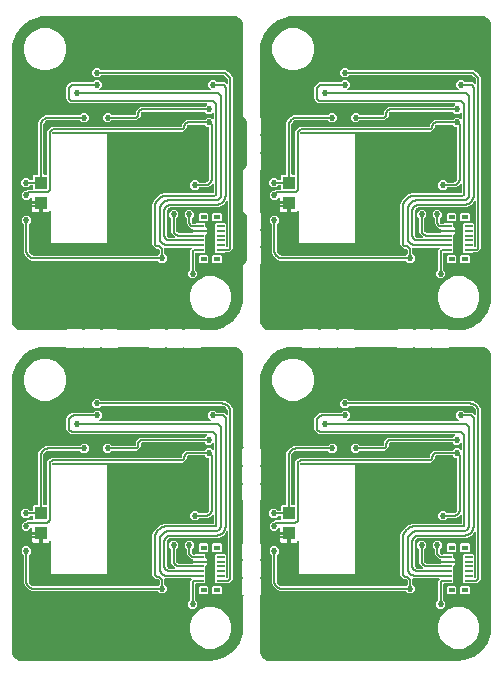
<source format=gbr>
G04 EAGLE Gerber RS-274X export*
G75*
%MOMM*%
%FSLAX34Y34*%
%LPD*%
%INTop Copper*%
%IPPOS*%
%AMOC8*
5,1,8,0,0,1.08239X$1,22.5*%
G01*
%ADD10R,1.000000X1.100000*%
%ADD11R,0.650000X0.230000*%
%ADD12R,0.530000X0.450000*%
%ADD13C,0.525000*%
%ADD14C,0.152400*%

G36*
X162758Y281920D02*
X162758Y281920D01*
X162838Y281922D01*
X162880Y281937D01*
X162923Y281943D01*
X163056Y282001D01*
X163069Y282006D01*
X163072Y282008D01*
X163077Y282010D01*
X163116Y282033D01*
X170000Y282033D01*
X170022Y282036D01*
X170060Y282035D01*
X174316Y282370D01*
X174321Y282371D01*
X174327Y282371D01*
X174491Y282405D01*
X182587Y285035D01*
X182618Y285052D01*
X182653Y285060D01*
X182799Y285143D01*
X189685Y290147D01*
X189710Y290172D01*
X189740Y290191D01*
X189853Y290315D01*
X194857Y297201D01*
X194873Y297233D01*
X194896Y297261D01*
X194965Y297413D01*
X197595Y305509D01*
X197596Y305514D01*
X197598Y305520D01*
X197630Y305684D01*
X197965Y309940D01*
X197963Y309962D01*
X197967Y310000D01*
X197967Y336884D01*
X199852Y340148D01*
X200381Y340454D01*
X200433Y340497D01*
X200491Y340531D01*
X200528Y340574D01*
X200571Y340610D01*
X200607Y340667D01*
X200651Y340718D01*
X200672Y340770D01*
X200702Y340818D01*
X200718Y340884D01*
X200743Y340946D01*
X200752Y341025D01*
X200759Y341057D01*
X200757Y341078D01*
X200761Y341113D01*
X200761Y378887D01*
X200750Y378954D01*
X200749Y379021D01*
X200731Y379074D01*
X200722Y379130D01*
X200690Y379189D01*
X200667Y379253D01*
X200633Y379298D01*
X200606Y379347D01*
X200558Y379394D01*
X200516Y379447D01*
X200452Y379494D01*
X200428Y379517D01*
X200409Y379525D01*
X200381Y379546D01*
X199852Y379852D01*
X197967Y383116D01*
X197967Y416884D01*
X199852Y420148D01*
X200381Y420454D01*
X200433Y420497D01*
X200491Y420531D01*
X200527Y420574D01*
X200571Y420609D01*
X200607Y420667D01*
X200651Y420718D01*
X200672Y420770D01*
X200702Y420818D01*
X200717Y420883D01*
X200743Y420946D01*
X200752Y421025D01*
X200759Y421057D01*
X200757Y421078D01*
X200761Y421113D01*
X200761Y458887D01*
X200750Y458954D01*
X200749Y459021D01*
X200731Y459074D01*
X200722Y459130D01*
X200690Y459189D01*
X200667Y459253D01*
X200633Y459298D01*
X200606Y459347D01*
X200557Y459394D01*
X200516Y459447D01*
X200452Y459494D01*
X200428Y459517D01*
X200409Y459525D01*
X200381Y459546D01*
X199852Y459852D01*
X197967Y463116D01*
X197967Y540000D01*
X197966Y540008D01*
X197966Y540011D01*
X197963Y540026D01*
X197964Y540075D01*
X197825Y541480D01*
X197818Y541508D01*
X197818Y541536D01*
X197771Y541697D01*
X196695Y544295D01*
X196660Y544351D01*
X196635Y544411D01*
X196583Y544476D01*
X196565Y544504D01*
X196550Y544516D01*
X196530Y544542D01*
X194542Y546530D01*
X194489Y546568D01*
X194442Y546614D01*
X194369Y546654D01*
X194342Y546673D01*
X194323Y546679D01*
X194295Y546695D01*
X191697Y547771D01*
X191670Y547777D01*
X191645Y547790D01*
X191480Y547825D01*
X190075Y547964D01*
X190048Y547962D01*
X190000Y547967D01*
X30000Y547967D01*
X29978Y547964D01*
X29940Y547965D01*
X25684Y547630D01*
X25679Y547629D01*
X25673Y547629D01*
X25509Y547595D01*
X17413Y544965D01*
X17382Y544948D01*
X17347Y544940D01*
X17201Y544857D01*
X10315Y539853D01*
X10290Y539828D01*
X10260Y539809D01*
X10147Y539685D01*
X5143Y532799D01*
X5140Y532792D01*
X5136Y532788D01*
X5125Y532763D01*
X5104Y532739D01*
X5035Y532587D01*
X2405Y524491D01*
X2404Y524486D01*
X2402Y524480D01*
X2370Y524316D01*
X2035Y520060D01*
X2037Y520038D01*
X2033Y520000D01*
X2033Y290000D01*
X2037Y289974D01*
X2036Y289925D01*
X2175Y288520D01*
X2182Y288492D01*
X2182Y288464D01*
X2229Y288303D01*
X3305Y285705D01*
X3340Y285649D01*
X3365Y285589D01*
X3417Y285524D01*
X3435Y285496D01*
X3450Y285484D01*
X3470Y285458D01*
X5458Y283470D01*
X5511Y283432D01*
X5558Y283386D01*
X5631Y283346D01*
X5658Y283327D01*
X5676Y283321D01*
X5705Y283305D01*
X8303Y282229D01*
X8330Y282223D01*
X8355Y282210D01*
X8520Y282175D01*
X9925Y282036D01*
X9952Y282038D01*
X10000Y282033D01*
X46884Y282033D01*
X46923Y282010D01*
X46964Y281995D01*
X47001Y281971D01*
X47079Y281952D01*
X47153Y281923D01*
X47197Y281922D01*
X47240Y281911D01*
X47319Y281917D01*
X47399Y281914D01*
X47441Y281927D01*
X47485Y281930D01*
X47558Y281961D01*
X47635Y281984D01*
X47671Y282009D01*
X47711Y282026D01*
X47825Y282117D01*
X47836Y282125D01*
X47838Y282128D01*
X47842Y282131D01*
X48744Y283033D01*
X51293Y283033D01*
X51361Y282984D01*
X51380Y282978D01*
X51397Y282967D01*
X51497Y282942D01*
X51596Y282911D01*
X51616Y282912D01*
X51636Y282907D01*
X51739Y282915D01*
X51842Y282918D01*
X51861Y282925D01*
X51881Y282926D01*
X51976Y282967D01*
X52073Y283002D01*
X52089Y283015D01*
X52107Y283022D01*
X52120Y283033D01*
X54715Y283033D01*
X54731Y283028D01*
X54747Y283017D01*
X54848Y282992D01*
X54947Y282961D01*
X54967Y282962D01*
X54986Y282957D01*
X55089Y282965D01*
X55192Y282968D01*
X55211Y282975D01*
X55231Y282976D01*
X55326Y283017D01*
X55370Y283033D01*
X58015Y283033D01*
X58031Y283028D01*
X58047Y283017D01*
X58148Y282992D01*
X58247Y282961D01*
X58267Y282962D01*
X58286Y282957D01*
X58389Y282965D01*
X58492Y282968D01*
X58511Y282975D01*
X58531Y282976D01*
X58626Y283017D01*
X58670Y283033D01*
X61256Y283033D01*
X61962Y282327D01*
X61978Y282316D01*
X61990Y282300D01*
X62078Y282244D01*
X62161Y282184D01*
X62180Y282178D01*
X62197Y282167D01*
X62298Y282142D01*
X62397Y282111D01*
X62416Y282112D01*
X62436Y282107D01*
X62539Y282115D01*
X62642Y282118D01*
X62661Y282125D01*
X62681Y282126D01*
X62776Y282166D01*
X62873Y282202D01*
X62889Y282215D01*
X62907Y282222D01*
X63038Y282327D01*
X63744Y283033D01*
X66293Y283033D01*
X66361Y282984D01*
X66380Y282978D01*
X66397Y282967D01*
X66497Y282942D01*
X66596Y282911D01*
X66616Y282912D01*
X66636Y282907D01*
X66739Y282915D01*
X66842Y282918D01*
X66861Y282925D01*
X66881Y282926D01*
X66976Y282967D01*
X67073Y283002D01*
X67089Y283015D01*
X67107Y283022D01*
X67120Y283033D01*
X69715Y283033D01*
X69731Y283028D01*
X69747Y283017D01*
X69848Y282992D01*
X69947Y282961D01*
X69967Y282962D01*
X69986Y282957D01*
X70089Y282965D01*
X70192Y282968D01*
X70211Y282975D01*
X70231Y282976D01*
X70326Y283017D01*
X70370Y283033D01*
X73015Y283033D01*
X73031Y283028D01*
X73047Y283017D01*
X73148Y282992D01*
X73247Y282961D01*
X73267Y282962D01*
X73286Y282957D01*
X73389Y282965D01*
X73492Y282968D01*
X73511Y282975D01*
X73531Y282976D01*
X73626Y283017D01*
X73670Y283033D01*
X76256Y283033D01*
X76962Y282327D01*
X76978Y282316D01*
X76990Y282300D01*
X77078Y282244D01*
X77161Y282184D01*
X77180Y282178D01*
X77197Y282167D01*
X77298Y282142D01*
X77397Y282111D01*
X77416Y282112D01*
X77436Y282107D01*
X77539Y282115D01*
X77642Y282118D01*
X77661Y282125D01*
X77681Y282126D01*
X77776Y282166D01*
X77873Y282202D01*
X77889Y282215D01*
X77907Y282222D01*
X78038Y282327D01*
X78744Y283033D01*
X81293Y283033D01*
X81361Y282984D01*
X81380Y282978D01*
X81397Y282967D01*
X81497Y282942D01*
X81596Y282911D01*
X81616Y282912D01*
X81636Y282907D01*
X81739Y282915D01*
X81842Y282918D01*
X81861Y282925D01*
X81881Y282926D01*
X81976Y282967D01*
X82073Y283002D01*
X82089Y283015D01*
X82107Y283022D01*
X82120Y283033D01*
X84715Y283033D01*
X84731Y283028D01*
X84747Y283017D01*
X84848Y282992D01*
X84947Y282961D01*
X84967Y282962D01*
X84986Y282957D01*
X85089Y282965D01*
X85192Y282968D01*
X85211Y282975D01*
X85231Y282976D01*
X85326Y283017D01*
X85370Y283033D01*
X88015Y283033D01*
X88031Y283028D01*
X88047Y283017D01*
X88148Y282992D01*
X88247Y282961D01*
X88267Y282962D01*
X88286Y282957D01*
X88389Y282965D01*
X88492Y282968D01*
X88511Y282975D01*
X88531Y282976D01*
X88626Y283017D01*
X88670Y283033D01*
X91256Y283033D01*
X92158Y282131D01*
X92193Y282106D01*
X92223Y282073D01*
X92293Y282034D01*
X92357Y281988D01*
X92399Y281975D01*
X92438Y281953D01*
X92516Y281939D01*
X92593Y281915D01*
X92636Y281916D01*
X92679Y281908D01*
X92759Y281920D01*
X92838Y281922D01*
X92880Y281937D01*
X92923Y281943D01*
X93056Y282001D01*
X93069Y282006D01*
X93072Y282008D01*
X93077Y282010D01*
X93116Y282033D01*
X116884Y282033D01*
X116923Y282010D01*
X116964Y281995D01*
X117001Y281971D01*
X117079Y281951D01*
X117154Y281923D01*
X117197Y281922D01*
X117240Y281911D01*
X117319Y281917D01*
X117399Y281914D01*
X117441Y281927D01*
X117485Y281930D01*
X117559Y281961D01*
X117635Y281984D01*
X117671Y282009D01*
X117711Y282026D01*
X117825Y282118D01*
X117836Y282125D01*
X117838Y282128D01*
X117842Y282131D01*
X118744Y283033D01*
X121293Y283033D01*
X121361Y282984D01*
X121380Y282978D01*
X121397Y282967D01*
X121497Y282942D01*
X121596Y282911D01*
X121616Y282912D01*
X121636Y282907D01*
X121739Y282915D01*
X121842Y282918D01*
X121861Y282925D01*
X121881Y282926D01*
X121976Y282967D01*
X122073Y283002D01*
X122089Y283015D01*
X122107Y283022D01*
X122120Y283033D01*
X124715Y283033D01*
X124731Y283028D01*
X124747Y283017D01*
X124848Y282992D01*
X124947Y282961D01*
X124967Y282962D01*
X124986Y282957D01*
X125089Y282965D01*
X125192Y282968D01*
X125211Y282975D01*
X125231Y282976D01*
X125326Y283017D01*
X125370Y283033D01*
X128015Y283033D01*
X128031Y283028D01*
X128047Y283017D01*
X128148Y282992D01*
X128247Y282961D01*
X128267Y282962D01*
X128286Y282957D01*
X128389Y282965D01*
X128492Y282968D01*
X128511Y282975D01*
X128531Y282976D01*
X128626Y283017D01*
X128670Y283033D01*
X131256Y283033D01*
X131962Y282327D01*
X131978Y282316D01*
X131990Y282300D01*
X132078Y282244D01*
X132161Y282184D01*
X132180Y282178D01*
X132197Y282167D01*
X132298Y282142D01*
X132397Y282111D01*
X132416Y282112D01*
X132436Y282107D01*
X132539Y282115D01*
X132642Y282118D01*
X132661Y282125D01*
X132681Y282126D01*
X132776Y282166D01*
X132873Y282202D01*
X132889Y282215D01*
X132907Y282222D01*
X133038Y282327D01*
X133744Y283033D01*
X136293Y283033D01*
X136361Y282984D01*
X136380Y282978D01*
X136397Y282967D01*
X136497Y282942D01*
X136596Y282911D01*
X136616Y282912D01*
X136636Y282907D01*
X136739Y282915D01*
X136842Y282918D01*
X136861Y282925D01*
X136881Y282926D01*
X136976Y282967D01*
X137073Y283002D01*
X137089Y283015D01*
X137107Y283022D01*
X137120Y283033D01*
X139715Y283033D01*
X139731Y283028D01*
X139747Y283017D01*
X139848Y282992D01*
X139947Y282961D01*
X139967Y282962D01*
X139986Y282957D01*
X140089Y282965D01*
X140192Y282968D01*
X140211Y282975D01*
X140231Y282976D01*
X140326Y283017D01*
X140370Y283033D01*
X143015Y283033D01*
X143031Y283028D01*
X143047Y283017D01*
X143148Y282992D01*
X143247Y282961D01*
X143267Y282962D01*
X143286Y282957D01*
X143389Y282965D01*
X143492Y282968D01*
X143511Y282975D01*
X143531Y282976D01*
X143626Y283017D01*
X143670Y283033D01*
X146256Y283033D01*
X146962Y282327D01*
X146978Y282316D01*
X146990Y282300D01*
X147078Y282244D01*
X147161Y282184D01*
X147180Y282178D01*
X147197Y282167D01*
X147298Y282142D01*
X147397Y282111D01*
X147416Y282112D01*
X147436Y282107D01*
X147539Y282115D01*
X147642Y282118D01*
X147661Y282125D01*
X147681Y282126D01*
X147776Y282166D01*
X147873Y282202D01*
X147889Y282215D01*
X147907Y282222D01*
X148038Y282327D01*
X148744Y283033D01*
X151293Y283033D01*
X151361Y282984D01*
X151380Y282978D01*
X151397Y282967D01*
X151497Y282942D01*
X151596Y282911D01*
X151616Y282912D01*
X151636Y282907D01*
X151739Y282915D01*
X151842Y282918D01*
X151861Y282925D01*
X151881Y282926D01*
X151976Y282967D01*
X152073Y283002D01*
X152089Y283015D01*
X152107Y283022D01*
X152120Y283033D01*
X154715Y283033D01*
X154731Y283028D01*
X154747Y283017D01*
X154848Y282992D01*
X154947Y282961D01*
X154967Y282962D01*
X154986Y282957D01*
X155089Y282965D01*
X155192Y282968D01*
X155211Y282975D01*
X155231Y282976D01*
X155326Y283017D01*
X155370Y283033D01*
X158015Y283033D01*
X158031Y283028D01*
X158047Y283017D01*
X158148Y282992D01*
X158247Y282961D01*
X158267Y282962D01*
X158286Y282957D01*
X158389Y282965D01*
X158492Y282968D01*
X158511Y282975D01*
X158531Y282976D01*
X158626Y283017D01*
X158670Y283033D01*
X161256Y283033D01*
X162158Y282131D01*
X162193Y282106D01*
X162223Y282073D01*
X162293Y282034D01*
X162357Y281988D01*
X162399Y281975D01*
X162438Y281953D01*
X162516Y281939D01*
X162593Y281915D01*
X162636Y281916D01*
X162679Y281908D01*
X162758Y281920D01*
G37*
G36*
X380022Y2036D02*
X380022Y2036D01*
X380060Y2035D01*
X384316Y2370D01*
X384321Y2371D01*
X384327Y2371D01*
X384491Y2405D01*
X392587Y5035D01*
X392618Y5052D01*
X392653Y5060D01*
X392799Y5143D01*
X399685Y10147D01*
X399710Y10172D01*
X399740Y10191D01*
X399853Y10315D01*
X404857Y17201D01*
X404873Y17233D01*
X404896Y17261D01*
X404965Y17413D01*
X407595Y25509D01*
X407596Y25514D01*
X407598Y25520D01*
X407630Y25684D01*
X407965Y29940D01*
X407963Y29962D01*
X407967Y30000D01*
X407967Y260000D01*
X407963Y260026D01*
X407964Y260075D01*
X407825Y261480D01*
X407818Y261508D01*
X407818Y261536D01*
X407771Y261697D01*
X406695Y264295D01*
X406660Y264351D01*
X406635Y264411D01*
X406583Y264476D01*
X406565Y264504D01*
X406550Y264516D01*
X406530Y264542D01*
X404542Y266530D01*
X404489Y266568D01*
X404442Y266614D01*
X404369Y266654D01*
X404342Y266673D01*
X404323Y266679D01*
X404295Y266695D01*
X401697Y267771D01*
X401670Y267777D01*
X401645Y267790D01*
X401480Y267825D01*
X400075Y267964D01*
X400048Y267962D01*
X400000Y267967D01*
X373116Y267967D01*
X373077Y267990D01*
X373036Y268005D01*
X372999Y268029D01*
X372921Y268048D01*
X372847Y268077D01*
X372803Y268078D01*
X372760Y268089D01*
X372681Y268083D01*
X372601Y268086D01*
X372559Y268073D01*
X372515Y268070D01*
X372442Y268039D01*
X372365Y268016D01*
X372329Y267991D01*
X372289Y267974D01*
X372175Y267883D01*
X372164Y267875D01*
X372162Y267872D01*
X372158Y267869D01*
X371256Y266967D01*
X368685Y266967D01*
X368670Y266972D01*
X368653Y266983D01*
X368552Y267008D01*
X368454Y267039D01*
X368434Y267038D01*
X368414Y267043D01*
X368311Y267035D01*
X368208Y267032D01*
X368189Y267025D01*
X368169Y267024D01*
X368074Y266984D01*
X368030Y266967D01*
X365385Y266967D01*
X365370Y266972D01*
X365353Y266983D01*
X365252Y267008D01*
X365154Y267039D01*
X365134Y267038D01*
X365114Y267043D01*
X365011Y267035D01*
X364908Y267032D01*
X364889Y267025D01*
X364869Y267024D01*
X364774Y266984D01*
X364730Y266967D01*
X362107Y266967D01*
X362039Y267016D01*
X362019Y267022D01*
X362003Y267033D01*
X361902Y267058D01*
X361803Y267089D01*
X361783Y267088D01*
X361764Y267093D01*
X361661Y267085D01*
X361558Y267082D01*
X361539Y267075D01*
X361519Y267074D01*
X361424Y267033D01*
X361327Y266998D01*
X361311Y266985D01*
X361293Y266978D01*
X361280Y266967D01*
X358744Y266967D01*
X358038Y267673D01*
X358022Y267684D01*
X358010Y267700D01*
X357922Y267756D01*
X357839Y267816D01*
X357820Y267822D01*
X357803Y267833D01*
X357702Y267858D01*
X357603Y267889D01*
X357584Y267888D01*
X357564Y267893D01*
X357461Y267885D01*
X357358Y267882D01*
X357339Y267875D01*
X357319Y267874D01*
X357224Y267834D01*
X357127Y267798D01*
X357111Y267785D01*
X357093Y267778D01*
X356962Y267673D01*
X356256Y266967D01*
X353685Y266967D01*
X353670Y266972D01*
X353653Y266983D01*
X353552Y267008D01*
X353454Y267039D01*
X353434Y267038D01*
X353414Y267043D01*
X353311Y267035D01*
X353208Y267032D01*
X353189Y267025D01*
X353169Y267024D01*
X353074Y266984D01*
X353030Y266967D01*
X350385Y266967D01*
X350370Y266972D01*
X350353Y266983D01*
X350252Y267008D01*
X350154Y267039D01*
X350134Y267038D01*
X350114Y267043D01*
X350011Y267035D01*
X349908Y267032D01*
X349889Y267025D01*
X349869Y267024D01*
X349774Y266984D01*
X349730Y266967D01*
X347107Y266967D01*
X347039Y267016D01*
X347019Y267022D01*
X347003Y267033D01*
X346902Y267058D01*
X346803Y267089D01*
X346783Y267088D01*
X346764Y267093D01*
X346661Y267085D01*
X346558Y267082D01*
X346539Y267075D01*
X346519Y267074D01*
X346424Y267033D01*
X346327Y266998D01*
X346311Y266985D01*
X346293Y266978D01*
X346280Y266967D01*
X343744Y266967D01*
X343038Y267673D01*
X343022Y267684D01*
X343010Y267700D01*
X342922Y267756D01*
X342839Y267816D01*
X342820Y267822D01*
X342803Y267833D01*
X342702Y267858D01*
X342603Y267889D01*
X342584Y267888D01*
X342564Y267893D01*
X342461Y267885D01*
X342358Y267882D01*
X342339Y267875D01*
X342319Y267874D01*
X342224Y267834D01*
X342127Y267798D01*
X342111Y267785D01*
X342093Y267778D01*
X341962Y267673D01*
X341256Y266967D01*
X338685Y266967D01*
X338670Y266972D01*
X338653Y266983D01*
X338552Y267008D01*
X338454Y267039D01*
X338434Y267038D01*
X338414Y267043D01*
X338311Y267035D01*
X338208Y267032D01*
X338189Y267025D01*
X338169Y267024D01*
X338074Y266984D01*
X338030Y266967D01*
X335385Y266967D01*
X335370Y266972D01*
X335353Y266983D01*
X335252Y267008D01*
X335154Y267039D01*
X335134Y267038D01*
X335114Y267043D01*
X335011Y267035D01*
X334908Y267032D01*
X334889Y267025D01*
X334869Y267024D01*
X334774Y266984D01*
X334730Y266967D01*
X332107Y266967D01*
X332039Y267016D01*
X332019Y267022D01*
X332003Y267033D01*
X331902Y267058D01*
X331803Y267089D01*
X331783Y267088D01*
X331764Y267093D01*
X331661Y267085D01*
X331558Y267082D01*
X331539Y267075D01*
X331519Y267074D01*
X331424Y267033D01*
X331327Y266998D01*
X331311Y266985D01*
X331293Y266978D01*
X331280Y266967D01*
X328744Y266967D01*
X327842Y267869D01*
X327807Y267894D01*
X327777Y267927D01*
X327707Y267966D01*
X327643Y268012D01*
X327601Y268025D01*
X327562Y268047D01*
X327484Y268061D01*
X327407Y268085D01*
X327364Y268084D01*
X327321Y268092D01*
X327241Y268080D01*
X327162Y268078D01*
X327120Y268063D01*
X327077Y268057D01*
X326944Y267999D01*
X326931Y267994D01*
X326928Y267992D01*
X326923Y267990D01*
X326884Y267967D01*
X293116Y267967D01*
X293077Y267990D01*
X293036Y268005D01*
X292999Y268029D01*
X292921Y268048D01*
X292847Y268077D01*
X292803Y268078D01*
X292760Y268089D01*
X292681Y268083D01*
X292601Y268086D01*
X292559Y268073D01*
X292515Y268070D01*
X292442Y268039D01*
X292365Y268016D01*
X292329Y267991D01*
X292289Y267974D01*
X292175Y267883D01*
X292164Y267875D01*
X292162Y267872D01*
X292158Y267869D01*
X291256Y266967D01*
X288685Y266967D01*
X288670Y266972D01*
X288653Y266983D01*
X288552Y267008D01*
X288454Y267039D01*
X288434Y267038D01*
X288414Y267043D01*
X288311Y267035D01*
X288208Y267032D01*
X288189Y267025D01*
X288169Y267024D01*
X288074Y266984D01*
X288030Y266967D01*
X285385Y266967D01*
X285370Y266972D01*
X285353Y266983D01*
X285252Y267008D01*
X285154Y267039D01*
X285134Y267038D01*
X285114Y267043D01*
X285011Y267035D01*
X284908Y267032D01*
X284889Y267025D01*
X284869Y267024D01*
X284774Y266984D01*
X284730Y266967D01*
X282107Y266967D01*
X282039Y267016D01*
X282019Y267022D01*
X282003Y267033D01*
X281902Y267058D01*
X281803Y267089D01*
X281783Y267088D01*
X281764Y267093D01*
X281661Y267085D01*
X281558Y267082D01*
X281539Y267075D01*
X281519Y267074D01*
X281424Y267033D01*
X281327Y266998D01*
X281311Y266985D01*
X281293Y266978D01*
X281280Y266967D01*
X278744Y266967D01*
X278038Y267673D01*
X278022Y267684D01*
X278010Y267700D01*
X277922Y267756D01*
X277839Y267816D01*
X277820Y267822D01*
X277803Y267833D01*
X277702Y267858D01*
X277603Y267889D01*
X277584Y267888D01*
X277564Y267893D01*
X277461Y267885D01*
X277358Y267882D01*
X277339Y267875D01*
X277319Y267874D01*
X277224Y267834D01*
X277127Y267798D01*
X277111Y267785D01*
X277093Y267778D01*
X276962Y267673D01*
X276256Y266967D01*
X273685Y266967D01*
X273670Y266972D01*
X273653Y266983D01*
X273552Y267008D01*
X273454Y267039D01*
X273434Y267038D01*
X273414Y267043D01*
X273311Y267035D01*
X273208Y267032D01*
X273189Y267025D01*
X273169Y267024D01*
X273074Y266984D01*
X273030Y266967D01*
X270385Y266967D01*
X270370Y266972D01*
X270353Y266983D01*
X270252Y267008D01*
X270154Y267039D01*
X270134Y267038D01*
X270114Y267043D01*
X270011Y267035D01*
X269908Y267032D01*
X269889Y267025D01*
X269869Y267024D01*
X269774Y266984D01*
X269730Y266967D01*
X267107Y266967D01*
X267039Y267016D01*
X267019Y267022D01*
X267003Y267033D01*
X266902Y267058D01*
X266803Y267089D01*
X266783Y267088D01*
X266764Y267093D01*
X266661Y267085D01*
X266558Y267082D01*
X266539Y267075D01*
X266519Y267074D01*
X266424Y267033D01*
X266327Y266998D01*
X266311Y266985D01*
X266293Y266978D01*
X266280Y266967D01*
X263744Y266967D01*
X263038Y267673D01*
X263022Y267684D01*
X263010Y267700D01*
X262922Y267756D01*
X262839Y267816D01*
X262820Y267822D01*
X262803Y267833D01*
X262702Y267858D01*
X262603Y267889D01*
X262584Y267888D01*
X262564Y267893D01*
X262461Y267885D01*
X262358Y267882D01*
X262339Y267875D01*
X262319Y267874D01*
X262224Y267834D01*
X262127Y267798D01*
X262111Y267785D01*
X262093Y267778D01*
X261962Y267673D01*
X261256Y266967D01*
X258685Y266967D01*
X258670Y266972D01*
X258653Y266983D01*
X258552Y267008D01*
X258454Y267039D01*
X258434Y267038D01*
X258414Y267043D01*
X258311Y267035D01*
X258208Y267032D01*
X258189Y267025D01*
X258169Y267024D01*
X258074Y266984D01*
X258030Y266967D01*
X255385Y266967D01*
X255370Y266972D01*
X255353Y266983D01*
X255252Y267008D01*
X255154Y267039D01*
X255134Y267038D01*
X255114Y267043D01*
X255011Y267035D01*
X254908Y267032D01*
X254889Y267025D01*
X254869Y267024D01*
X254774Y266984D01*
X254730Y266967D01*
X252107Y266967D01*
X252039Y267016D01*
X252019Y267022D01*
X252003Y267033D01*
X251902Y267058D01*
X251803Y267089D01*
X251783Y267088D01*
X251764Y267093D01*
X251661Y267085D01*
X251558Y267082D01*
X251539Y267075D01*
X251519Y267074D01*
X251424Y267033D01*
X251327Y266998D01*
X251311Y266985D01*
X251293Y266978D01*
X251280Y266967D01*
X248744Y266967D01*
X247842Y267869D01*
X247807Y267894D01*
X247777Y267927D01*
X247707Y267966D01*
X247643Y268012D01*
X247601Y268025D01*
X247562Y268047D01*
X247484Y268061D01*
X247407Y268085D01*
X247364Y268084D01*
X247321Y268092D01*
X247241Y268080D01*
X247162Y268078D01*
X247120Y268063D01*
X247077Y268057D01*
X246944Y267999D01*
X246931Y267994D01*
X246928Y267992D01*
X246923Y267990D01*
X246884Y267967D01*
X240000Y267967D01*
X239978Y267964D01*
X239940Y267965D01*
X235684Y267630D01*
X235679Y267629D01*
X235673Y267629D01*
X235509Y267595D01*
X227413Y264965D01*
X227382Y264948D01*
X227347Y264940D01*
X227201Y264857D01*
X220315Y259853D01*
X220290Y259828D01*
X220260Y259809D01*
X220147Y259685D01*
X215143Y252799D01*
X215127Y252767D01*
X215104Y252739D01*
X215035Y252587D01*
X212405Y244491D01*
X212404Y244486D01*
X212402Y244480D01*
X212370Y244316D01*
X212035Y240060D01*
X212037Y240038D01*
X212033Y240000D01*
X212033Y183116D01*
X212010Y183077D01*
X211995Y183036D01*
X211971Y182999D01*
X211952Y182921D01*
X211923Y182847D01*
X211922Y182803D01*
X211911Y182760D01*
X211917Y182681D01*
X211914Y182601D01*
X211927Y182559D01*
X211930Y182515D01*
X211961Y182442D01*
X211984Y182365D01*
X212009Y182329D01*
X212026Y182289D01*
X212117Y182175D01*
X212125Y182164D01*
X212128Y182162D01*
X212131Y182158D01*
X213033Y181256D01*
X213033Y178685D01*
X213028Y178670D01*
X213017Y178653D01*
X212992Y178552D01*
X212961Y178454D01*
X212962Y178434D01*
X212957Y178414D01*
X212965Y178311D01*
X212968Y178208D01*
X212975Y178189D01*
X212976Y178169D01*
X213016Y178074D01*
X213033Y178030D01*
X213033Y175385D01*
X213028Y175370D01*
X213017Y175353D01*
X212992Y175252D01*
X212961Y175154D01*
X212962Y175134D01*
X212957Y175114D01*
X212965Y175011D01*
X212968Y174908D01*
X212975Y174889D01*
X212976Y174869D01*
X213016Y174774D01*
X213033Y174730D01*
X213033Y172107D01*
X212984Y172039D01*
X212978Y172019D01*
X212967Y172003D01*
X212942Y171902D01*
X212911Y171803D01*
X212912Y171783D01*
X212907Y171764D01*
X212915Y171661D01*
X212918Y171558D01*
X212925Y171539D01*
X212926Y171519D01*
X212967Y171424D01*
X213002Y171327D01*
X213015Y171311D01*
X213022Y171293D01*
X213033Y171280D01*
X213033Y168744D01*
X212327Y168038D01*
X212316Y168022D01*
X212300Y168010D01*
X212244Y167922D01*
X212184Y167839D01*
X212178Y167820D01*
X212167Y167803D01*
X212142Y167702D01*
X212111Y167603D01*
X212112Y167584D01*
X212107Y167564D01*
X212115Y167461D01*
X212118Y167358D01*
X212125Y167339D01*
X212126Y167319D01*
X212166Y167224D01*
X212202Y167127D01*
X212215Y167111D01*
X212222Y167093D01*
X212327Y166962D01*
X213033Y166256D01*
X213033Y163685D01*
X213028Y163670D01*
X213017Y163653D01*
X212992Y163552D01*
X212961Y163454D01*
X212962Y163434D01*
X212957Y163414D01*
X212965Y163311D01*
X212968Y163208D01*
X212975Y163189D01*
X212976Y163169D01*
X213016Y163074D01*
X213033Y163030D01*
X213033Y160385D01*
X213028Y160370D01*
X213017Y160353D01*
X212992Y160252D01*
X212961Y160154D01*
X212962Y160134D01*
X212957Y160114D01*
X212965Y160011D01*
X212968Y159908D01*
X212975Y159889D01*
X212976Y159869D01*
X213016Y159774D01*
X213033Y159730D01*
X213033Y157107D01*
X212984Y157039D01*
X212978Y157019D01*
X212967Y157003D01*
X212942Y156902D01*
X212911Y156803D01*
X212912Y156783D01*
X212907Y156764D01*
X212915Y156661D01*
X212918Y156558D01*
X212925Y156539D01*
X212926Y156519D01*
X212967Y156424D01*
X213002Y156327D01*
X213015Y156311D01*
X213022Y156293D01*
X213033Y156280D01*
X213033Y153744D01*
X212327Y153038D01*
X212316Y153022D01*
X212300Y153010D01*
X212244Y152922D01*
X212184Y152839D01*
X212178Y152820D01*
X212167Y152803D01*
X212142Y152702D01*
X212111Y152603D01*
X212112Y152584D01*
X212107Y152564D01*
X212115Y152461D01*
X212118Y152358D01*
X212125Y152339D01*
X212126Y152319D01*
X212166Y152224D01*
X212202Y152127D01*
X212215Y152111D01*
X212222Y152093D01*
X212327Y151962D01*
X213033Y151256D01*
X213033Y148685D01*
X213028Y148670D01*
X213017Y148653D01*
X212992Y148552D01*
X212961Y148454D01*
X212962Y148434D01*
X212957Y148414D01*
X212965Y148311D01*
X212968Y148208D01*
X212975Y148189D01*
X212976Y148169D01*
X213016Y148074D01*
X213033Y148030D01*
X213033Y145385D01*
X213028Y145370D01*
X213017Y145353D01*
X212992Y145252D01*
X212961Y145154D01*
X212962Y145134D01*
X212957Y145114D01*
X212965Y145011D01*
X212968Y144908D01*
X212975Y144889D01*
X212976Y144869D01*
X213016Y144774D01*
X213033Y144730D01*
X213033Y142107D01*
X212984Y142039D01*
X212978Y142019D01*
X212967Y142003D01*
X212942Y141902D01*
X212911Y141803D01*
X212912Y141783D01*
X212907Y141764D01*
X212915Y141661D01*
X212918Y141558D01*
X212925Y141539D01*
X212926Y141519D01*
X212967Y141424D01*
X213002Y141327D01*
X213015Y141311D01*
X213022Y141293D01*
X213033Y141280D01*
X213033Y138744D01*
X212131Y137842D01*
X212106Y137807D01*
X212073Y137777D01*
X212034Y137707D01*
X211988Y137643D01*
X211975Y137601D01*
X211953Y137562D01*
X211939Y137484D01*
X211915Y137407D01*
X211916Y137364D01*
X211908Y137321D01*
X211920Y137241D01*
X211922Y137162D01*
X211937Y137120D01*
X211943Y137077D01*
X212001Y136944D01*
X212006Y136931D01*
X212008Y136928D01*
X212010Y136923D01*
X212033Y136884D01*
X212033Y103116D01*
X212010Y103077D01*
X211995Y103036D01*
X211971Y102999D01*
X211952Y102921D01*
X211923Y102847D01*
X211922Y102803D01*
X211911Y102760D01*
X211917Y102681D01*
X211914Y102601D01*
X211927Y102559D01*
X211930Y102515D01*
X211961Y102442D01*
X211984Y102365D01*
X212009Y102329D01*
X212026Y102289D01*
X212117Y102175D01*
X212125Y102164D01*
X212128Y102162D01*
X212131Y102158D01*
X213033Y101256D01*
X213033Y98685D01*
X213028Y98670D01*
X213017Y98653D01*
X212992Y98552D01*
X212961Y98454D01*
X212962Y98434D01*
X212957Y98414D01*
X212965Y98311D01*
X212968Y98208D01*
X212975Y98189D01*
X212976Y98169D01*
X213016Y98074D01*
X213033Y98030D01*
X213033Y95385D01*
X213028Y95370D01*
X213017Y95353D01*
X212992Y95252D01*
X212961Y95154D01*
X212962Y95134D01*
X212957Y95114D01*
X212965Y95011D01*
X212968Y94908D01*
X212975Y94889D01*
X212976Y94869D01*
X213016Y94774D01*
X213033Y94730D01*
X213033Y92107D01*
X212984Y92039D01*
X212978Y92019D01*
X212967Y92003D01*
X212942Y91902D01*
X212911Y91803D01*
X212912Y91783D01*
X212907Y91764D01*
X212915Y91661D01*
X212918Y91558D01*
X212925Y91539D01*
X212926Y91519D01*
X212967Y91424D01*
X213002Y91327D01*
X213015Y91311D01*
X213022Y91293D01*
X213033Y91280D01*
X213033Y88744D01*
X212327Y88038D01*
X212316Y88022D01*
X212300Y88010D01*
X212244Y87922D01*
X212184Y87839D01*
X212178Y87820D01*
X212167Y87803D01*
X212142Y87702D01*
X212111Y87603D01*
X212112Y87584D01*
X212107Y87564D01*
X212115Y87461D01*
X212118Y87358D01*
X212125Y87339D01*
X212126Y87319D01*
X212166Y87224D01*
X212202Y87127D01*
X212215Y87111D01*
X212222Y87093D01*
X212327Y86962D01*
X213033Y86256D01*
X213033Y83685D01*
X213028Y83670D01*
X213017Y83653D01*
X212992Y83552D01*
X212961Y83454D01*
X212962Y83434D01*
X212957Y83414D01*
X212965Y83311D01*
X212968Y83208D01*
X212975Y83189D01*
X212976Y83169D01*
X213016Y83074D01*
X213033Y83030D01*
X213033Y80385D01*
X213028Y80370D01*
X213017Y80353D01*
X212992Y80252D01*
X212961Y80154D01*
X212962Y80134D01*
X212957Y80114D01*
X212965Y80011D01*
X212968Y79908D01*
X212975Y79889D01*
X212976Y79869D01*
X213016Y79774D01*
X213033Y79730D01*
X213033Y77107D01*
X212984Y77039D01*
X212978Y77019D01*
X212967Y77003D01*
X212942Y76902D01*
X212911Y76803D01*
X212912Y76783D01*
X212907Y76764D01*
X212915Y76661D01*
X212918Y76558D01*
X212925Y76539D01*
X212926Y76519D01*
X212967Y76424D01*
X213002Y76327D01*
X213015Y76311D01*
X213022Y76293D01*
X213033Y76280D01*
X213033Y73744D01*
X212327Y73038D01*
X212316Y73022D01*
X212300Y73010D01*
X212244Y72922D01*
X212184Y72839D01*
X212178Y72820D01*
X212167Y72803D01*
X212142Y72702D01*
X212111Y72603D01*
X212112Y72584D01*
X212107Y72564D01*
X212115Y72461D01*
X212118Y72358D01*
X212125Y72339D01*
X212126Y72319D01*
X212166Y72224D01*
X212202Y72127D01*
X212215Y72111D01*
X212222Y72093D01*
X212327Y71962D01*
X213033Y71256D01*
X213033Y68685D01*
X213028Y68670D01*
X213017Y68653D01*
X212992Y68552D01*
X212961Y68454D01*
X212962Y68434D01*
X212957Y68414D01*
X212965Y68311D01*
X212968Y68208D01*
X212975Y68189D01*
X212976Y68169D01*
X213016Y68074D01*
X213033Y68030D01*
X213033Y65385D01*
X213028Y65370D01*
X213017Y65353D01*
X212992Y65252D01*
X212961Y65154D01*
X212962Y65134D01*
X212957Y65114D01*
X212965Y65011D01*
X212968Y64908D01*
X212975Y64889D01*
X212976Y64869D01*
X213016Y64774D01*
X213033Y64730D01*
X213033Y62107D01*
X212984Y62039D01*
X212978Y62019D01*
X212967Y62003D01*
X212942Y61902D01*
X212911Y61803D01*
X212912Y61783D01*
X212907Y61764D01*
X212915Y61661D01*
X212918Y61558D01*
X212925Y61539D01*
X212926Y61519D01*
X212967Y61424D01*
X213002Y61327D01*
X213015Y61311D01*
X213022Y61293D01*
X213033Y61280D01*
X213033Y58744D01*
X212131Y57842D01*
X212106Y57807D01*
X212073Y57777D01*
X212034Y57707D01*
X211988Y57643D01*
X211975Y57601D01*
X211953Y57562D01*
X211939Y57484D01*
X211915Y57407D01*
X211916Y57364D01*
X211908Y57321D01*
X211920Y57241D01*
X211922Y57162D01*
X211937Y57120D01*
X211943Y57077D01*
X212001Y56944D01*
X212006Y56931D01*
X212008Y56928D01*
X212010Y56923D01*
X212033Y56884D01*
X212033Y10000D01*
X212037Y9974D01*
X212036Y9925D01*
X212175Y8520D01*
X212182Y8492D01*
X212182Y8464D01*
X212229Y8303D01*
X213305Y5705D01*
X213340Y5649D01*
X213365Y5589D01*
X213417Y5524D01*
X213435Y5496D01*
X213450Y5484D01*
X213470Y5458D01*
X215458Y3470D01*
X215511Y3432D01*
X215558Y3386D01*
X215631Y3346D01*
X215658Y3327D01*
X215677Y3321D01*
X215705Y3305D01*
X218303Y2229D01*
X218330Y2223D01*
X218355Y2210D01*
X218520Y2175D01*
X219925Y2036D01*
X219952Y2038D01*
X220000Y2033D01*
X380000Y2033D01*
X380022Y2036D01*
G37*
G36*
X372759Y281920D02*
X372759Y281920D01*
X372838Y281922D01*
X372880Y281937D01*
X372923Y281943D01*
X373056Y282001D01*
X373069Y282006D01*
X373072Y282008D01*
X373077Y282010D01*
X373116Y282033D01*
X380000Y282033D01*
X380022Y282036D01*
X380060Y282035D01*
X384316Y282370D01*
X384321Y282371D01*
X384327Y282371D01*
X384491Y282405D01*
X392587Y285035D01*
X392618Y285052D01*
X392653Y285060D01*
X392799Y285143D01*
X399685Y290147D01*
X399710Y290172D01*
X399740Y290191D01*
X399853Y290315D01*
X404857Y297201D01*
X404873Y297233D01*
X404896Y297261D01*
X404965Y297413D01*
X407595Y305509D01*
X407596Y305514D01*
X407598Y305520D01*
X407630Y305684D01*
X407965Y309940D01*
X407963Y309962D01*
X407967Y310000D01*
X407967Y540000D01*
X407966Y540008D01*
X407966Y540011D01*
X407963Y540026D01*
X407964Y540075D01*
X407825Y541480D01*
X407818Y541508D01*
X407818Y541536D01*
X407771Y541697D01*
X406695Y544295D01*
X406660Y544351D01*
X406635Y544411D01*
X406583Y544476D01*
X406565Y544504D01*
X406550Y544516D01*
X406530Y544542D01*
X404542Y546530D01*
X404489Y546568D01*
X404442Y546614D01*
X404369Y546654D01*
X404342Y546673D01*
X404323Y546679D01*
X404295Y546695D01*
X401697Y547771D01*
X401670Y547777D01*
X401645Y547790D01*
X401480Y547825D01*
X400075Y547964D01*
X400048Y547962D01*
X400000Y547967D01*
X240000Y547967D01*
X239978Y547964D01*
X239940Y547965D01*
X235684Y547630D01*
X235679Y547629D01*
X235673Y547629D01*
X235509Y547595D01*
X227413Y544965D01*
X227382Y544948D01*
X227347Y544940D01*
X227201Y544857D01*
X220315Y539853D01*
X220290Y539828D01*
X220260Y539809D01*
X220147Y539685D01*
X215143Y532799D01*
X215140Y532792D01*
X215136Y532788D01*
X215125Y532763D01*
X215104Y532739D01*
X215035Y532587D01*
X212405Y524491D01*
X212404Y524486D01*
X212402Y524480D01*
X212370Y524316D01*
X212035Y520060D01*
X212037Y520038D01*
X212033Y520000D01*
X212033Y463116D01*
X212010Y463077D01*
X211995Y463036D01*
X211971Y462999D01*
X211952Y462921D01*
X211923Y462847D01*
X211922Y462803D01*
X211911Y462760D01*
X211917Y462681D01*
X211914Y462601D01*
X211927Y462559D01*
X211930Y462515D01*
X211961Y462442D01*
X211984Y462365D01*
X212009Y462329D01*
X212026Y462289D01*
X212117Y462175D01*
X212125Y462164D01*
X212128Y462162D01*
X212131Y462158D01*
X213033Y461256D01*
X213033Y458685D01*
X213028Y458670D01*
X213017Y458653D01*
X212992Y458552D01*
X212961Y458454D01*
X212962Y458434D01*
X212957Y458414D01*
X212965Y458311D01*
X212968Y458208D01*
X212975Y458189D01*
X212976Y458169D01*
X213016Y458074D01*
X213033Y458030D01*
X213033Y455385D01*
X213028Y455370D01*
X213017Y455353D01*
X212992Y455252D01*
X212961Y455154D01*
X212962Y455134D01*
X212957Y455114D01*
X212965Y455011D01*
X212968Y454908D01*
X212975Y454889D01*
X212976Y454869D01*
X213016Y454774D01*
X213033Y454730D01*
X213033Y452107D01*
X212984Y452039D01*
X212978Y452019D01*
X212967Y452003D01*
X212942Y451902D01*
X212911Y451803D01*
X212912Y451783D01*
X212907Y451764D01*
X212915Y451661D01*
X212918Y451558D01*
X212925Y451539D01*
X212926Y451519D01*
X212967Y451424D01*
X213002Y451327D01*
X213015Y451311D01*
X213022Y451293D01*
X213033Y451280D01*
X213033Y448744D01*
X212327Y448038D01*
X212316Y448022D01*
X212300Y448010D01*
X212244Y447922D01*
X212184Y447839D01*
X212178Y447820D01*
X212167Y447803D01*
X212142Y447702D01*
X212111Y447603D01*
X212112Y447584D01*
X212107Y447564D01*
X212115Y447461D01*
X212118Y447358D01*
X212125Y447339D01*
X212126Y447319D01*
X212166Y447224D01*
X212202Y447127D01*
X212215Y447111D01*
X212222Y447093D01*
X212327Y446962D01*
X213033Y446256D01*
X213033Y443685D01*
X213028Y443670D01*
X213017Y443653D01*
X212992Y443552D01*
X212961Y443454D01*
X212962Y443434D01*
X212957Y443414D01*
X212965Y443311D01*
X212968Y443208D01*
X212975Y443189D01*
X212976Y443169D01*
X213016Y443074D01*
X213033Y443030D01*
X213033Y440385D01*
X213028Y440370D01*
X213017Y440353D01*
X212992Y440252D01*
X212961Y440154D01*
X212962Y440134D01*
X212957Y440114D01*
X212965Y440011D01*
X212968Y439908D01*
X212975Y439889D01*
X212976Y439869D01*
X213016Y439774D01*
X213033Y439730D01*
X213033Y437107D01*
X212984Y437039D01*
X212978Y437019D01*
X212967Y437003D01*
X212942Y436902D01*
X212911Y436803D01*
X212912Y436783D01*
X212907Y436764D01*
X212915Y436661D01*
X212918Y436558D01*
X212925Y436539D01*
X212926Y436519D01*
X212967Y436424D01*
X213002Y436327D01*
X213015Y436311D01*
X213022Y436293D01*
X213033Y436280D01*
X213033Y433744D01*
X212327Y433038D01*
X212316Y433022D01*
X212300Y433010D01*
X212244Y432922D01*
X212184Y432839D01*
X212178Y432820D01*
X212167Y432803D01*
X212142Y432702D01*
X212111Y432603D01*
X212112Y432584D01*
X212107Y432564D01*
X212115Y432461D01*
X212118Y432358D01*
X212125Y432339D01*
X212126Y432319D01*
X212166Y432224D01*
X212202Y432127D01*
X212215Y432111D01*
X212222Y432093D01*
X212327Y431962D01*
X213033Y431256D01*
X213033Y428685D01*
X213028Y428670D01*
X213017Y428653D01*
X212992Y428552D01*
X212961Y428454D01*
X212962Y428434D01*
X212957Y428414D01*
X212965Y428311D01*
X212968Y428208D01*
X212975Y428189D01*
X212976Y428169D01*
X213016Y428074D01*
X213033Y428030D01*
X213033Y425385D01*
X213028Y425370D01*
X213017Y425353D01*
X212992Y425252D01*
X212961Y425154D01*
X212962Y425134D01*
X212957Y425114D01*
X212965Y425011D01*
X212968Y424908D01*
X212975Y424889D01*
X212976Y424869D01*
X213016Y424774D01*
X213033Y424730D01*
X213033Y422107D01*
X212984Y422039D01*
X212978Y422019D01*
X212967Y422003D01*
X212942Y421902D01*
X212911Y421803D01*
X212912Y421783D01*
X212907Y421764D01*
X212915Y421661D01*
X212918Y421558D01*
X212925Y421539D01*
X212926Y421519D01*
X212967Y421424D01*
X213002Y421327D01*
X213015Y421311D01*
X213022Y421293D01*
X213033Y421280D01*
X213033Y418744D01*
X212131Y417842D01*
X212106Y417807D01*
X212073Y417777D01*
X212034Y417707D01*
X211988Y417643D01*
X211975Y417601D01*
X211953Y417562D01*
X211939Y417484D01*
X211915Y417407D01*
X211916Y417364D01*
X211908Y417321D01*
X211920Y417241D01*
X211922Y417162D01*
X211937Y417120D01*
X211943Y417077D01*
X212001Y416944D01*
X212006Y416931D01*
X212008Y416928D01*
X212010Y416923D01*
X212033Y416884D01*
X212033Y383116D01*
X212010Y383077D01*
X211995Y383036D01*
X211971Y382999D01*
X211951Y382921D01*
X211923Y382847D01*
X211922Y382803D01*
X211911Y382760D01*
X211917Y382681D01*
X211914Y382601D01*
X211927Y382559D01*
X211930Y382515D01*
X211961Y382442D01*
X211984Y382365D01*
X212009Y382329D01*
X212026Y382289D01*
X212117Y382175D01*
X212125Y382164D01*
X212128Y382162D01*
X212131Y382158D01*
X213033Y381256D01*
X213033Y378685D01*
X213028Y378670D01*
X213017Y378653D01*
X212992Y378552D01*
X212961Y378454D01*
X212962Y378434D01*
X212957Y378414D01*
X212965Y378311D01*
X212968Y378208D01*
X212975Y378189D01*
X212976Y378169D01*
X213016Y378074D01*
X213033Y378030D01*
X213033Y375385D01*
X213028Y375370D01*
X213017Y375353D01*
X212992Y375252D01*
X212961Y375154D01*
X212962Y375134D01*
X212957Y375114D01*
X212965Y375011D01*
X212968Y374908D01*
X212975Y374889D01*
X212976Y374869D01*
X213016Y374774D01*
X213033Y374730D01*
X213033Y372107D01*
X212984Y372039D01*
X212978Y372019D01*
X212967Y372003D01*
X212942Y371902D01*
X212911Y371803D01*
X212912Y371783D01*
X212907Y371764D01*
X212915Y371661D01*
X212918Y371558D01*
X212925Y371539D01*
X212926Y371519D01*
X212967Y371424D01*
X213002Y371327D01*
X213015Y371311D01*
X213022Y371293D01*
X213033Y371280D01*
X213033Y368744D01*
X212327Y368038D01*
X212316Y368022D01*
X212300Y368010D01*
X212244Y367922D01*
X212184Y367839D01*
X212178Y367820D01*
X212167Y367803D01*
X212142Y367702D01*
X212111Y367603D01*
X212112Y367584D01*
X212107Y367564D01*
X212115Y367461D01*
X212118Y367358D01*
X212125Y367339D01*
X212126Y367319D01*
X212166Y367224D01*
X212202Y367127D01*
X212215Y367111D01*
X212222Y367093D01*
X212327Y366962D01*
X213033Y366256D01*
X213033Y363685D01*
X213028Y363670D01*
X213017Y363653D01*
X212997Y363572D01*
X212994Y363567D01*
X212993Y363559D01*
X212992Y363552D01*
X212961Y363454D01*
X212962Y363434D01*
X212957Y363414D01*
X212965Y363311D01*
X212968Y363208D01*
X212975Y363189D01*
X212976Y363169D01*
X213016Y363074D01*
X213033Y363030D01*
X213033Y360385D01*
X213028Y360370D01*
X213017Y360353D01*
X212992Y360252D01*
X212961Y360154D01*
X212962Y360134D01*
X212957Y360114D01*
X212965Y360011D01*
X212968Y359908D01*
X212975Y359889D01*
X212976Y359869D01*
X213016Y359774D01*
X213033Y359730D01*
X213033Y357107D01*
X212984Y357039D01*
X212978Y357019D01*
X212967Y357003D01*
X212942Y356902D01*
X212911Y356803D01*
X212912Y356783D01*
X212907Y356764D01*
X212915Y356661D01*
X212918Y356558D01*
X212925Y356539D01*
X212926Y356519D01*
X212967Y356424D01*
X213002Y356327D01*
X213015Y356311D01*
X213022Y356293D01*
X213033Y356280D01*
X213033Y353744D01*
X212327Y353038D01*
X212316Y353022D01*
X212300Y353010D01*
X212244Y352922D01*
X212184Y352839D01*
X212178Y352820D01*
X212167Y352803D01*
X212142Y352702D01*
X212111Y352603D01*
X212112Y352584D01*
X212107Y352564D01*
X212115Y352461D01*
X212118Y352358D01*
X212125Y352339D01*
X212126Y352319D01*
X212166Y352224D01*
X212202Y352127D01*
X212215Y352111D01*
X212222Y352093D01*
X212327Y351962D01*
X213033Y351256D01*
X213033Y348685D01*
X213028Y348670D01*
X213017Y348653D01*
X212992Y348552D01*
X212961Y348454D01*
X212962Y348434D01*
X212957Y348414D01*
X212965Y348311D01*
X212968Y348208D01*
X212975Y348189D01*
X212976Y348169D01*
X213016Y348074D01*
X213033Y348030D01*
X213033Y345385D01*
X213028Y345370D01*
X213017Y345353D01*
X212992Y345252D01*
X212961Y345154D01*
X212962Y345134D01*
X212957Y345114D01*
X212965Y345011D01*
X212968Y344908D01*
X212975Y344889D01*
X212976Y344869D01*
X213016Y344774D01*
X213033Y344730D01*
X213033Y342107D01*
X212984Y342039D01*
X212978Y342019D01*
X212967Y342003D01*
X212942Y341902D01*
X212911Y341803D01*
X212912Y341783D01*
X212907Y341764D01*
X212915Y341661D01*
X212918Y341558D01*
X212925Y341539D01*
X212926Y341519D01*
X212967Y341424D01*
X213002Y341327D01*
X213015Y341311D01*
X213022Y341293D01*
X213033Y341280D01*
X213033Y338744D01*
X212131Y337842D01*
X212106Y337807D01*
X212073Y337777D01*
X212034Y337707D01*
X211988Y337643D01*
X211975Y337601D01*
X211953Y337562D01*
X211939Y337484D01*
X211915Y337407D01*
X211916Y337364D01*
X211908Y337321D01*
X211920Y337241D01*
X211922Y337162D01*
X211937Y337120D01*
X211943Y337077D01*
X212001Y336944D01*
X212006Y336931D01*
X212008Y336928D01*
X212010Y336923D01*
X212033Y336884D01*
X212033Y290000D01*
X212037Y289974D01*
X212036Y289925D01*
X212175Y288520D01*
X212182Y288492D01*
X212182Y288464D01*
X212229Y288303D01*
X213305Y285705D01*
X213340Y285649D01*
X213365Y285589D01*
X213417Y285524D01*
X213435Y285496D01*
X213450Y285484D01*
X213470Y285458D01*
X215458Y283470D01*
X215511Y283432D01*
X215558Y283386D01*
X215631Y283346D01*
X215658Y283327D01*
X215677Y283321D01*
X215705Y283305D01*
X218303Y282229D01*
X218330Y282223D01*
X218355Y282210D01*
X218520Y282175D01*
X219925Y282036D01*
X219952Y282038D01*
X220000Y282033D01*
X246884Y282033D01*
X246923Y282010D01*
X246964Y281995D01*
X247001Y281971D01*
X247079Y281952D01*
X247153Y281923D01*
X247197Y281922D01*
X247240Y281911D01*
X247319Y281917D01*
X247399Y281914D01*
X247441Y281927D01*
X247485Y281930D01*
X247558Y281961D01*
X247635Y281984D01*
X247671Y282009D01*
X247711Y282026D01*
X247825Y282117D01*
X247836Y282125D01*
X247838Y282128D01*
X247842Y282131D01*
X248744Y283033D01*
X251293Y283033D01*
X251361Y282984D01*
X251380Y282978D01*
X251397Y282967D01*
X251497Y282942D01*
X251596Y282911D01*
X251616Y282912D01*
X251636Y282907D01*
X251739Y282915D01*
X251842Y282918D01*
X251861Y282925D01*
X251881Y282926D01*
X251976Y282967D01*
X252073Y283002D01*
X252089Y283015D01*
X252107Y283022D01*
X252120Y283033D01*
X254715Y283033D01*
X254731Y283028D01*
X254747Y283017D01*
X254848Y282992D01*
X254947Y282961D01*
X254967Y282962D01*
X254986Y282957D01*
X255089Y282965D01*
X255192Y282968D01*
X255211Y282975D01*
X255231Y282976D01*
X255326Y283017D01*
X255370Y283033D01*
X258015Y283033D01*
X258031Y283028D01*
X258047Y283017D01*
X258148Y282992D01*
X258247Y282961D01*
X258267Y282962D01*
X258286Y282957D01*
X258389Y282965D01*
X258492Y282968D01*
X258511Y282975D01*
X258531Y282976D01*
X258626Y283017D01*
X258670Y283033D01*
X261256Y283033D01*
X261962Y282327D01*
X261978Y282316D01*
X261990Y282300D01*
X262078Y282244D01*
X262161Y282184D01*
X262180Y282178D01*
X262197Y282167D01*
X262298Y282142D01*
X262397Y282111D01*
X262416Y282112D01*
X262436Y282107D01*
X262539Y282115D01*
X262642Y282118D01*
X262661Y282125D01*
X262681Y282126D01*
X262776Y282166D01*
X262873Y282202D01*
X262889Y282215D01*
X262907Y282222D01*
X263038Y282327D01*
X263744Y283033D01*
X266293Y283033D01*
X266361Y282984D01*
X266381Y282978D01*
X266397Y282967D01*
X266498Y282942D01*
X266597Y282911D01*
X266617Y282912D01*
X266636Y282907D01*
X266739Y282915D01*
X266842Y282918D01*
X266861Y282925D01*
X266881Y282926D01*
X266976Y282967D01*
X267073Y283002D01*
X267089Y283015D01*
X267107Y283022D01*
X267120Y283033D01*
X269715Y283033D01*
X269731Y283028D01*
X269747Y283017D01*
X269848Y282992D01*
X269947Y282961D01*
X269967Y282962D01*
X269986Y282957D01*
X270089Y282965D01*
X270192Y282968D01*
X270211Y282975D01*
X270231Y282976D01*
X270326Y283017D01*
X270370Y283033D01*
X273015Y283033D01*
X273030Y283028D01*
X273047Y283017D01*
X273148Y282992D01*
X273246Y282961D01*
X273266Y282962D01*
X273286Y282957D01*
X273389Y282965D01*
X273492Y282968D01*
X273511Y282975D01*
X273531Y282976D01*
X273626Y283016D01*
X273670Y283033D01*
X276256Y283033D01*
X276962Y282327D01*
X276978Y282316D01*
X276990Y282300D01*
X277078Y282244D01*
X277161Y282184D01*
X277180Y282178D01*
X277197Y282167D01*
X277298Y282142D01*
X277397Y282111D01*
X277416Y282112D01*
X277436Y282107D01*
X277539Y282115D01*
X277642Y282118D01*
X277661Y282125D01*
X277681Y282126D01*
X277776Y282166D01*
X277873Y282202D01*
X277889Y282215D01*
X277907Y282222D01*
X278038Y282327D01*
X278744Y283033D01*
X281293Y283033D01*
X281361Y282984D01*
X281380Y282978D01*
X281397Y282967D01*
X281497Y282942D01*
X281596Y282911D01*
X281616Y282912D01*
X281636Y282907D01*
X281739Y282915D01*
X281842Y282918D01*
X281861Y282925D01*
X281881Y282926D01*
X281976Y282967D01*
X282073Y283002D01*
X282089Y283015D01*
X282107Y283022D01*
X282120Y283033D01*
X284715Y283033D01*
X284731Y283028D01*
X284747Y283017D01*
X284848Y282992D01*
X284947Y282961D01*
X284967Y282962D01*
X284986Y282957D01*
X285089Y282965D01*
X285192Y282968D01*
X285211Y282975D01*
X285231Y282976D01*
X285326Y283017D01*
X285370Y283033D01*
X288015Y283033D01*
X288031Y283028D01*
X288047Y283017D01*
X288148Y282992D01*
X288247Y282961D01*
X288267Y282962D01*
X288286Y282957D01*
X288389Y282965D01*
X288492Y282968D01*
X288511Y282975D01*
X288531Y282976D01*
X288626Y283017D01*
X288670Y283033D01*
X291256Y283033D01*
X292158Y282131D01*
X292193Y282106D01*
X292223Y282073D01*
X292293Y282034D01*
X292357Y281988D01*
X292399Y281975D01*
X292438Y281953D01*
X292516Y281939D01*
X292593Y281915D01*
X292636Y281916D01*
X292679Y281908D01*
X292759Y281920D01*
X292838Y281922D01*
X292880Y281937D01*
X292923Y281943D01*
X293056Y282001D01*
X293069Y282006D01*
X293072Y282008D01*
X293077Y282010D01*
X293116Y282033D01*
X326884Y282033D01*
X326923Y282010D01*
X326964Y281995D01*
X327001Y281971D01*
X327079Y281952D01*
X327153Y281923D01*
X327197Y281922D01*
X327240Y281911D01*
X327319Y281917D01*
X327399Y281914D01*
X327441Y281927D01*
X327485Y281930D01*
X327558Y281961D01*
X327635Y281984D01*
X327671Y282009D01*
X327711Y282026D01*
X327825Y282117D01*
X327836Y282125D01*
X327838Y282128D01*
X327842Y282131D01*
X328744Y283033D01*
X331293Y283033D01*
X331361Y282984D01*
X331380Y282978D01*
X331397Y282967D01*
X331497Y282942D01*
X331596Y282911D01*
X331616Y282912D01*
X331636Y282907D01*
X331739Y282915D01*
X331842Y282918D01*
X331861Y282925D01*
X331881Y282926D01*
X331976Y282967D01*
X332073Y283002D01*
X332089Y283015D01*
X332107Y283022D01*
X332120Y283033D01*
X334715Y283033D01*
X334731Y283028D01*
X334747Y283017D01*
X334848Y282992D01*
X334947Y282961D01*
X334967Y282962D01*
X334986Y282957D01*
X335089Y282965D01*
X335192Y282968D01*
X335211Y282975D01*
X335231Y282976D01*
X335326Y283017D01*
X335370Y283033D01*
X338015Y283033D01*
X338031Y283028D01*
X338047Y283017D01*
X338148Y282992D01*
X338247Y282961D01*
X338267Y282962D01*
X338286Y282957D01*
X338389Y282965D01*
X338492Y282968D01*
X338511Y282975D01*
X338531Y282976D01*
X338626Y283017D01*
X338670Y283033D01*
X341256Y283033D01*
X341962Y282327D01*
X341978Y282316D01*
X341990Y282300D01*
X342078Y282244D01*
X342161Y282184D01*
X342180Y282178D01*
X342197Y282167D01*
X342298Y282142D01*
X342397Y282111D01*
X342416Y282112D01*
X342436Y282107D01*
X342539Y282115D01*
X342642Y282118D01*
X342661Y282125D01*
X342681Y282126D01*
X342776Y282166D01*
X342873Y282202D01*
X342889Y282215D01*
X342907Y282222D01*
X343038Y282327D01*
X343744Y283033D01*
X346293Y283033D01*
X346361Y282984D01*
X346380Y282978D01*
X346397Y282967D01*
X346497Y282942D01*
X346596Y282911D01*
X346616Y282912D01*
X346636Y282907D01*
X346739Y282915D01*
X346842Y282918D01*
X346861Y282925D01*
X346881Y282926D01*
X346976Y282967D01*
X347073Y283002D01*
X347089Y283015D01*
X347107Y283022D01*
X347120Y283033D01*
X349715Y283033D01*
X349731Y283028D01*
X349747Y283017D01*
X349848Y282992D01*
X349947Y282961D01*
X349967Y282962D01*
X349986Y282957D01*
X350089Y282965D01*
X350192Y282968D01*
X350211Y282975D01*
X350231Y282976D01*
X350326Y283017D01*
X350370Y283033D01*
X353015Y283033D01*
X353031Y283028D01*
X353047Y283017D01*
X353148Y282992D01*
X353247Y282961D01*
X353267Y282962D01*
X353286Y282957D01*
X353389Y282965D01*
X353492Y282968D01*
X353511Y282975D01*
X353531Y282976D01*
X353626Y283017D01*
X353670Y283033D01*
X356256Y283033D01*
X356962Y282327D01*
X356978Y282316D01*
X356990Y282300D01*
X357078Y282244D01*
X357161Y282184D01*
X357180Y282178D01*
X357197Y282167D01*
X357298Y282142D01*
X357397Y282111D01*
X357416Y282112D01*
X357436Y282107D01*
X357539Y282115D01*
X357642Y282118D01*
X357661Y282125D01*
X357681Y282126D01*
X357776Y282166D01*
X357873Y282202D01*
X357889Y282215D01*
X357907Y282222D01*
X358038Y282327D01*
X358744Y283033D01*
X361293Y283033D01*
X361361Y282984D01*
X361380Y282978D01*
X361397Y282967D01*
X361497Y282942D01*
X361596Y282911D01*
X361616Y282912D01*
X361636Y282907D01*
X361739Y282915D01*
X361842Y282918D01*
X361861Y282925D01*
X361881Y282926D01*
X361976Y282967D01*
X362073Y283002D01*
X362089Y283015D01*
X362107Y283022D01*
X362120Y283033D01*
X364715Y283033D01*
X364731Y283028D01*
X364747Y283017D01*
X364848Y282992D01*
X364947Y282961D01*
X364967Y282962D01*
X364986Y282957D01*
X365089Y282965D01*
X365192Y282968D01*
X365211Y282975D01*
X365231Y282976D01*
X365326Y283017D01*
X365370Y283033D01*
X368015Y283033D01*
X368031Y283028D01*
X368047Y283017D01*
X368148Y282992D01*
X368247Y282961D01*
X368267Y282962D01*
X368286Y282957D01*
X368389Y282965D01*
X368492Y282968D01*
X368511Y282975D01*
X368531Y282976D01*
X368626Y283017D01*
X368670Y283033D01*
X371256Y283033D01*
X372158Y282131D01*
X372193Y282106D01*
X372223Y282073D01*
X372293Y282034D01*
X372357Y281988D01*
X372399Y281975D01*
X372438Y281953D01*
X372516Y281939D01*
X372593Y281915D01*
X372636Y281916D01*
X372679Y281908D01*
X372759Y281920D01*
G37*
G36*
X170022Y2036D02*
X170022Y2036D01*
X170060Y2035D01*
X174316Y2370D01*
X174321Y2371D01*
X174327Y2371D01*
X174491Y2405D01*
X182587Y5035D01*
X182618Y5052D01*
X182653Y5060D01*
X182799Y5143D01*
X189685Y10147D01*
X189710Y10172D01*
X189740Y10191D01*
X189853Y10315D01*
X194857Y17201D01*
X194873Y17233D01*
X194896Y17261D01*
X194965Y17413D01*
X197595Y25509D01*
X197596Y25514D01*
X197598Y25520D01*
X197630Y25684D01*
X197965Y29940D01*
X197963Y29962D01*
X197967Y30000D01*
X197967Y56884D01*
X197990Y56923D01*
X198005Y56964D01*
X198029Y57001D01*
X198048Y57079D01*
X198077Y57153D01*
X198078Y57197D01*
X198089Y57240D01*
X198083Y57319D01*
X198086Y57399D01*
X198073Y57441D01*
X198070Y57485D01*
X198039Y57558D01*
X198016Y57635D01*
X197991Y57671D01*
X197974Y57711D01*
X197883Y57825D01*
X197875Y57836D01*
X197872Y57838D01*
X197869Y57842D01*
X196967Y58744D01*
X196967Y61293D01*
X197016Y61361D01*
X197022Y61380D01*
X197033Y61397D01*
X197058Y61497D01*
X197089Y61596D01*
X197088Y61616D01*
X197093Y61636D01*
X197085Y61739D01*
X197082Y61842D01*
X197075Y61861D01*
X197074Y61881D01*
X197033Y61976D01*
X196998Y62073D01*
X196985Y62089D01*
X196978Y62107D01*
X196967Y62120D01*
X196967Y64715D01*
X196972Y64731D01*
X196983Y64747D01*
X197008Y64848D01*
X197039Y64947D01*
X197038Y64967D01*
X197043Y64986D01*
X197035Y65089D01*
X197032Y65192D01*
X197025Y65211D01*
X197024Y65231D01*
X196983Y65326D01*
X196967Y65370D01*
X196967Y68015D01*
X196972Y68031D01*
X196983Y68047D01*
X197008Y68148D01*
X197039Y68247D01*
X197038Y68267D01*
X197043Y68286D01*
X197035Y68389D01*
X197032Y68492D01*
X197025Y68511D01*
X197024Y68531D01*
X196983Y68626D01*
X196967Y68670D01*
X196967Y71256D01*
X197673Y71962D01*
X197684Y71978D01*
X197700Y71990D01*
X197756Y72078D01*
X197816Y72161D01*
X197822Y72180D01*
X197833Y72197D01*
X197858Y72298D01*
X197889Y72397D01*
X197888Y72416D01*
X197893Y72436D01*
X197885Y72539D01*
X197882Y72642D01*
X197875Y72661D01*
X197874Y72681D01*
X197834Y72776D01*
X197798Y72873D01*
X197785Y72889D01*
X197778Y72907D01*
X197673Y73038D01*
X196967Y73744D01*
X196967Y76293D01*
X197016Y76361D01*
X197022Y76380D01*
X197033Y76397D01*
X197058Y76497D01*
X197089Y76596D01*
X197088Y76616D01*
X197093Y76636D01*
X197085Y76739D01*
X197082Y76842D01*
X197075Y76861D01*
X197074Y76881D01*
X197033Y76976D01*
X196998Y77073D01*
X196985Y77089D01*
X196978Y77107D01*
X196967Y77120D01*
X196967Y79715D01*
X196972Y79731D01*
X196983Y79747D01*
X197008Y79848D01*
X197039Y79947D01*
X197038Y79967D01*
X197043Y79986D01*
X197035Y80089D01*
X197032Y80192D01*
X197025Y80211D01*
X197024Y80231D01*
X196983Y80326D01*
X196967Y80370D01*
X196967Y83015D01*
X196972Y83031D01*
X196983Y83047D01*
X197008Y83148D01*
X197039Y83247D01*
X197038Y83267D01*
X197043Y83286D01*
X197035Y83389D01*
X197032Y83492D01*
X197025Y83511D01*
X197024Y83531D01*
X196983Y83626D01*
X196967Y83670D01*
X196967Y86256D01*
X197673Y86962D01*
X197684Y86978D01*
X197700Y86990D01*
X197756Y87078D01*
X197816Y87161D01*
X197822Y87180D01*
X197833Y87197D01*
X197858Y87298D01*
X197889Y87397D01*
X197888Y87416D01*
X197893Y87436D01*
X197885Y87539D01*
X197882Y87642D01*
X197875Y87661D01*
X197874Y87681D01*
X197834Y87776D01*
X197798Y87873D01*
X197785Y87889D01*
X197778Y87907D01*
X197673Y88038D01*
X196967Y88744D01*
X196967Y91293D01*
X197016Y91361D01*
X197022Y91380D01*
X197033Y91397D01*
X197058Y91497D01*
X197089Y91596D01*
X197088Y91616D01*
X197093Y91636D01*
X197085Y91739D01*
X197082Y91842D01*
X197075Y91861D01*
X197074Y91881D01*
X197033Y91976D01*
X196998Y92073D01*
X196985Y92089D01*
X196978Y92107D01*
X196967Y92120D01*
X196967Y94715D01*
X196972Y94731D01*
X196983Y94747D01*
X197008Y94848D01*
X197039Y94947D01*
X197038Y94967D01*
X197043Y94986D01*
X197035Y95089D01*
X197032Y95192D01*
X197025Y95211D01*
X197024Y95231D01*
X196983Y95326D01*
X196967Y95370D01*
X196967Y98015D01*
X196972Y98031D01*
X196983Y98047D01*
X197008Y98148D01*
X197039Y98247D01*
X197038Y98267D01*
X197043Y98286D01*
X197035Y98389D01*
X197032Y98492D01*
X197025Y98511D01*
X197024Y98531D01*
X196983Y98626D01*
X196967Y98670D01*
X196967Y101256D01*
X197869Y102158D01*
X197894Y102193D01*
X197927Y102223D01*
X197966Y102293D01*
X198012Y102357D01*
X198025Y102399D01*
X198047Y102438D01*
X198061Y102516D01*
X198085Y102593D01*
X198084Y102636D01*
X198092Y102679D01*
X198080Y102759D01*
X198078Y102838D01*
X198063Y102880D01*
X198057Y102923D01*
X197999Y103056D01*
X197994Y103069D01*
X197992Y103072D01*
X197990Y103077D01*
X197967Y103116D01*
X197967Y136884D01*
X197990Y136923D01*
X198005Y136964D01*
X198029Y137001D01*
X198048Y137079D01*
X198077Y137153D01*
X198078Y137197D01*
X198089Y137240D01*
X198083Y137319D01*
X198086Y137399D01*
X198073Y137441D01*
X198070Y137485D01*
X198039Y137558D01*
X198016Y137635D01*
X197991Y137671D01*
X197974Y137711D01*
X197883Y137825D01*
X197875Y137836D01*
X197872Y137838D01*
X197869Y137842D01*
X196967Y138744D01*
X196967Y141293D01*
X197016Y141361D01*
X197022Y141380D01*
X197033Y141397D01*
X197058Y141497D01*
X197089Y141596D01*
X197088Y141616D01*
X197093Y141636D01*
X197085Y141739D01*
X197082Y141842D01*
X197075Y141861D01*
X197074Y141881D01*
X197033Y141976D01*
X196998Y142073D01*
X196985Y142089D01*
X196978Y142107D01*
X196967Y142120D01*
X196967Y144715D01*
X196972Y144731D01*
X196983Y144747D01*
X197008Y144848D01*
X197039Y144947D01*
X197038Y144967D01*
X197043Y144986D01*
X197035Y145089D01*
X197032Y145192D01*
X197025Y145211D01*
X197024Y145231D01*
X196983Y145326D01*
X196967Y145370D01*
X196967Y148015D01*
X196972Y148031D01*
X196983Y148047D01*
X197008Y148148D01*
X197039Y148247D01*
X197038Y148267D01*
X197043Y148286D01*
X197035Y148389D01*
X197032Y148492D01*
X197025Y148511D01*
X197024Y148531D01*
X196983Y148626D01*
X196967Y148670D01*
X196967Y151256D01*
X197673Y151962D01*
X197684Y151978D01*
X197700Y151990D01*
X197756Y152078D01*
X197816Y152161D01*
X197822Y152180D01*
X197833Y152197D01*
X197858Y152298D01*
X197889Y152397D01*
X197888Y152416D01*
X197893Y152436D01*
X197885Y152539D01*
X197882Y152642D01*
X197875Y152661D01*
X197874Y152681D01*
X197834Y152776D01*
X197798Y152873D01*
X197785Y152889D01*
X197778Y152907D01*
X197673Y153038D01*
X196967Y153744D01*
X196967Y156293D01*
X197016Y156361D01*
X197022Y156380D01*
X197033Y156397D01*
X197058Y156497D01*
X197089Y156596D01*
X197088Y156616D01*
X197093Y156636D01*
X197085Y156739D01*
X197082Y156842D01*
X197075Y156861D01*
X197074Y156881D01*
X197033Y156976D01*
X196998Y157073D01*
X196985Y157089D01*
X196978Y157107D01*
X196967Y157120D01*
X196967Y159715D01*
X196972Y159731D01*
X196983Y159747D01*
X197008Y159848D01*
X197039Y159947D01*
X197038Y159967D01*
X197043Y159986D01*
X197035Y160089D01*
X197032Y160192D01*
X197025Y160211D01*
X197024Y160231D01*
X196983Y160326D01*
X196967Y160370D01*
X196967Y163015D01*
X196972Y163031D01*
X196983Y163047D01*
X197008Y163148D01*
X197039Y163247D01*
X197038Y163267D01*
X197043Y163286D01*
X197035Y163389D01*
X197032Y163492D01*
X197025Y163511D01*
X197024Y163531D01*
X196983Y163626D01*
X196967Y163670D01*
X196967Y166256D01*
X197673Y166962D01*
X197684Y166978D01*
X197700Y166990D01*
X197756Y167078D01*
X197816Y167161D01*
X197822Y167180D01*
X197833Y167197D01*
X197858Y167298D01*
X197889Y167397D01*
X197888Y167416D01*
X197893Y167436D01*
X197885Y167539D01*
X197882Y167642D01*
X197875Y167661D01*
X197874Y167681D01*
X197834Y167776D01*
X197798Y167873D01*
X197785Y167889D01*
X197778Y167907D01*
X197673Y168038D01*
X196967Y168744D01*
X196967Y171293D01*
X197016Y171361D01*
X197022Y171380D01*
X197033Y171397D01*
X197058Y171497D01*
X197089Y171596D01*
X197088Y171616D01*
X197093Y171636D01*
X197085Y171739D01*
X197082Y171842D01*
X197075Y171861D01*
X197074Y171881D01*
X197033Y171976D01*
X196998Y172073D01*
X196985Y172089D01*
X196978Y172107D01*
X196967Y172120D01*
X196967Y174715D01*
X196972Y174731D01*
X196983Y174747D01*
X197008Y174848D01*
X197039Y174947D01*
X197038Y174967D01*
X197043Y174986D01*
X197035Y175089D01*
X197032Y175192D01*
X197025Y175211D01*
X197024Y175231D01*
X196983Y175326D01*
X196967Y175370D01*
X196967Y178015D01*
X196972Y178030D01*
X196983Y178047D01*
X197008Y178148D01*
X197039Y178246D01*
X197038Y178266D01*
X197043Y178286D01*
X197035Y178389D01*
X197032Y178492D01*
X197025Y178511D01*
X197024Y178531D01*
X196984Y178626D01*
X196967Y178670D01*
X196967Y181256D01*
X197869Y182158D01*
X197894Y182193D01*
X197927Y182223D01*
X197966Y182293D01*
X198012Y182357D01*
X198025Y182399D01*
X198047Y182438D01*
X198061Y182516D01*
X198085Y182593D01*
X198084Y182636D01*
X198092Y182680D01*
X198080Y182759D01*
X198078Y182838D01*
X198063Y182880D01*
X198057Y182923D01*
X197999Y183056D01*
X197994Y183069D01*
X197992Y183072D01*
X197990Y183077D01*
X197967Y183116D01*
X197967Y260000D01*
X197963Y260026D01*
X197964Y260075D01*
X197825Y261480D01*
X197818Y261508D01*
X197818Y261536D01*
X197771Y261697D01*
X196695Y264295D01*
X196660Y264351D01*
X196635Y264411D01*
X196583Y264476D01*
X196565Y264504D01*
X196550Y264516D01*
X196530Y264542D01*
X194542Y266530D01*
X194489Y266568D01*
X194442Y266614D01*
X194369Y266654D01*
X194342Y266673D01*
X194323Y266679D01*
X194295Y266695D01*
X191697Y267771D01*
X191670Y267777D01*
X191645Y267790D01*
X191480Y267825D01*
X190075Y267964D01*
X190048Y267962D01*
X190000Y267967D01*
X163116Y267967D01*
X163077Y267990D01*
X163036Y268005D01*
X162999Y268029D01*
X162921Y268048D01*
X162847Y268077D01*
X162803Y268078D01*
X162760Y268089D01*
X162681Y268083D01*
X162601Y268086D01*
X162559Y268073D01*
X162515Y268070D01*
X162442Y268039D01*
X162365Y268016D01*
X162329Y267991D01*
X162289Y267974D01*
X162175Y267883D01*
X162164Y267875D01*
X162162Y267872D01*
X162158Y267869D01*
X161256Y266967D01*
X158685Y266967D01*
X158670Y266972D01*
X158653Y266983D01*
X158552Y267008D01*
X158454Y267039D01*
X158434Y267038D01*
X158414Y267043D01*
X158311Y267035D01*
X158208Y267032D01*
X158189Y267025D01*
X158169Y267024D01*
X158074Y266984D01*
X158030Y266967D01*
X155385Y266967D01*
X155370Y266972D01*
X155353Y266983D01*
X155252Y267008D01*
X155154Y267039D01*
X155134Y267038D01*
X155114Y267043D01*
X155011Y267035D01*
X154908Y267032D01*
X154889Y267025D01*
X154869Y267024D01*
X154774Y266984D01*
X154730Y266967D01*
X152107Y266967D01*
X152039Y267016D01*
X152019Y267022D01*
X152003Y267033D01*
X151902Y267058D01*
X151803Y267089D01*
X151783Y267088D01*
X151764Y267093D01*
X151661Y267085D01*
X151558Y267082D01*
X151539Y267075D01*
X151519Y267074D01*
X151424Y267033D01*
X151327Y266998D01*
X151311Y266985D01*
X151293Y266978D01*
X151280Y266967D01*
X148744Y266967D01*
X148038Y267673D01*
X148022Y267684D01*
X148010Y267700D01*
X147922Y267756D01*
X147839Y267816D01*
X147820Y267822D01*
X147803Y267833D01*
X147702Y267858D01*
X147603Y267889D01*
X147584Y267888D01*
X147564Y267893D01*
X147461Y267885D01*
X147358Y267882D01*
X147339Y267875D01*
X147319Y267874D01*
X147224Y267834D01*
X147127Y267798D01*
X147111Y267785D01*
X147093Y267778D01*
X146962Y267673D01*
X146256Y266967D01*
X143685Y266967D01*
X143670Y266972D01*
X143653Y266983D01*
X143552Y267008D01*
X143454Y267039D01*
X143434Y267038D01*
X143414Y267043D01*
X143311Y267035D01*
X143208Y267032D01*
X143189Y267025D01*
X143169Y267024D01*
X143074Y266984D01*
X143030Y266967D01*
X140385Y266967D01*
X140370Y266972D01*
X140353Y266983D01*
X140252Y267008D01*
X140154Y267039D01*
X140134Y267038D01*
X140114Y267043D01*
X140011Y267035D01*
X139908Y267032D01*
X139889Y267025D01*
X139869Y267024D01*
X139774Y266984D01*
X139730Y266967D01*
X137107Y266967D01*
X137039Y267016D01*
X137019Y267022D01*
X137003Y267033D01*
X136902Y267058D01*
X136803Y267089D01*
X136783Y267088D01*
X136764Y267093D01*
X136661Y267085D01*
X136558Y267082D01*
X136539Y267075D01*
X136519Y267074D01*
X136424Y267033D01*
X136327Y266998D01*
X136311Y266985D01*
X136293Y266978D01*
X136280Y266967D01*
X133744Y266967D01*
X133038Y267673D01*
X133022Y267684D01*
X133010Y267700D01*
X132922Y267756D01*
X132839Y267816D01*
X132820Y267822D01*
X132803Y267833D01*
X132702Y267858D01*
X132603Y267889D01*
X132584Y267888D01*
X132564Y267893D01*
X132461Y267885D01*
X132358Y267882D01*
X132339Y267875D01*
X132319Y267874D01*
X132224Y267834D01*
X132127Y267798D01*
X132111Y267785D01*
X132093Y267778D01*
X131962Y267673D01*
X131256Y266967D01*
X128685Y266967D01*
X128670Y266972D01*
X128653Y266983D01*
X128552Y267008D01*
X128454Y267039D01*
X128434Y267038D01*
X128414Y267043D01*
X128311Y267035D01*
X128208Y267032D01*
X128189Y267025D01*
X128169Y267024D01*
X128074Y266984D01*
X128030Y266967D01*
X125385Y266967D01*
X125370Y266972D01*
X125353Y266983D01*
X125252Y267008D01*
X125154Y267039D01*
X125134Y267038D01*
X125114Y267043D01*
X125011Y267035D01*
X124908Y267032D01*
X124889Y267025D01*
X124869Y267024D01*
X124774Y266984D01*
X124730Y266967D01*
X122107Y266967D01*
X122039Y267016D01*
X122019Y267022D01*
X122003Y267033D01*
X121902Y267058D01*
X121803Y267089D01*
X121783Y267088D01*
X121764Y267093D01*
X121661Y267085D01*
X121558Y267082D01*
X121539Y267075D01*
X121519Y267074D01*
X121424Y267033D01*
X121327Y266998D01*
X121311Y266985D01*
X121293Y266978D01*
X121280Y266967D01*
X118744Y266967D01*
X117842Y267869D01*
X117807Y267894D01*
X117777Y267927D01*
X117707Y267966D01*
X117643Y268012D01*
X117601Y268025D01*
X117562Y268047D01*
X117484Y268061D01*
X117407Y268085D01*
X117364Y268084D01*
X117321Y268092D01*
X117241Y268080D01*
X117162Y268078D01*
X117120Y268063D01*
X117077Y268057D01*
X116944Y267999D01*
X116931Y267994D01*
X116928Y267992D01*
X116923Y267990D01*
X116884Y267967D01*
X93116Y267967D01*
X93077Y267990D01*
X93036Y268005D01*
X92999Y268029D01*
X92921Y268048D01*
X92847Y268077D01*
X92803Y268078D01*
X92760Y268089D01*
X92681Y268083D01*
X92601Y268086D01*
X92559Y268073D01*
X92515Y268070D01*
X92442Y268039D01*
X92365Y268016D01*
X92329Y267991D01*
X92289Y267974D01*
X92175Y267883D01*
X92164Y267875D01*
X92162Y267872D01*
X92158Y267869D01*
X91256Y266967D01*
X88685Y266967D01*
X88670Y266972D01*
X88653Y266983D01*
X88552Y267008D01*
X88454Y267039D01*
X88434Y267038D01*
X88414Y267043D01*
X88311Y267035D01*
X88208Y267032D01*
X88189Y267025D01*
X88169Y267024D01*
X88074Y266984D01*
X88030Y266967D01*
X85385Y266967D01*
X85370Y266972D01*
X85353Y266983D01*
X85252Y267008D01*
X85154Y267039D01*
X85134Y267038D01*
X85114Y267043D01*
X85011Y267035D01*
X84908Y267032D01*
X84889Y267025D01*
X84869Y267024D01*
X84774Y266984D01*
X84730Y266967D01*
X82107Y266967D01*
X82039Y267016D01*
X82019Y267022D01*
X82003Y267033D01*
X81902Y267058D01*
X81803Y267089D01*
X81783Y267088D01*
X81764Y267093D01*
X81661Y267085D01*
X81558Y267082D01*
X81539Y267075D01*
X81519Y267074D01*
X81424Y267033D01*
X81327Y266998D01*
X81311Y266985D01*
X81293Y266978D01*
X81280Y266967D01*
X78744Y266967D01*
X78038Y267673D01*
X78022Y267684D01*
X78010Y267700D01*
X77922Y267756D01*
X77839Y267816D01*
X77820Y267822D01*
X77803Y267833D01*
X77702Y267858D01*
X77603Y267889D01*
X77584Y267888D01*
X77564Y267893D01*
X77461Y267885D01*
X77358Y267882D01*
X77339Y267875D01*
X77319Y267874D01*
X77224Y267834D01*
X77127Y267798D01*
X77111Y267785D01*
X77093Y267778D01*
X76962Y267673D01*
X76256Y266967D01*
X73685Y266967D01*
X73670Y266972D01*
X73653Y266983D01*
X73552Y267008D01*
X73454Y267039D01*
X73434Y267038D01*
X73414Y267043D01*
X73311Y267035D01*
X73208Y267032D01*
X73189Y267025D01*
X73169Y267024D01*
X73074Y266984D01*
X73030Y266967D01*
X70385Y266967D01*
X70370Y266972D01*
X70353Y266983D01*
X70252Y267008D01*
X70154Y267039D01*
X70134Y267038D01*
X70114Y267043D01*
X70011Y267035D01*
X69908Y267032D01*
X69889Y267025D01*
X69869Y267024D01*
X69774Y266984D01*
X69730Y266967D01*
X67107Y266967D01*
X67039Y267016D01*
X67019Y267022D01*
X67003Y267033D01*
X66902Y267058D01*
X66803Y267089D01*
X66783Y267088D01*
X66764Y267093D01*
X66661Y267085D01*
X66558Y267082D01*
X66539Y267075D01*
X66519Y267074D01*
X66424Y267033D01*
X66327Y266998D01*
X66311Y266985D01*
X66293Y266978D01*
X66280Y266967D01*
X63744Y266967D01*
X63038Y267673D01*
X63022Y267684D01*
X63010Y267700D01*
X62922Y267756D01*
X62839Y267816D01*
X62820Y267822D01*
X62803Y267833D01*
X62702Y267858D01*
X62603Y267889D01*
X62584Y267888D01*
X62564Y267893D01*
X62461Y267885D01*
X62358Y267882D01*
X62339Y267875D01*
X62319Y267874D01*
X62224Y267834D01*
X62127Y267798D01*
X62111Y267785D01*
X62093Y267778D01*
X61962Y267673D01*
X61256Y266967D01*
X58685Y266967D01*
X58670Y266972D01*
X58653Y266983D01*
X58552Y267008D01*
X58454Y267039D01*
X58434Y267038D01*
X58414Y267043D01*
X58311Y267035D01*
X58208Y267032D01*
X58189Y267025D01*
X58169Y267024D01*
X58074Y266984D01*
X58030Y266967D01*
X55385Y266967D01*
X55370Y266972D01*
X55353Y266983D01*
X55252Y267008D01*
X55154Y267039D01*
X55134Y267038D01*
X55114Y267043D01*
X55011Y267035D01*
X54908Y267032D01*
X54889Y267025D01*
X54869Y267024D01*
X54774Y266984D01*
X54730Y266967D01*
X52107Y266967D01*
X52039Y267016D01*
X52019Y267022D01*
X52003Y267033D01*
X51902Y267058D01*
X51803Y267089D01*
X51783Y267088D01*
X51764Y267093D01*
X51661Y267085D01*
X51558Y267082D01*
X51539Y267075D01*
X51519Y267074D01*
X51424Y267033D01*
X51327Y266998D01*
X51311Y266985D01*
X51293Y266978D01*
X51280Y266967D01*
X48744Y266967D01*
X47842Y267869D01*
X47807Y267894D01*
X47777Y267927D01*
X47707Y267966D01*
X47643Y268012D01*
X47601Y268025D01*
X47562Y268047D01*
X47484Y268061D01*
X47407Y268085D01*
X47364Y268084D01*
X47321Y268092D01*
X47241Y268080D01*
X47162Y268078D01*
X47120Y268063D01*
X47077Y268057D01*
X46944Y267999D01*
X46931Y267994D01*
X46928Y267992D01*
X46923Y267990D01*
X46884Y267967D01*
X30000Y267967D01*
X29978Y267964D01*
X29940Y267965D01*
X25684Y267630D01*
X25679Y267629D01*
X25673Y267629D01*
X25509Y267595D01*
X17413Y264965D01*
X17382Y264948D01*
X17347Y264940D01*
X17201Y264857D01*
X10315Y259853D01*
X10290Y259828D01*
X10260Y259809D01*
X10147Y259685D01*
X5143Y252799D01*
X5127Y252767D01*
X5104Y252739D01*
X5035Y252587D01*
X2405Y244491D01*
X2404Y244486D01*
X2402Y244480D01*
X2370Y244316D01*
X2035Y240060D01*
X2037Y240038D01*
X2033Y240000D01*
X2033Y10000D01*
X2037Y9974D01*
X2036Y9925D01*
X2175Y8520D01*
X2182Y8492D01*
X2182Y8464D01*
X2229Y8303D01*
X3305Y5705D01*
X3340Y5649D01*
X3365Y5589D01*
X3417Y5524D01*
X3435Y5496D01*
X3450Y5484D01*
X3470Y5458D01*
X5458Y3470D01*
X5511Y3432D01*
X5558Y3386D01*
X5631Y3346D01*
X5658Y3327D01*
X5677Y3321D01*
X5705Y3305D01*
X8303Y2229D01*
X8330Y2223D01*
X8355Y2210D01*
X8520Y2175D01*
X9925Y2036D01*
X9952Y2038D01*
X10000Y2033D01*
X170000Y2033D01*
X170022Y2036D01*
G37*
%LPC*%
G36*
X363386Y326104D02*
X363386Y326104D01*
X361104Y328386D01*
X361104Y331614D01*
X362744Y333254D01*
X362797Y333328D01*
X362857Y333397D01*
X362869Y333427D01*
X362888Y333453D01*
X362915Y333540D01*
X362949Y333625D01*
X362953Y333666D01*
X362960Y333689D01*
X362959Y333721D01*
X362967Y333792D01*
X362967Y349081D01*
X363975Y350825D01*
X364008Y350914D01*
X364049Y351001D01*
X364052Y351029D01*
X364062Y351055D01*
X364065Y351151D01*
X364076Y351245D01*
X364070Y351273D01*
X364071Y351301D01*
X364044Y351393D01*
X364023Y351486D01*
X364009Y351510D01*
X364001Y351537D01*
X363946Y351615D01*
X363897Y351697D01*
X363876Y351715D01*
X363859Y351738D01*
X363783Y351795D01*
X363710Y351857D01*
X363684Y351867D01*
X363661Y351884D01*
X363571Y351913D01*
X363482Y351949D01*
X363447Y351953D01*
X363427Y351959D01*
X363394Y351959D01*
X363315Y351967D01*
X341794Y351967D01*
X341774Y351964D01*
X341755Y351966D01*
X341653Y351944D01*
X341551Y351928D01*
X341534Y351918D01*
X341514Y351914D01*
X341425Y351861D01*
X341334Y351812D01*
X341320Y351798D01*
X341303Y351788D01*
X341236Y351709D01*
X341164Y351634D01*
X341156Y351616D01*
X341143Y351601D01*
X341104Y351505D01*
X341061Y351411D01*
X341059Y351391D01*
X341051Y351373D01*
X341033Y351206D01*
X341033Y346792D01*
X341047Y346702D01*
X341055Y346611D01*
X341067Y346581D01*
X341072Y346549D01*
X341115Y346469D01*
X341151Y346385D01*
X341177Y346353D01*
X341188Y346332D01*
X341211Y346310D01*
X341256Y346254D01*
X342896Y344614D01*
X342896Y341386D01*
X340614Y339104D01*
X337386Y339104D01*
X335746Y340744D01*
X335672Y340797D01*
X335603Y340857D01*
X335573Y340869D01*
X335547Y340888D01*
X335460Y340915D01*
X335375Y340949D01*
X335334Y340953D01*
X335311Y340960D01*
X335279Y340959D01*
X335208Y340967D01*
X228580Y340967D01*
X224388Y343388D01*
X221967Y347580D01*
X221967Y371208D01*
X221953Y371298D01*
X221945Y371389D01*
X221933Y371419D01*
X221928Y371451D01*
X221885Y371531D01*
X221849Y371615D01*
X221823Y371647D01*
X221812Y371668D01*
X221789Y371690D01*
X221744Y371746D01*
X220104Y373386D01*
X220104Y376614D01*
X222386Y378896D01*
X225614Y378896D01*
X227896Y376614D01*
X227896Y373386D01*
X226256Y371746D01*
X226203Y371672D01*
X226143Y371603D01*
X226131Y371573D01*
X226112Y371547D01*
X226085Y371460D01*
X226051Y371375D01*
X226047Y371334D01*
X226040Y371311D01*
X226041Y371279D01*
X226033Y371208D01*
X226033Y350000D01*
X226038Y349969D01*
X226039Y349901D01*
X226183Y348812D01*
X226202Y348749D01*
X226211Y348684D01*
X226234Y348630D01*
X226237Y348618D01*
X226245Y348605D01*
X226254Y348577D01*
X226265Y348561D01*
X226278Y348531D01*
X227367Y346645D01*
X227439Y346557D01*
X227510Y346466D01*
X227518Y346460D01*
X227522Y346455D01*
X227541Y346443D01*
X227645Y346367D01*
X229531Y345278D01*
X229592Y345255D01*
X229649Y345223D01*
X229730Y345203D01*
X229761Y345191D01*
X229780Y345190D01*
X229812Y345183D01*
X230901Y345039D01*
X230932Y345040D01*
X231000Y345033D01*
X335208Y345033D01*
X335298Y345047D01*
X335389Y345055D01*
X335419Y345067D01*
X335451Y345072D01*
X335531Y345115D01*
X335615Y345151D01*
X335647Y345177D01*
X335668Y345188D01*
X335690Y345211D01*
X335746Y345256D01*
X336744Y346254D01*
X336797Y346328D01*
X336857Y346397D01*
X336869Y346427D01*
X336888Y346453D01*
X336915Y346540D01*
X336949Y346625D01*
X336953Y346666D01*
X336960Y346689D01*
X336959Y346721D01*
X336967Y346792D01*
X336967Y350000D01*
X336962Y350031D01*
X336961Y350100D01*
X336954Y350153D01*
X336935Y350216D01*
X336926Y350280D01*
X336892Y350357D01*
X336883Y350388D01*
X336871Y350404D01*
X336858Y350434D01*
X336805Y350526D01*
X336732Y350615D01*
X336661Y350706D01*
X336653Y350712D01*
X336649Y350717D01*
X336631Y350728D01*
X336526Y350805D01*
X336434Y350858D01*
X336373Y350881D01*
X336316Y350914D01*
X336235Y350934D01*
X336204Y350945D01*
X336184Y350946D01*
X336153Y350954D01*
X336100Y350961D01*
X336068Y350960D01*
X336000Y350967D01*
X334651Y350967D01*
X332316Y352316D01*
X330967Y354651D01*
X330967Y388393D01*
X332799Y392816D01*
X336184Y396201D01*
X340607Y398033D01*
X382206Y398033D01*
X382226Y398036D01*
X382245Y398034D01*
X382347Y398056D01*
X382449Y398072D01*
X382466Y398082D01*
X382486Y398086D01*
X382575Y398139D01*
X382666Y398188D01*
X382680Y398202D01*
X382697Y398212D01*
X382764Y398291D01*
X382836Y398366D01*
X382844Y398384D01*
X382857Y398399D01*
X382896Y398495D01*
X382939Y398589D01*
X382941Y398609D01*
X382949Y398627D01*
X382967Y398794D01*
X382967Y405161D01*
X382960Y405209D01*
X382961Y405256D01*
X382940Y405329D01*
X382928Y405404D01*
X382905Y405446D01*
X382891Y405492D01*
X382848Y405554D01*
X382812Y405621D01*
X382778Y405654D01*
X382750Y405694D01*
X382689Y405738D01*
X382634Y405791D01*
X382591Y405811D01*
X382552Y405839D01*
X382480Y405862D01*
X382411Y405894D01*
X382363Y405900D01*
X382318Y405914D01*
X382242Y405913D01*
X382167Y405921D01*
X382120Y405911D01*
X382072Y405910D01*
X382000Y405885D01*
X381926Y405869D01*
X381885Y405845D01*
X381840Y405829D01*
X381780Y405782D01*
X381715Y405743D01*
X381684Y405706D01*
X381646Y405677D01*
X381570Y405573D01*
X381555Y405556D01*
X381553Y405550D01*
X381547Y405542D01*
X381148Y404852D01*
X377884Y402967D01*
X370724Y402967D01*
X370634Y402953D01*
X370543Y402945D01*
X370513Y402933D01*
X370481Y402928D01*
X370401Y402885D01*
X370317Y402849D01*
X370285Y402823D01*
X370264Y402812D01*
X370246Y402793D01*
X370244Y402792D01*
X370237Y402786D01*
X370186Y402744D01*
X368546Y401104D01*
X365318Y401104D01*
X363036Y403386D01*
X363036Y406614D01*
X365318Y408896D01*
X368546Y408896D01*
X370186Y407256D01*
X370260Y407203D01*
X370329Y407143D01*
X370359Y407131D01*
X370385Y407112D01*
X370472Y407085D01*
X370557Y407051D01*
X370598Y407047D01*
X370621Y407040D01*
X370653Y407041D01*
X370724Y407033D01*
X376000Y407033D01*
X376031Y407038D01*
X376099Y407039D01*
X376670Y407114D01*
X376733Y407133D01*
X376798Y407143D01*
X376874Y407176D01*
X376906Y407185D01*
X376922Y407197D01*
X376952Y407210D01*
X377941Y407781D01*
X378029Y407853D01*
X378120Y407924D01*
X378126Y407933D01*
X378131Y407937D01*
X378143Y407955D01*
X378219Y408059D01*
X378790Y409048D01*
X378813Y409110D01*
X378846Y409167D01*
X378865Y409248D01*
X378877Y409279D01*
X378878Y409298D01*
X378886Y409330D01*
X378961Y409901D01*
X378960Y409932D01*
X378967Y410000D01*
X378967Y453343D01*
X378964Y453363D01*
X378966Y453382D01*
X378944Y453484D01*
X378928Y453586D01*
X378918Y453603D01*
X378914Y453623D01*
X378861Y453712D01*
X378812Y453803D01*
X378798Y453817D01*
X378788Y453834D01*
X378709Y453901D01*
X378634Y453973D01*
X378616Y453981D01*
X378601Y453994D01*
X378505Y454033D01*
X378411Y454076D01*
X378391Y454078D01*
X378373Y454086D01*
X378206Y454104D01*
X377318Y454104D01*
X375678Y455744D01*
X375604Y455797D01*
X375535Y455857D01*
X375505Y455869D01*
X375479Y455888D01*
X375392Y455915D01*
X375307Y455949D01*
X375266Y455953D01*
X375243Y455960D01*
X375211Y455959D01*
X375140Y455967D01*
X361000Y455967D01*
X360969Y455962D01*
X360900Y455961D01*
X360847Y455954D01*
X360784Y455935D01*
X360720Y455926D01*
X360643Y455892D01*
X360612Y455883D01*
X360596Y455871D01*
X360566Y455858D01*
X360474Y455805D01*
X360385Y455732D01*
X360294Y455661D01*
X360288Y455653D01*
X360283Y455649D01*
X360272Y455631D01*
X360195Y455526D01*
X360142Y455434D01*
X360119Y455373D01*
X360086Y455316D01*
X360066Y455235D01*
X360055Y455204D01*
X360054Y455184D01*
X360046Y455153D01*
X360039Y455100D01*
X360040Y455068D01*
X360033Y455000D01*
X360033Y453651D01*
X358684Y451316D01*
X356349Y449967D01*
X247000Y449967D01*
X246969Y449962D01*
X246900Y449961D01*
X246847Y449954D01*
X246784Y449935D01*
X246720Y449926D01*
X246643Y449892D01*
X246612Y449883D01*
X246596Y449871D01*
X246566Y449858D01*
X246474Y449805D01*
X246385Y449732D01*
X246294Y449661D01*
X246288Y449653D01*
X246283Y449649D01*
X246272Y449631D01*
X246195Y449526D01*
X246142Y449434D01*
X246119Y449373D01*
X246086Y449316D01*
X246066Y449235D01*
X246055Y449204D01*
X246054Y449184D01*
X246046Y449153D01*
X246039Y449100D01*
X246040Y449068D01*
X246033Y449000D01*
X246033Y448709D01*
X246036Y448689D01*
X246034Y448670D01*
X246056Y448568D01*
X246072Y448466D01*
X246082Y448449D01*
X246086Y448429D01*
X246139Y448340D01*
X246188Y448249D01*
X246202Y448235D01*
X246212Y448218D01*
X246291Y448151D01*
X246366Y448080D01*
X246384Y448071D01*
X246399Y448058D01*
X246495Y448019D01*
X246589Y447976D01*
X246609Y447974D01*
X246627Y447966D01*
X246794Y447948D01*
X292541Y447948D01*
X292541Y447947D01*
X292541Y355900D01*
X292541Y355899D01*
X244950Y355899D01*
X244949Y355900D01*
X244949Y382725D01*
X244942Y382773D01*
X244943Y382820D01*
X244922Y382893D01*
X244910Y382968D01*
X244887Y383010D01*
X244873Y383056D01*
X244830Y383118D01*
X244794Y383185D01*
X244760Y383218D01*
X244732Y383258D01*
X244671Y383302D01*
X244616Y383355D01*
X244573Y383375D01*
X244534Y383403D01*
X244462Y383426D01*
X244393Y383458D01*
X244345Y383464D01*
X244300Y383478D01*
X244224Y383477D01*
X244149Y383485D01*
X244102Y383475D01*
X244054Y383474D01*
X243982Y383449D01*
X243908Y383433D01*
X243867Y383408D01*
X243822Y383392D01*
X243762Y383346D01*
X243697Y383307D01*
X243666Y383270D01*
X243628Y383241D01*
X243552Y383137D01*
X243537Y383120D01*
X243535Y383114D01*
X243529Y383106D01*
X243433Y382940D01*
X242960Y382467D01*
X242381Y382132D01*
X241734Y381959D01*
X237923Y381959D01*
X237923Y389238D01*
X237920Y389258D01*
X237922Y389277D01*
X237900Y389379D01*
X237883Y389481D01*
X237874Y389498D01*
X237870Y389518D01*
X237817Y389607D01*
X237768Y389698D01*
X237754Y389712D01*
X237744Y389729D01*
X237665Y389796D01*
X237590Y389867D01*
X237572Y389876D01*
X237557Y389889D01*
X237461Y389928D01*
X237367Y389971D01*
X237347Y389973D01*
X237329Y389981D01*
X237162Y389999D01*
X236399Y389999D01*
X236399Y390762D01*
X236396Y390782D01*
X236398Y390801D01*
X236376Y390903D01*
X236359Y391005D01*
X236350Y391022D01*
X236346Y391042D01*
X236293Y391131D01*
X236244Y391222D01*
X236230Y391236D01*
X236220Y391253D01*
X236141Y391320D01*
X236066Y391391D01*
X236048Y391400D01*
X236033Y391413D01*
X235937Y391452D01*
X235843Y391495D01*
X235823Y391497D01*
X235805Y391505D01*
X235638Y391523D01*
X228859Y391523D01*
X228859Y393600D01*
X228848Y393671D01*
X228846Y393743D01*
X228828Y393791D01*
X228820Y393843D01*
X228786Y393906D01*
X228761Y393974D01*
X228729Y394014D01*
X228704Y394060D01*
X228652Y394110D01*
X228608Y394166D01*
X228564Y394194D01*
X228526Y394230D01*
X228461Y394260D01*
X228401Y394299D01*
X228350Y394311D01*
X228303Y394333D01*
X228232Y394341D01*
X228162Y394359D01*
X228110Y394355D01*
X228059Y394360D01*
X227988Y394345D01*
X227917Y394339D01*
X227869Y394319D01*
X227818Y394308D01*
X227757Y394271D01*
X227691Y394243D01*
X227635Y394198D01*
X227607Y394182D01*
X227592Y394164D01*
X227560Y394138D01*
X225614Y392192D01*
X222386Y392192D01*
X220104Y394474D01*
X220104Y397702D01*
X222386Y399984D01*
X223566Y399984D01*
X223679Y400002D01*
X223793Y400018D01*
X223802Y400022D01*
X223809Y400023D01*
X223829Y400034D01*
X223947Y400086D01*
X225587Y401033D01*
X229368Y401033D01*
X229388Y401036D01*
X229407Y401034D01*
X229509Y401056D01*
X229611Y401072D01*
X229628Y401082D01*
X229648Y401086D01*
X229737Y401139D01*
X229828Y401188D01*
X229842Y401202D01*
X229859Y401212D01*
X229926Y401291D01*
X229998Y401366D01*
X230006Y401384D01*
X230019Y401399D01*
X230058Y401495D01*
X230101Y401589D01*
X230103Y401609D01*
X230111Y401627D01*
X230129Y401794D01*
X230129Y404206D01*
X230126Y404226D01*
X230128Y404245D01*
X230106Y404347D01*
X230090Y404449D01*
X230080Y404466D01*
X230076Y404486D01*
X230023Y404575D01*
X229974Y404666D01*
X229960Y404680D01*
X229950Y404697D01*
X229871Y404764D01*
X229796Y404836D01*
X229778Y404844D01*
X229763Y404857D01*
X229667Y404896D01*
X229573Y404939D01*
X229553Y404941D01*
X229535Y404949D01*
X229368Y404967D01*
X227734Y404967D01*
X227644Y404953D01*
X227553Y404945D01*
X227523Y404933D01*
X227491Y404928D01*
X227411Y404885D01*
X227327Y404849D01*
X227295Y404823D01*
X227274Y404812D01*
X227252Y404789D01*
X227196Y404744D01*
X225556Y403104D01*
X222328Y403104D01*
X220046Y405386D01*
X220046Y408614D01*
X222328Y410896D01*
X225556Y410896D01*
X227196Y409256D01*
X227270Y409203D01*
X227339Y409143D01*
X227369Y409131D01*
X227395Y409112D01*
X227482Y409085D01*
X227567Y409051D01*
X227608Y409047D01*
X227631Y409040D01*
X227663Y409041D01*
X227734Y409033D01*
X229368Y409033D01*
X229388Y409036D01*
X229407Y409034D01*
X229509Y409056D01*
X229611Y409072D01*
X229628Y409082D01*
X229648Y409086D01*
X229737Y409139D01*
X229828Y409188D01*
X229842Y409202D01*
X229859Y409212D01*
X229926Y409291D01*
X229998Y409366D01*
X230006Y409384D01*
X230019Y409399D01*
X230058Y409495D01*
X230101Y409589D01*
X230103Y409609D01*
X230111Y409627D01*
X230129Y409794D01*
X230129Y413026D01*
X230874Y413771D01*
X233606Y413771D01*
X233626Y413774D01*
X233645Y413772D01*
X233747Y413794D01*
X233849Y413810D01*
X233866Y413820D01*
X233886Y413824D01*
X233975Y413877D01*
X234066Y413926D01*
X234080Y413940D01*
X234097Y413950D01*
X234164Y414029D01*
X234236Y414104D01*
X234244Y414122D01*
X234257Y414137D01*
X234296Y414233D01*
X234339Y414327D01*
X234341Y414347D01*
X234349Y414365D01*
X234367Y414532D01*
X234367Y457713D01*
X236680Y461720D01*
X240687Y464033D01*
X269208Y464033D01*
X269298Y464047D01*
X269389Y464055D01*
X269419Y464067D01*
X269451Y464072D01*
X269531Y464115D01*
X269615Y464151D01*
X269647Y464177D01*
X269668Y464188D01*
X269690Y464211D01*
X269746Y464256D01*
X271386Y465896D01*
X274614Y465896D01*
X276896Y463614D01*
X276896Y460386D01*
X274614Y458104D01*
X271386Y458104D01*
X269746Y459744D01*
X269672Y459797D01*
X269603Y459857D01*
X269573Y459869D01*
X269547Y459888D01*
X269460Y459915D01*
X269375Y459949D01*
X269334Y459953D01*
X269311Y459960D01*
X269279Y459959D01*
X269208Y459967D01*
X243000Y459967D01*
X242969Y459962D01*
X242901Y459961D01*
X241916Y459831D01*
X241853Y459812D01*
X241788Y459803D01*
X241712Y459770D01*
X241680Y459760D01*
X241664Y459749D01*
X241634Y459736D01*
X239928Y458751D01*
X239839Y458677D01*
X239749Y458607D01*
X239743Y458599D01*
X239738Y458595D01*
X239726Y458576D01*
X239649Y458472D01*
X238664Y456766D01*
X238641Y456704D01*
X238609Y456647D01*
X238589Y456566D01*
X238577Y456536D01*
X238577Y456516D01*
X238569Y456484D01*
X238439Y455499D01*
X238440Y455468D01*
X238433Y455400D01*
X238433Y414532D01*
X238436Y414512D01*
X238434Y414493D01*
X238456Y414391D01*
X238472Y414289D01*
X238482Y414272D01*
X238486Y414252D01*
X238539Y414163D01*
X238588Y414072D01*
X238602Y414058D01*
X238612Y414041D01*
X238691Y413974D01*
X238766Y413902D01*
X238784Y413894D01*
X238799Y413881D01*
X238895Y413842D01*
X238989Y413799D01*
X239009Y413797D01*
X239027Y413789D01*
X239194Y413771D01*
X241206Y413771D01*
X241226Y413774D01*
X241245Y413772D01*
X241347Y413794D01*
X241449Y413810D01*
X241466Y413820D01*
X241486Y413824D01*
X241575Y413877D01*
X241666Y413926D01*
X241680Y413940D01*
X241697Y413950D01*
X241764Y414029D01*
X241836Y414104D01*
X241844Y414122D01*
X241857Y414137D01*
X241896Y414233D01*
X241939Y414327D01*
X241941Y414347D01*
X241949Y414365D01*
X241967Y414532D01*
X241967Y450349D01*
X243316Y452684D01*
X245651Y454033D01*
X355000Y454033D01*
X355031Y454038D01*
X355100Y454039D01*
X355153Y454046D01*
X355216Y454065D01*
X355280Y454074D01*
X355357Y454108D01*
X355388Y454117D01*
X355404Y454129D01*
X355434Y454142D01*
X355526Y454195D01*
X355615Y454268D01*
X355706Y454339D01*
X355712Y454347D01*
X355717Y454351D01*
X355728Y454369D01*
X355805Y454474D01*
X355858Y454566D01*
X355881Y454627D01*
X355914Y454684D01*
X355934Y454765D01*
X355945Y454796D01*
X355946Y454816D01*
X355954Y454847D01*
X355961Y454900D01*
X355960Y454932D01*
X355967Y455000D01*
X355967Y456349D01*
X357316Y458684D01*
X359651Y460033D01*
X375140Y460033D01*
X375230Y460047D01*
X375321Y460055D01*
X375351Y460067D01*
X375383Y460072D01*
X375463Y460115D01*
X375547Y460151D01*
X375579Y460177D01*
X375600Y460188D01*
X375607Y460195D01*
X375608Y460196D01*
X375624Y460212D01*
X375678Y460256D01*
X377318Y461896D01*
X380546Y461896D01*
X381668Y460774D01*
X381726Y460732D01*
X381778Y460682D01*
X381825Y460660D01*
X381867Y460630D01*
X381936Y460609D01*
X382001Y460579D01*
X382053Y460573D01*
X382103Y460558D01*
X382174Y460560D01*
X382245Y460552D01*
X382296Y460563D01*
X382348Y460564D01*
X382416Y460589D01*
X382486Y460604D01*
X382531Y460631D01*
X382579Y460649D01*
X382635Y460693D01*
X382697Y460730D01*
X382731Y460770D01*
X382771Y460802D01*
X382810Y460863D01*
X382857Y460917D01*
X382876Y460965D01*
X382904Y461009D01*
X382922Y461079D01*
X382949Y461145D01*
X382957Y461217D01*
X382965Y461248D01*
X382963Y461271D01*
X382967Y461312D01*
X382967Y465688D01*
X382956Y465759D01*
X382954Y465831D01*
X382936Y465879D01*
X382928Y465931D01*
X382894Y465994D01*
X382869Y466062D01*
X382837Y466102D01*
X382812Y466148D01*
X382760Y466198D01*
X382716Y466254D01*
X382672Y466282D01*
X382634Y466318D01*
X382569Y466348D01*
X382509Y466387D01*
X382458Y466399D01*
X382411Y466421D01*
X382340Y466429D01*
X382270Y466447D01*
X382218Y466443D01*
X382167Y466448D01*
X382096Y466433D01*
X382025Y466427D01*
X381977Y466407D01*
X381926Y466396D01*
X381865Y466359D01*
X381799Y466331D01*
X381743Y466286D01*
X381715Y466270D01*
X381700Y466252D01*
X381668Y466226D01*
X380546Y465104D01*
X377318Y465104D01*
X375678Y466744D01*
X375604Y466797D01*
X375535Y466857D01*
X375505Y466869D01*
X375479Y466888D01*
X375392Y466915D01*
X375307Y466949D01*
X375266Y466953D01*
X375243Y466960D01*
X375211Y466959D01*
X375140Y466967D01*
X322000Y466967D01*
X321969Y466962D01*
X321900Y466961D01*
X321847Y466954D01*
X321785Y466935D01*
X321720Y466926D01*
X321643Y466892D01*
X321612Y466883D01*
X321596Y466871D01*
X321566Y466858D01*
X321474Y466805D01*
X321401Y466745D01*
X321386Y466737D01*
X321369Y466720D01*
X321294Y466661D01*
X321288Y466653D01*
X321283Y466649D01*
X321272Y466631D01*
X321228Y466572D01*
X321216Y466559D01*
X321211Y466549D01*
X321195Y466526D01*
X321142Y466434D01*
X321119Y466373D01*
X321086Y466316D01*
X321066Y466235D01*
X321055Y466204D01*
X321054Y466184D01*
X321046Y466153D01*
X321039Y466100D01*
X321040Y466068D01*
X321033Y466000D01*
X321033Y463651D01*
X319684Y461316D01*
X317349Y459967D01*
X296792Y459967D01*
X296702Y459953D01*
X296611Y459945D01*
X296581Y459933D01*
X296549Y459928D01*
X296469Y459885D01*
X296385Y459849D01*
X296353Y459823D01*
X296332Y459812D01*
X296310Y459789D01*
X296254Y459744D01*
X294614Y458104D01*
X291386Y458104D01*
X289104Y460386D01*
X289104Y463614D01*
X291386Y465896D01*
X294614Y465896D01*
X296254Y464256D01*
X296328Y464203D01*
X296397Y464143D01*
X296427Y464131D01*
X296453Y464112D01*
X296540Y464085D01*
X296625Y464051D01*
X296666Y464047D01*
X296689Y464040D01*
X296721Y464041D01*
X296792Y464033D01*
X316000Y464033D01*
X316031Y464038D01*
X316100Y464039D01*
X316153Y464046D01*
X316216Y464065D01*
X316280Y464074D01*
X316357Y464108D01*
X316388Y464117D01*
X316404Y464129D01*
X316434Y464142D01*
X316526Y464195D01*
X316615Y464268D01*
X316706Y464339D01*
X316712Y464347D01*
X316717Y464351D01*
X316728Y464369D01*
X316805Y464474D01*
X316858Y464566D01*
X316881Y464627D01*
X316914Y464684D01*
X316934Y464765D01*
X316945Y464796D01*
X316946Y464816D01*
X316954Y464847D01*
X316961Y464900D01*
X316960Y464932D01*
X316967Y465000D01*
X316967Y467349D01*
X318316Y469684D01*
X320651Y471033D01*
X375140Y471033D01*
X375230Y471047D01*
X375321Y471055D01*
X375351Y471067D01*
X375383Y471072D01*
X375463Y471115D01*
X375547Y471151D01*
X375580Y471177D01*
X375600Y471188D01*
X375622Y471211D01*
X375678Y471256D01*
X377090Y472668D01*
X377132Y472726D01*
X377182Y472778D01*
X377204Y472825D01*
X377234Y472867D01*
X377255Y472936D01*
X377285Y473001D01*
X377291Y473053D01*
X377306Y473103D01*
X377304Y473174D01*
X377312Y473245D01*
X377301Y473296D01*
X377300Y473348D01*
X377275Y473416D01*
X377260Y473486D01*
X377233Y473531D01*
X377215Y473579D01*
X377171Y473635D01*
X377134Y473697D01*
X377094Y473731D01*
X377062Y473771D01*
X377001Y473810D01*
X376947Y473857D01*
X376899Y473876D01*
X376855Y473904D01*
X376785Y473922D01*
X376719Y473949D01*
X376647Y473957D01*
X376616Y473965D01*
X376593Y473963D01*
X376552Y473967D01*
X262384Y473967D01*
X259584Y475584D01*
X257967Y478384D01*
X257967Y486884D01*
X259852Y490148D01*
X263116Y492033D01*
X280276Y492033D01*
X280366Y492047D01*
X280457Y492055D01*
X280487Y492067D01*
X280519Y492072D01*
X280599Y492115D01*
X280683Y492151D01*
X280715Y492177D01*
X280736Y492188D01*
X280758Y492211D01*
X280814Y492256D01*
X282454Y493896D01*
X285682Y493896D01*
X287964Y491614D01*
X287964Y488386D01*
X285910Y486332D01*
X285868Y486274D01*
X285818Y486222D01*
X285796Y486175D01*
X285766Y486133D01*
X285745Y486064D01*
X285715Y485999D01*
X285709Y485947D01*
X285694Y485897D01*
X285696Y485826D01*
X285688Y485755D01*
X285699Y485704D01*
X285700Y485652D01*
X285725Y485584D01*
X285740Y485514D01*
X285767Y485469D01*
X285785Y485421D01*
X285829Y485365D01*
X285866Y485303D01*
X285906Y485269D01*
X285938Y485229D01*
X285999Y485190D01*
X286053Y485143D01*
X286101Y485124D01*
X286145Y485096D01*
X286215Y485078D01*
X286281Y485051D01*
X286353Y485043D01*
X286384Y485035D01*
X286407Y485037D01*
X286448Y485033D01*
X379620Y485033D01*
X379691Y485044D01*
X379763Y485046D01*
X379811Y485064D01*
X379863Y485072D01*
X379926Y485106D01*
X379994Y485131D01*
X380034Y485163D01*
X380080Y485188D01*
X380130Y485240D01*
X380186Y485284D01*
X380214Y485328D01*
X380250Y485366D01*
X380280Y485431D01*
X380319Y485491D01*
X380331Y485542D01*
X380353Y485589D01*
X380361Y485660D01*
X380379Y485730D01*
X380375Y485782D01*
X380380Y485833D01*
X380365Y485904D01*
X380359Y485975D01*
X380339Y486023D01*
X380328Y486074D01*
X380291Y486135D01*
X380263Y486201D01*
X380218Y486257D01*
X380202Y486285D01*
X380184Y486300D01*
X380158Y486332D01*
X378104Y488386D01*
X378104Y491614D01*
X380386Y493896D01*
X383614Y493896D01*
X385254Y492256D01*
X385328Y492203D01*
X385397Y492143D01*
X385427Y492131D01*
X385453Y492112D01*
X385540Y492085D01*
X385625Y492051D01*
X385666Y492047D01*
X385689Y492040D01*
X385721Y492041D01*
X385792Y492033D01*
X391349Y492033D01*
X393825Y490603D01*
X393915Y490569D01*
X394001Y490529D01*
X394029Y490526D01*
X394055Y490516D01*
X394151Y490512D01*
X394245Y490502D01*
X394273Y490508D01*
X394301Y490507D01*
X394393Y490534D01*
X394486Y490554D01*
X394510Y490568D01*
X394537Y490576D01*
X394615Y490631D01*
X394697Y490680D01*
X394715Y490702D01*
X394738Y490718D01*
X394795Y490795D01*
X394857Y490867D01*
X394867Y490893D01*
X394884Y490916D01*
X394913Y491006D01*
X394949Y491095D01*
X394953Y491131D01*
X394959Y491150D01*
X394959Y491183D01*
X394967Y491262D01*
X394967Y493000D01*
X394962Y493031D01*
X394961Y493099D01*
X394817Y494188D01*
X394798Y494251D01*
X394789Y494316D01*
X394756Y494392D01*
X394746Y494423D01*
X394735Y494439D01*
X394722Y494469D01*
X393633Y496355D01*
X393561Y496443D01*
X393490Y496534D01*
X393482Y496540D01*
X393478Y496545D01*
X393459Y496557D01*
X393355Y496633D01*
X391469Y497722D01*
X391408Y497745D01*
X391351Y497777D01*
X391270Y497797D01*
X391239Y497809D01*
X391220Y497810D01*
X391188Y497817D01*
X390099Y497961D01*
X390068Y497960D01*
X390000Y497967D01*
X287792Y497967D01*
X287702Y497953D01*
X287611Y497945D01*
X287581Y497933D01*
X287549Y497928D01*
X287469Y497885D01*
X287385Y497849D01*
X287353Y497823D01*
X287332Y497812D01*
X287310Y497789D01*
X287254Y497744D01*
X285614Y496104D01*
X282386Y496104D01*
X280104Y498386D01*
X280104Y501614D01*
X282386Y503896D01*
X285614Y503896D01*
X287254Y502256D01*
X287328Y502203D01*
X287397Y502143D01*
X287427Y502131D01*
X287453Y502112D01*
X287540Y502085D01*
X287625Y502051D01*
X287666Y502047D01*
X287689Y502040D01*
X287721Y502041D01*
X287792Y502033D01*
X392420Y502033D01*
X396612Y499612D01*
X399033Y495420D01*
X399033Y351651D01*
X397684Y349316D01*
X395349Y347967D01*
X393230Y347967D01*
X393140Y347953D01*
X393049Y347945D01*
X393019Y347933D01*
X392987Y347928D01*
X392906Y347885D01*
X392822Y347849D01*
X392790Y347823D01*
X392770Y347812D01*
X392747Y347789D01*
X392691Y347744D01*
X392526Y347579D01*
X384974Y347579D01*
X384229Y348324D01*
X384229Y351892D01*
X384231Y351897D01*
X384230Y351917D01*
X384235Y351937D01*
X384229Y352009D01*
X384229Y355892D01*
X384231Y355897D01*
X384230Y355917D01*
X384235Y355937D01*
X384229Y356009D01*
X384229Y359892D01*
X384231Y359897D01*
X384230Y359917D01*
X384235Y359937D01*
X384229Y360009D01*
X384229Y363892D01*
X384231Y363897D01*
X384230Y363917D01*
X384235Y363937D01*
X384229Y364009D01*
X384229Y367892D01*
X384231Y367897D01*
X384230Y367917D01*
X384235Y367937D01*
X384229Y368009D01*
X384229Y371676D01*
X384974Y372421D01*
X392526Y372421D01*
X393271Y371676D01*
X393271Y368108D01*
X393270Y368105D01*
X393270Y368084D01*
X393265Y368064D01*
X393271Y367992D01*
X393271Y364108D01*
X393270Y364105D01*
X393270Y364084D01*
X393265Y364064D01*
X393271Y363992D01*
X393271Y360108D01*
X393270Y360105D01*
X393270Y360084D01*
X393265Y360064D01*
X393271Y359992D01*
X393271Y356108D01*
X393270Y356105D01*
X393270Y356084D01*
X393265Y356064D01*
X393271Y355992D01*
X393271Y352798D01*
X393282Y352729D01*
X393284Y352659D01*
X393302Y352608D01*
X393310Y352555D01*
X393343Y352493D01*
X393367Y352427D01*
X393401Y352385D01*
X393426Y352338D01*
X393476Y352290D01*
X393520Y352235D01*
X393565Y352205D01*
X393604Y352169D01*
X393668Y352139D01*
X393727Y352101D01*
X393778Y352088D01*
X393827Y352065D01*
X393897Y352057D01*
X393965Y352040D01*
X394029Y352041D01*
X394037Y352040D01*
X394044Y352041D01*
X394071Y352038D01*
X394093Y352043D01*
X394133Y352044D01*
X394154Y352046D01*
X394216Y352065D01*
X394280Y352074D01*
X394358Y352108D01*
X394389Y352118D01*
X394405Y352129D01*
X394434Y352142D01*
X394526Y352195D01*
X394615Y352268D01*
X394706Y352339D01*
X394712Y352347D01*
X394717Y352351D01*
X394728Y352369D01*
X394805Y352474D01*
X394858Y352566D01*
X394881Y352627D01*
X394914Y352684D01*
X394934Y352765D01*
X394945Y352796D01*
X394946Y352816D01*
X394954Y352847D01*
X394961Y352900D01*
X394960Y352932D01*
X394967Y353000D01*
X394967Y391089D01*
X394960Y391137D01*
X394961Y391185D01*
X394940Y391257D01*
X394928Y391332D01*
X394905Y391374D01*
X394891Y391421D01*
X394848Y391483D01*
X394812Y391550D01*
X394778Y391583D01*
X394750Y391622D01*
X394689Y391667D01*
X394634Y391719D01*
X394591Y391739D01*
X394552Y391768D01*
X394480Y391791D01*
X394411Y391823D01*
X394363Y391828D01*
X394318Y391842D01*
X394242Y391841D01*
X394167Y391850D01*
X394120Y391839D01*
X394072Y391839D01*
X394000Y391814D01*
X393926Y391797D01*
X393885Y391773D01*
X393840Y391757D01*
X393780Y391710D01*
X393715Y391671D01*
X393684Y391635D01*
X393646Y391605D01*
X393570Y391501D01*
X393555Y391484D01*
X393553Y391478D01*
X393547Y391470D01*
X392077Y388923D01*
X386956Y385967D01*
X346000Y385967D01*
X345969Y385962D01*
X345901Y385961D01*
X345330Y385886D01*
X345267Y385867D01*
X345202Y385857D01*
X345126Y385824D01*
X345094Y385815D01*
X345078Y385803D01*
X345048Y385790D01*
X344059Y385219D01*
X343971Y385147D01*
X343880Y385076D01*
X343874Y385067D01*
X343869Y385063D01*
X343857Y385045D01*
X343781Y384941D01*
X343210Y383952D01*
X343187Y383890D01*
X343154Y383833D01*
X343135Y383752D01*
X343123Y383721D01*
X343122Y383702D01*
X343114Y383670D01*
X343039Y383099D01*
X343040Y383068D01*
X343033Y383000D01*
X343033Y363000D01*
X343038Y362969D01*
X343039Y362901D01*
X343114Y362330D01*
X343133Y362267D01*
X343143Y362202D01*
X343176Y362126D01*
X343185Y362094D01*
X343197Y362078D01*
X343210Y362048D01*
X343781Y361059D01*
X343853Y360971D01*
X343924Y360880D01*
X343933Y360874D01*
X343937Y360869D01*
X343955Y360857D01*
X344059Y360781D01*
X345048Y360210D01*
X345110Y360187D01*
X345167Y360154D01*
X345248Y360135D01*
X345279Y360123D01*
X345298Y360122D01*
X345330Y360114D01*
X345901Y360039D01*
X345932Y360040D01*
X346000Y360033D01*
X349161Y360033D01*
X349209Y360040D01*
X349256Y360039D01*
X349329Y360060D01*
X349404Y360072D01*
X349446Y360095D01*
X349492Y360109D01*
X349554Y360152D01*
X349621Y360188D01*
X349654Y360222D01*
X349694Y360250D01*
X349739Y360311D01*
X349791Y360366D01*
X349811Y360409D01*
X349839Y360448D01*
X349862Y360520D01*
X349894Y360589D01*
X349900Y360637D01*
X349914Y360682D01*
X349913Y360758D01*
X349921Y360833D01*
X349911Y360880D01*
X349911Y360928D01*
X349885Y361000D01*
X349869Y361074D01*
X349845Y361115D01*
X349829Y361160D01*
X349782Y361220D01*
X349743Y361285D01*
X349707Y361316D01*
X349677Y361354D01*
X349573Y361430D01*
X349556Y361445D01*
X349550Y361447D01*
X349542Y361453D01*
X348852Y361852D01*
X346967Y365116D01*
X346967Y376208D01*
X346953Y376298D01*
X346945Y376389D01*
X346933Y376419D01*
X346928Y376451D01*
X346885Y376531D01*
X346849Y376615D01*
X346823Y376647D01*
X346812Y376668D01*
X346789Y376690D01*
X346744Y376746D01*
X345104Y378386D01*
X345104Y381614D01*
X347386Y383896D01*
X350614Y383896D01*
X352896Y381614D01*
X352896Y378386D01*
X351256Y376746D01*
X351203Y376672D01*
X351143Y376603D01*
X351131Y376573D01*
X351112Y376547D01*
X351085Y376460D01*
X351051Y376375D01*
X351047Y376334D01*
X351040Y376311D01*
X351041Y376279D01*
X351033Y376208D01*
X351033Y367000D01*
X351038Y366969D01*
X351039Y366901D01*
X351114Y366330D01*
X351133Y366267D01*
X351143Y366202D01*
X351173Y366134D01*
X351174Y366127D01*
X351177Y366122D01*
X351185Y366094D01*
X351197Y366078D01*
X351210Y366048D01*
X351781Y365059D01*
X351854Y364971D01*
X351924Y364880D01*
X351932Y364874D01*
X351937Y364869D01*
X351956Y364857D01*
X352059Y364781D01*
X353048Y364210D01*
X353110Y364187D01*
X353167Y364154D01*
X353248Y364135D01*
X353278Y364123D01*
X353298Y364122D01*
X353330Y364114D01*
X353901Y364039D01*
X353932Y364040D01*
X354000Y364033D01*
X364698Y364033D01*
X364718Y364036D01*
X364737Y364034D01*
X364839Y364056D01*
X364941Y364072D01*
X364958Y364082D01*
X364978Y364086D01*
X365067Y364139D01*
X365158Y364188D01*
X365172Y364202D01*
X365189Y364212D01*
X365256Y364291D01*
X365328Y364366D01*
X365336Y364384D01*
X365349Y364399D01*
X365388Y364495D01*
X365431Y364589D01*
X365433Y364609D01*
X365441Y364627D01*
X365459Y364794D01*
X365459Y365239D01*
X371250Y365239D01*
X377041Y365239D01*
X377041Y364516D01*
X376868Y363869D01*
X376533Y363290D01*
X375994Y362751D01*
X375941Y362677D01*
X375881Y362607D01*
X375869Y362577D01*
X375850Y362551D01*
X375823Y362464D01*
X375789Y362379D01*
X375785Y362338D01*
X375778Y362316D01*
X375779Y362284D01*
X375771Y362212D01*
X375771Y360108D01*
X375770Y360105D01*
X375770Y360084D01*
X375765Y360064D01*
X375771Y359992D01*
X375771Y356108D01*
X375769Y356103D01*
X375770Y356083D01*
X375765Y356063D01*
X375771Y355991D01*
X375771Y352108D01*
X375770Y352105D01*
X375770Y352084D01*
X375765Y352064D01*
X375771Y351992D01*
X375771Y348324D01*
X375026Y347579D01*
X367794Y347579D01*
X367774Y347576D01*
X367755Y347578D01*
X367653Y347556D01*
X367551Y347540D01*
X367534Y347530D01*
X367514Y347526D01*
X367425Y347473D01*
X367334Y347424D01*
X367320Y347410D01*
X367303Y347400D01*
X367236Y347321D01*
X367164Y347246D01*
X367156Y347228D01*
X367143Y347213D01*
X367104Y347117D01*
X367061Y347023D01*
X367059Y347003D01*
X367051Y346985D01*
X367033Y346818D01*
X367033Y333792D01*
X367047Y333702D01*
X367055Y333611D01*
X367067Y333581D01*
X367072Y333549D01*
X367115Y333469D01*
X367151Y333385D01*
X367177Y333353D01*
X367188Y333332D01*
X367211Y333310D01*
X367256Y333254D01*
X368896Y331614D01*
X368896Y328386D01*
X366614Y326104D01*
X363386Y326104D01*
G37*
%LPD*%
%LPC*%
G36*
X153386Y326104D02*
X153386Y326104D01*
X151104Y328386D01*
X151104Y331614D01*
X152744Y333254D01*
X152797Y333328D01*
X152857Y333397D01*
X152869Y333427D01*
X152888Y333453D01*
X152915Y333540D01*
X152949Y333625D01*
X152953Y333666D01*
X152960Y333688D01*
X152959Y333721D01*
X152967Y333792D01*
X152967Y349081D01*
X153975Y350825D01*
X154008Y350914D01*
X154049Y351001D01*
X154052Y351029D01*
X154062Y351055D01*
X154065Y351151D01*
X154076Y351245D01*
X154070Y351273D01*
X154071Y351301D01*
X154044Y351393D01*
X154023Y351486D01*
X154009Y351510D01*
X154001Y351537D01*
X153946Y351615D01*
X153897Y351697D01*
X153876Y351715D01*
X153859Y351738D01*
X153783Y351795D01*
X153710Y351857D01*
X153684Y351867D01*
X153661Y351884D01*
X153571Y351913D01*
X153482Y351949D01*
X153447Y351953D01*
X153427Y351959D01*
X153394Y351959D01*
X153315Y351967D01*
X131794Y351967D01*
X131774Y351964D01*
X131755Y351966D01*
X131653Y351944D01*
X131551Y351928D01*
X131534Y351918D01*
X131514Y351914D01*
X131425Y351861D01*
X131334Y351812D01*
X131320Y351798D01*
X131303Y351788D01*
X131236Y351709D01*
X131164Y351634D01*
X131156Y351616D01*
X131143Y351601D01*
X131104Y351505D01*
X131061Y351411D01*
X131059Y351391D01*
X131051Y351373D01*
X131033Y351206D01*
X131033Y346792D01*
X131047Y346702D01*
X131055Y346611D01*
X131067Y346581D01*
X131072Y346549D01*
X131115Y346469D01*
X131151Y346385D01*
X131177Y346353D01*
X131188Y346332D01*
X131211Y346310D01*
X131256Y346254D01*
X132896Y344614D01*
X132896Y341386D01*
X130614Y339104D01*
X127386Y339104D01*
X125746Y340744D01*
X125672Y340797D01*
X125603Y340857D01*
X125573Y340869D01*
X125547Y340888D01*
X125460Y340915D01*
X125375Y340949D01*
X125334Y340953D01*
X125311Y340960D01*
X125279Y340959D01*
X125208Y340967D01*
X18580Y340967D01*
X14388Y343388D01*
X11967Y347580D01*
X11967Y371208D01*
X11953Y371298D01*
X11945Y371389D01*
X11933Y371419D01*
X11928Y371451D01*
X11885Y371531D01*
X11849Y371615D01*
X11823Y371647D01*
X11812Y371668D01*
X11789Y371690D01*
X11744Y371746D01*
X10104Y373386D01*
X10104Y376614D01*
X12386Y378896D01*
X15614Y378896D01*
X17896Y376614D01*
X17896Y373386D01*
X16256Y371746D01*
X16203Y371672D01*
X16143Y371603D01*
X16131Y371573D01*
X16112Y371547D01*
X16085Y371460D01*
X16051Y371375D01*
X16047Y371334D01*
X16040Y371311D01*
X16041Y371279D01*
X16033Y371208D01*
X16033Y350000D01*
X16038Y349969D01*
X16039Y349901D01*
X16183Y348812D01*
X16202Y348749D01*
X16211Y348684D01*
X16234Y348630D01*
X16237Y348618D01*
X16245Y348605D01*
X16254Y348577D01*
X16265Y348561D01*
X16278Y348531D01*
X17367Y346645D01*
X17439Y346557D01*
X17510Y346466D01*
X17518Y346460D01*
X17522Y346455D01*
X17541Y346443D01*
X17645Y346367D01*
X19531Y345278D01*
X19592Y345255D01*
X19649Y345223D01*
X19730Y345203D01*
X19761Y345191D01*
X19780Y345190D01*
X19812Y345183D01*
X20901Y345039D01*
X20932Y345040D01*
X21000Y345033D01*
X125208Y345033D01*
X125298Y345047D01*
X125389Y345055D01*
X125419Y345067D01*
X125451Y345072D01*
X125531Y345115D01*
X125615Y345151D01*
X125647Y345177D01*
X125668Y345188D01*
X125690Y345211D01*
X125746Y345256D01*
X126744Y346254D01*
X126797Y346328D01*
X126857Y346397D01*
X126869Y346427D01*
X126888Y346453D01*
X126915Y346540D01*
X126949Y346625D01*
X126953Y346666D01*
X126960Y346689D01*
X126959Y346721D01*
X126967Y346792D01*
X126967Y350000D01*
X126962Y350031D01*
X126961Y350100D01*
X126954Y350153D01*
X126935Y350216D01*
X126926Y350280D01*
X126892Y350357D01*
X126883Y350388D01*
X126871Y350404D01*
X126858Y350434D01*
X126805Y350526D01*
X126732Y350615D01*
X126661Y350706D01*
X126653Y350712D01*
X126649Y350717D01*
X126631Y350728D01*
X126526Y350805D01*
X126434Y350858D01*
X126373Y350881D01*
X126316Y350914D01*
X126235Y350934D01*
X126204Y350945D01*
X126184Y350946D01*
X126153Y350954D01*
X126100Y350961D01*
X126068Y350960D01*
X126000Y350967D01*
X124651Y350967D01*
X122316Y352316D01*
X120967Y354651D01*
X120967Y388393D01*
X122799Y392816D01*
X126184Y396201D01*
X130607Y398033D01*
X172206Y398033D01*
X172226Y398036D01*
X172245Y398034D01*
X172347Y398056D01*
X172449Y398072D01*
X172466Y398082D01*
X172486Y398086D01*
X172575Y398139D01*
X172666Y398188D01*
X172680Y398202D01*
X172697Y398212D01*
X172764Y398291D01*
X172836Y398366D01*
X172844Y398384D01*
X172857Y398399D01*
X172896Y398495D01*
X172939Y398589D01*
X172941Y398609D01*
X172949Y398627D01*
X172967Y398794D01*
X172967Y405161D01*
X172960Y405209D01*
X172961Y405256D01*
X172940Y405329D01*
X172928Y405404D01*
X172905Y405446D01*
X172891Y405492D01*
X172848Y405554D01*
X172812Y405621D01*
X172778Y405654D01*
X172750Y405694D01*
X172689Y405738D01*
X172634Y405791D01*
X172591Y405811D01*
X172552Y405839D01*
X172480Y405862D01*
X172411Y405894D01*
X172363Y405900D01*
X172318Y405914D01*
X172242Y405913D01*
X172167Y405921D01*
X172120Y405911D01*
X172072Y405910D01*
X172000Y405885D01*
X171926Y405869D01*
X171885Y405845D01*
X171840Y405829D01*
X171780Y405782D01*
X171715Y405743D01*
X171684Y405706D01*
X171646Y405677D01*
X171570Y405573D01*
X171555Y405556D01*
X171553Y405550D01*
X171547Y405542D01*
X171148Y404852D01*
X167884Y402967D01*
X160724Y402967D01*
X160634Y402953D01*
X160543Y402945D01*
X160513Y402933D01*
X160481Y402928D01*
X160401Y402885D01*
X160317Y402849D01*
X160285Y402823D01*
X160264Y402812D01*
X160246Y402793D01*
X160244Y402792D01*
X160237Y402786D01*
X160186Y402744D01*
X158546Y401104D01*
X155318Y401104D01*
X153036Y403386D01*
X153036Y406614D01*
X155318Y408896D01*
X158546Y408896D01*
X160186Y407256D01*
X160260Y407203D01*
X160329Y407143D01*
X160359Y407131D01*
X160385Y407112D01*
X160472Y407085D01*
X160557Y407051D01*
X160598Y407047D01*
X160621Y407040D01*
X160653Y407041D01*
X160724Y407033D01*
X166000Y407033D01*
X166031Y407038D01*
X166099Y407039D01*
X166670Y407114D01*
X166733Y407133D01*
X166798Y407143D01*
X166874Y407176D01*
X166906Y407185D01*
X166922Y407197D01*
X166952Y407210D01*
X167941Y407781D01*
X168029Y407853D01*
X168120Y407924D01*
X168126Y407933D01*
X168131Y407937D01*
X168143Y407955D01*
X168219Y408059D01*
X168790Y409048D01*
X168813Y409110D01*
X168846Y409167D01*
X168865Y409248D01*
X168877Y409279D01*
X168878Y409298D01*
X168886Y409330D01*
X168961Y409901D01*
X168960Y409932D01*
X168967Y410000D01*
X168967Y453343D01*
X168964Y453363D01*
X168966Y453382D01*
X168944Y453484D01*
X168928Y453586D01*
X168918Y453603D01*
X168914Y453623D01*
X168861Y453712D01*
X168812Y453803D01*
X168798Y453817D01*
X168788Y453834D01*
X168709Y453901D01*
X168634Y453973D01*
X168616Y453981D01*
X168601Y453994D01*
X168505Y454033D01*
X168411Y454076D01*
X168391Y454078D01*
X168373Y454086D01*
X168206Y454104D01*
X167318Y454104D01*
X165678Y455744D01*
X165604Y455797D01*
X165535Y455857D01*
X165505Y455869D01*
X165479Y455888D01*
X165392Y455915D01*
X165307Y455949D01*
X165266Y455953D01*
X165244Y455960D01*
X165211Y455959D01*
X165140Y455967D01*
X151000Y455967D01*
X150969Y455962D01*
X150900Y455961D01*
X150847Y455954D01*
X150784Y455935D01*
X150720Y455926D01*
X150643Y455892D01*
X150612Y455883D01*
X150596Y455871D01*
X150566Y455858D01*
X150474Y455805D01*
X150385Y455732D01*
X150294Y455661D01*
X150288Y455653D01*
X150283Y455649D01*
X150272Y455631D01*
X150195Y455526D01*
X150142Y455434D01*
X150119Y455373D01*
X150086Y455316D01*
X150066Y455235D01*
X150055Y455204D01*
X150054Y455184D01*
X150046Y455153D01*
X150039Y455100D01*
X150040Y455068D01*
X150033Y455000D01*
X150033Y453651D01*
X148684Y451316D01*
X146349Y449967D01*
X37000Y449967D01*
X36969Y449962D01*
X36900Y449961D01*
X36847Y449954D01*
X36784Y449935D01*
X36720Y449926D01*
X36643Y449892D01*
X36612Y449883D01*
X36596Y449871D01*
X36566Y449858D01*
X36474Y449805D01*
X36385Y449732D01*
X36294Y449661D01*
X36288Y449653D01*
X36283Y449649D01*
X36272Y449631D01*
X36195Y449526D01*
X36142Y449434D01*
X36119Y449373D01*
X36086Y449316D01*
X36066Y449235D01*
X36055Y449204D01*
X36054Y449184D01*
X36046Y449153D01*
X36039Y449100D01*
X36040Y449068D01*
X36033Y449000D01*
X36033Y448709D01*
X36036Y448689D01*
X36034Y448670D01*
X36056Y448568D01*
X36072Y448466D01*
X36082Y448449D01*
X36086Y448429D01*
X36139Y448340D01*
X36188Y448249D01*
X36202Y448235D01*
X36212Y448218D01*
X36291Y448151D01*
X36366Y448080D01*
X36384Y448071D01*
X36399Y448058D01*
X36495Y448019D01*
X36589Y447976D01*
X36609Y447974D01*
X36627Y447966D01*
X36794Y447948D01*
X82541Y447948D01*
X82541Y447947D01*
X82541Y355900D01*
X82541Y355899D01*
X34950Y355899D01*
X34949Y355900D01*
X34949Y382725D01*
X34942Y382773D01*
X34943Y382820D01*
X34922Y382893D01*
X34910Y382968D01*
X34887Y383010D01*
X34873Y383056D01*
X34830Y383118D01*
X34794Y383185D01*
X34760Y383218D01*
X34732Y383258D01*
X34671Y383302D01*
X34616Y383355D01*
X34573Y383375D01*
X34534Y383403D01*
X34462Y383426D01*
X34393Y383458D01*
X34345Y383464D01*
X34300Y383478D01*
X34224Y383477D01*
X34149Y383485D01*
X34102Y383475D01*
X34054Y383474D01*
X33982Y383449D01*
X33908Y383433D01*
X33867Y383408D01*
X33822Y383392D01*
X33762Y383346D01*
X33697Y383307D01*
X33666Y383270D01*
X33628Y383241D01*
X33552Y383137D01*
X33537Y383120D01*
X33535Y383114D01*
X33529Y383106D01*
X33433Y382940D01*
X32960Y382467D01*
X32381Y382132D01*
X31734Y381959D01*
X27923Y381959D01*
X27923Y389238D01*
X27920Y389258D01*
X27922Y389277D01*
X27900Y389379D01*
X27883Y389481D01*
X27874Y389498D01*
X27870Y389518D01*
X27817Y389607D01*
X27768Y389698D01*
X27754Y389712D01*
X27744Y389729D01*
X27665Y389796D01*
X27590Y389867D01*
X27572Y389876D01*
X27557Y389889D01*
X27461Y389928D01*
X27367Y389971D01*
X27347Y389973D01*
X27329Y389981D01*
X27162Y389999D01*
X26399Y389999D01*
X26399Y390762D01*
X26396Y390782D01*
X26398Y390801D01*
X26376Y390903D01*
X26359Y391005D01*
X26350Y391022D01*
X26346Y391042D01*
X26293Y391131D01*
X26244Y391222D01*
X26230Y391236D01*
X26220Y391253D01*
X26141Y391320D01*
X26066Y391391D01*
X26048Y391400D01*
X26033Y391413D01*
X25937Y391452D01*
X25843Y391495D01*
X25823Y391497D01*
X25805Y391505D01*
X25638Y391523D01*
X18859Y391523D01*
X18859Y393600D01*
X18848Y393671D01*
X18846Y393743D01*
X18828Y393791D01*
X18820Y393843D01*
X18786Y393906D01*
X18761Y393974D01*
X18729Y394014D01*
X18704Y394060D01*
X18652Y394110D01*
X18608Y394166D01*
X18564Y394194D01*
X18526Y394230D01*
X18461Y394260D01*
X18401Y394299D01*
X18350Y394311D01*
X18303Y394333D01*
X18232Y394341D01*
X18162Y394359D01*
X18110Y394355D01*
X18059Y394360D01*
X17988Y394345D01*
X17917Y394339D01*
X17869Y394319D01*
X17818Y394308D01*
X17757Y394271D01*
X17691Y394243D01*
X17635Y394198D01*
X17607Y394182D01*
X17592Y394164D01*
X17560Y394138D01*
X15614Y392192D01*
X12386Y392192D01*
X10104Y394474D01*
X10104Y397702D01*
X12386Y399984D01*
X13566Y399984D01*
X13679Y400002D01*
X13793Y400018D01*
X13802Y400022D01*
X13809Y400023D01*
X13829Y400034D01*
X13947Y400086D01*
X15587Y401033D01*
X19368Y401033D01*
X19388Y401036D01*
X19407Y401034D01*
X19509Y401056D01*
X19611Y401072D01*
X19628Y401082D01*
X19648Y401086D01*
X19737Y401139D01*
X19828Y401188D01*
X19842Y401202D01*
X19859Y401212D01*
X19926Y401291D01*
X19998Y401366D01*
X20006Y401384D01*
X20019Y401399D01*
X20058Y401495D01*
X20101Y401589D01*
X20103Y401609D01*
X20111Y401627D01*
X20129Y401794D01*
X20129Y404206D01*
X20126Y404226D01*
X20128Y404245D01*
X20106Y404347D01*
X20090Y404449D01*
X20080Y404466D01*
X20076Y404486D01*
X20023Y404575D01*
X19974Y404666D01*
X19960Y404680D01*
X19950Y404697D01*
X19871Y404764D01*
X19796Y404836D01*
X19778Y404844D01*
X19763Y404857D01*
X19667Y404896D01*
X19573Y404939D01*
X19553Y404941D01*
X19535Y404949D01*
X19368Y404967D01*
X17734Y404967D01*
X17644Y404953D01*
X17553Y404945D01*
X17523Y404933D01*
X17491Y404928D01*
X17411Y404885D01*
X17327Y404849D01*
X17295Y404823D01*
X17274Y404812D01*
X17252Y404789D01*
X17196Y404744D01*
X15556Y403104D01*
X12328Y403104D01*
X10046Y405386D01*
X10046Y408614D01*
X12328Y410896D01*
X15556Y410896D01*
X17196Y409256D01*
X17270Y409203D01*
X17339Y409143D01*
X17369Y409131D01*
X17395Y409112D01*
X17482Y409085D01*
X17567Y409051D01*
X17608Y409047D01*
X17631Y409040D01*
X17663Y409041D01*
X17734Y409033D01*
X19368Y409033D01*
X19388Y409036D01*
X19407Y409034D01*
X19509Y409056D01*
X19611Y409072D01*
X19628Y409082D01*
X19648Y409086D01*
X19737Y409139D01*
X19828Y409188D01*
X19842Y409202D01*
X19859Y409212D01*
X19926Y409291D01*
X19998Y409366D01*
X20006Y409384D01*
X20019Y409399D01*
X20058Y409495D01*
X20101Y409589D01*
X20103Y409609D01*
X20111Y409627D01*
X20129Y409794D01*
X20129Y413026D01*
X20874Y413771D01*
X23606Y413771D01*
X23626Y413774D01*
X23645Y413772D01*
X23747Y413794D01*
X23849Y413810D01*
X23866Y413820D01*
X23886Y413824D01*
X23975Y413877D01*
X24066Y413926D01*
X24080Y413940D01*
X24097Y413950D01*
X24164Y414029D01*
X24236Y414104D01*
X24244Y414122D01*
X24257Y414137D01*
X24296Y414233D01*
X24339Y414327D01*
X24341Y414347D01*
X24349Y414365D01*
X24367Y414532D01*
X24367Y457713D01*
X26680Y461720D01*
X30687Y464033D01*
X59208Y464033D01*
X59298Y464047D01*
X59389Y464055D01*
X59419Y464067D01*
X59451Y464072D01*
X59531Y464115D01*
X59615Y464151D01*
X59647Y464177D01*
X59668Y464188D01*
X59690Y464211D01*
X59746Y464256D01*
X61386Y465896D01*
X64614Y465896D01*
X66896Y463614D01*
X66896Y460386D01*
X64614Y458104D01*
X61386Y458104D01*
X59746Y459744D01*
X59672Y459797D01*
X59603Y459857D01*
X59573Y459869D01*
X59547Y459888D01*
X59460Y459915D01*
X59375Y459949D01*
X59334Y459953D01*
X59311Y459960D01*
X59279Y459959D01*
X59208Y459967D01*
X33000Y459967D01*
X32969Y459962D01*
X32901Y459961D01*
X31916Y459831D01*
X31853Y459812D01*
X31788Y459803D01*
X31712Y459770D01*
X31680Y459760D01*
X31664Y459749D01*
X31634Y459736D01*
X29928Y458751D01*
X29839Y458677D01*
X29749Y458607D01*
X29743Y458599D01*
X29738Y458595D01*
X29726Y458576D01*
X29649Y458472D01*
X28664Y456766D01*
X28641Y456704D01*
X28609Y456647D01*
X28589Y456566D01*
X28577Y456536D01*
X28577Y456516D01*
X28569Y456484D01*
X28439Y455499D01*
X28440Y455468D01*
X28433Y455400D01*
X28433Y414532D01*
X28436Y414512D01*
X28434Y414493D01*
X28456Y414391D01*
X28472Y414289D01*
X28482Y414272D01*
X28486Y414252D01*
X28539Y414163D01*
X28588Y414072D01*
X28602Y414058D01*
X28612Y414041D01*
X28691Y413974D01*
X28766Y413902D01*
X28784Y413894D01*
X28799Y413881D01*
X28895Y413842D01*
X28989Y413799D01*
X29009Y413797D01*
X29027Y413789D01*
X29194Y413771D01*
X31206Y413771D01*
X31226Y413774D01*
X31245Y413772D01*
X31347Y413794D01*
X31449Y413810D01*
X31466Y413820D01*
X31486Y413824D01*
X31575Y413877D01*
X31666Y413926D01*
X31680Y413940D01*
X31697Y413950D01*
X31764Y414029D01*
X31836Y414104D01*
X31844Y414122D01*
X31857Y414137D01*
X31896Y414233D01*
X31939Y414327D01*
X31941Y414347D01*
X31949Y414365D01*
X31967Y414532D01*
X31967Y450349D01*
X33316Y452684D01*
X35651Y454033D01*
X145000Y454033D01*
X145031Y454038D01*
X145100Y454039D01*
X145153Y454046D01*
X145216Y454065D01*
X145280Y454074D01*
X145357Y454108D01*
X145388Y454117D01*
X145404Y454129D01*
X145434Y454142D01*
X145526Y454195D01*
X145615Y454268D01*
X145706Y454339D01*
X145712Y454347D01*
X145717Y454351D01*
X145728Y454369D01*
X145805Y454474D01*
X145858Y454566D01*
X145881Y454627D01*
X145914Y454684D01*
X145934Y454765D01*
X145945Y454796D01*
X145946Y454816D01*
X145954Y454847D01*
X145961Y454900D01*
X145960Y454932D01*
X145967Y455000D01*
X145967Y456349D01*
X147316Y458684D01*
X149651Y460033D01*
X165140Y460033D01*
X165230Y460047D01*
X165321Y460055D01*
X165351Y460067D01*
X165383Y460072D01*
X165463Y460115D01*
X165547Y460151D01*
X165580Y460177D01*
X165600Y460188D01*
X165607Y460195D01*
X165608Y460196D01*
X165624Y460212D01*
X165678Y460256D01*
X167318Y461896D01*
X170546Y461896D01*
X171668Y460774D01*
X171726Y460732D01*
X171778Y460682D01*
X171825Y460660D01*
X171867Y460630D01*
X171936Y460609D01*
X172001Y460579D01*
X172053Y460573D01*
X172103Y460558D01*
X172174Y460560D01*
X172245Y460552D01*
X172296Y460563D01*
X172348Y460564D01*
X172416Y460589D01*
X172486Y460604D01*
X172531Y460631D01*
X172579Y460649D01*
X172635Y460693D01*
X172697Y460730D01*
X172731Y460770D01*
X172771Y460802D01*
X172810Y460863D01*
X172857Y460917D01*
X172876Y460965D01*
X172904Y461009D01*
X172922Y461079D01*
X172949Y461145D01*
X172957Y461217D01*
X172965Y461248D01*
X172963Y461271D01*
X172967Y461312D01*
X172967Y465688D01*
X172956Y465759D01*
X172954Y465831D01*
X172936Y465879D01*
X172928Y465931D01*
X172894Y465994D01*
X172869Y466062D01*
X172837Y466102D01*
X172812Y466148D01*
X172760Y466198D01*
X172716Y466254D01*
X172672Y466282D01*
X172634Y466318D01*
X172569Y466348D01*
X172509Y466387D01*
X172458Y466399D01*
X172411Y466421D01*
X172340Y466429D01*
X172270Y466447D01*
X172218Y466443D01*
X172167Y466448D01*
X172096Y466433D01*
X172025Y466427D01*
X171977Y466407D01*
X171926Y466396D01*
X171865Y466359D01*
X171799Y466331D01*
X171743Y466286D01*
X171715Y466270D01*
X171700Y466252D01*
X171668Y466226D01*
X170546Y465104D01*
X167318Y465104D01*
X165678Y466744D01*
X165604Y466797D01*
X165535Y466857D01*
X165505Y466869D01*
X165479Y466888D01*
X165392Y466915D01*
X165307Y466949D01*
X165266Y466953D01*
X165243Y466960D01*
X165211Y466959D01*
X165140Y466967D01*
X112000Y466967D01*
X111969Y466962D01*
X111900Y466961D01*
X111847Y466954D01*
X111784Y466935D01*
X111720Y466926D01*
X111643Y466892D01*
X111612Y466883D01*
X111596Y466871D01*
X111566Y466858D01*
X111474Y466805D01*
X111401Y466745D01*
X111386Y466737D01*
X111369Y466720D01*
X111294Y466661D01*
X111288Y466653D01*
X111283Y466649D01*
X111272Y466631D01*
X111228Y466572D01*
X111216Y466559D01*
X111211Y466549D01*
X111195Y466526D01*
X111142Y466434D01*
X111119Y466373D01*
X111086Y466316D01*
X111066Y466235D01*
X111055Y466204D01*
X111054Y466184D01*
X111046Y466153D01*
X111039Y466100D01*
X111040Y466068D01*
X111033Y466000D01*
X111033Y463651D01*
X109684Y461316D01*
X107349Y459967D01*
X86792Y459967D01*
X86702Y459953D01*
X86611Y459945D01*
X86581Y459933D01*
X86549Y459928D01*
X86469Y459885D01*
X86385Y459849D01*
X86353Y459823D01*
X86332Y459812D01*
X86310Y459789D01*
X86254Y459744D01*
X84614Y458104D01*
X81386Y458104D01*
X79104Y460386D01*
X79104Y463614D01*
X81386Y465896D01*
X84614Y465896D01*
X86254Y464256D01*
X86328Y464203D01*
X86397Y464143D01*
X86427Y464131D01*
X86453Y464112D01*
X86540Y464085D01*
X86625Y464051D01*
X86666Y464047D01*
X86689Y464040D01*
X86721Y464041D01*
X86792Y464033D01*
X106000Y464033D01*
X106031Y464038D01*
X106100Y464039D01*
X106153Y464046D01*
X106215Y464065D01*
X106280Y464074D01*
X106357Y464108D01*
X106388Y464117D01*
X106404Y464129D01*
X106434Y464142D01*
X106526Y464195D01*
X106615Y464268D01*
X106706Y464339D01*
X106712Y464347D01*
X106717Y464351D01*
X106728Y464369D01*
X106805Y464474D01*
X106858Y464566D01*
X106881Y464627D01*
X106914Y464684D01*
X106934Y464765D01*
X106945Y464796D01*
X106946Y464816D01*
X106954Y464847D01*
X106961Y464900D01*
X106960Y464932D01*
X106967Y465000D01*
X106967Y467349D01*
X108316Y469684D01*
X110651Y471033D01*
X165140Y471033D01*
X165230Y471047D01*
X165321Y471055D01*
X165351Y471067D01*
X165383Y471072D01*
X165463Y471115D01*
X165547Y471151D01*
X165580Y471177D01*
X165600Y471188D01*
X165622Y471211D01*
X165678Y471256D01*
X167090Y472668D01*
X167132Y472726D01*
X167182Y472778D01*
X167204Y472825D01*
X167234Y472867D01*
X167255Y472936D01*
X167285Y473001D01*
X167291Y473053D01*
X167306Y473103D01*
X167304Y473174D01*
X167312Y473245D01*
X167301Y473296D01*
X167300Y473348D01*
X167275Y473416D01*
X167260Y473486D01*
X167233Y473531D01*
X167215Y473579D01*
X167171Y473635D01*
X167134Y473697D01*
X167094Y473731D01*
X167062Y473771D01*
X167001Y473810D01*
X166947Y473857D01*
X166899Y473876D01*
X166855Y473904D01*
X166785Y473922D01*
X166719Y473949D01*
X166647Y473957D01*
X166616Y473965D01*
X166593Y473963D01*
X166552Y473967D01*
X52384Y473967D01*
X49584Y475584D01*
X47967Y478384D01*
X47967Y486884D01*
X49852Y490148D01*
X53116Y492033D01*
X70276Y492033D01*
X70366Y492047D01*
X70457Y492055D01*
X70487Y492067D01*
X70519Y492072D01*
X70599Y492115D01*
X70683Y492151D01*
X70715Y492177D01*
X70736Y492188D01*
X70758Y492211D01*
X70814Y492256D01*
X72454Y493896D01*
X75682Y493896D01*
X77964Y491614D01*
X77964Y488386D01*
X75910Y486332D01*
X75868Y486274D01*
X75818Y486222D01*
X75796Y486175D01*
X75766Y486133D01*
X75745Y486064D01*
X75715Y485999D01*
X75709Y485947D01*
X75694Y485897D01*
X75696Y485826D01*
X75688Y485755D01*
X75699Y485704D01*
X75700Y485652D01*
X75725Y485584D01*
X75740Y485514D01*
X75767Y485469D01*
X75785Y485421D01*
X75829Y485365D01*
X75866Y485303D01*
X75906Y485269D01*
X75938Y485229D01*
X75999Y485190D01*
X76053Y485143D01*
X76101Y485124D01*
X76145Y485096D01*
X76215Y485078D01*
X76281Y485051D01*
X76353Y485043D01*
X76384Y485035D01*
X76407Y485037D01*
X76448Y485033D01*
X169620Y485033D01*
X169691Y485044D01*
X169763Y485046D01*
X169811Y485064D01*
X169863Y485072D01*
X169926Y485106D01*
X169994Y485131D01*
X170034Y485163D01*
X170080Y485188D01*
X170130Y485240D01*
X170186Y485284D01*
X170214Y485328D01*
X170250Y485366D01*
X170280Y485431D01*
X170319Y485491D01*
X170331Y485542D01*
X170353Y485589D01*
X170361Y485660D01*
X170379Y485730D01*
X170375Y485782D01*
X170380Y485833D01*
X170365Y485904D01*
X170359Y485975D01*
X170339Y486023D01*
X170328Y486074D01*
X170291Y486135D01*
X170263Y486201D01*
X170218Y486257D01*
X170202Y486285D01*
X170184Y486300D01*
X170158Y486332D01*
X168104Y488386D01*
X168104Y491614D01*
X170386Y493896D01*
X173614Y493896D01*
X175254Y492256D01*
X175328Y492203D01*
X175397Y492143D01*
X175427Y492131D01*
X175453Y492112D01*
X175540Y492085D01*
X175625Y492051D01*
X175666Y492047D01*
X175689Y492040D01*
X175721Y492041D01*
X175792Y492033D01*
X181349Y492033D01*
X183825Y490603D01*
X183915Y490569D01*
X184001Y490529D01*
X184029Y490526D01*
X184055Y490516D01*
X184151Y490512D01*
X184245Y490502D01*
X184273Y490508D01*
X184301Y490507D01*
X184393Y490534D01*
X184486Y490554D01*
X184510Y490568D01*
X184537Y490576D01*
X184615Y490631D01*
X184697Y490680D01*
X184715Y490702D01*
X184738Y490718D01*
X184795Y490795D01*
X184857Y490867D01*
X184867Y490893D01*
X184884Y490916D01*
X184913Y491007D01*
X184949Y491095D01*
X184953Y491130D01*
X184959Y491150D01*
X184959Y491183D01*
X184967Y491262D01*
X184967Y493000D01*
X184962Y493031D01*
X184961Y493099D01*
X184817Y494188D01*
X184798Y494251D01*
X184789Y494316D01*
X184756Y494392D01*
X184746Y494423D01*
X184735Y494439D01*
X184722Y494469D01*
X183633Y496355D01*
X183561Y496443D01*
X183490Y496534D01*
X183482Y496540D01*
X183478Y496545D01*
X183459Y496557D01*
X183355Y496633D01*
X181469Y497722D01*
X181408Y497745D01*
X181351Y497777D01*
X181270Y497797D01*
X181239Y497809D01*
X181220Y497810D01*
X181188Y497817D01*
X180099Y497961D01*
X180068Y497960D01*
X180000Y497967D01*
X77792Y497967D01*
X77702Y497953D01*
X77611Y497945D01*
X77581Y497933D01*
X77549Y497928D01*
X77469Y497885D01*
X77385Y497849D01*
X77353Y497823D01*
X77332Y497812D01*
X77310Y497789D01*
X77254Y497744D01*
X75614Y496104D01*
X72386Y496104D01*
X70104Y498386D01*
X70104Y501614D01*
X72386Y503896D01*
X75614Y503896D01*
X77254Y502256D01*
X77328Y502203D01*
X77397Y502143D01*
X77427Y502131D01*
X77453Y502112D01*
X77540Y502085D01*
X77625Y502051D01*
X77666Y502047D01*
X77689Y502040D01*
X77721Y502041D01*
X77792Y502033D01*
X182420Y502033D01*
X186612Y499612D01*
X189033Y495420D01*
X189033Y351651D01*
X187684Y349316D01*
X185349Y347967D01*
X183230Y347967D01*
X183140Y347953D01*
X183049Y347945D01*
X183019Y347933D01*
X182987Y347928D01*
X182906Y347885D01*
X182822Y347849D01*
X182790Y347823D01*
X182770Y347812D01*
X182747Y347789D01*
X182691Y347744D01*
X182526Y347579D01*
X174974Y347579D01*
X174229Y348324D01*
X174229Y351892D01*
X174231Y351897D01*
X174230Y351917D01*
X174235Y351937D01*
X174229Y352009D01*
X174229Y355892D01*
X174231Y355897D01*
X174230Y355917D01*
X174235Y355937D01*
X174229Y356009D01*
X174229Y359892D01*
X174231Y359897D01*
X174230Y359917D01*
X174235Y359937D01*
X174229Y360009D01*
X174229Y363892D01*
X174231Y363897D01*
X174230Y363917D01*
X174235Y363937D01*
X174229Y364009D01*
X174229Y367892D01*
X174231Y367897D01*
X174230Y367917D01*
X174235Y367937D01*
X174229Y368009D01*
X174229Y371676D01*
X174974Y372421D01*
X182526Y372421D01*
X183271Y371676D01*
X183271Y368108D01*
X183270Y368105D01*
X183270Y368084D01*
X183265Y368064D01*
X183271Y367992D01*
X183271Y364108D01*
X183270Y364105D01*
X183270Y364084D01*
X183265Y364064D01*
X183271Y363992D01*
X183271Y360108D01*
X183270Y360105D01*
X183270Y360084D01*
X183265Y360064D01*
X183271Y359992D01*
X183271Y356108D01*
X183270Y356105D01*
X183270Y356084D01*
X183265Y356064D01*
X183271Y355992D01*
X183271Y352798D01*
X183282Y352729D01*
X183283Y352660D01*
X183302Y352609D01*
X183310Y352555D01*
X183343Y352494D01*
X183367Y352428D01*
X183400Y352386D01*
X183426Y352338D01*
X183476Y352290D01*
X183519Y352235D01*
X183565Y352206D01*
X183604Y352169D01*
X183667Y352139D01*
X183726Y352101D01*
X183778Y352088D01*
X183827Y352065D01*
X183896Y352057D01*
X183964Y352040D01*
X184029Y352041D01*
X184037Y352040D01*
X184044Y352041D01*
X184071Y352038D01*
X184093Y352043D01*
X184132Y352043D01*
X184153Y352046D01*
X184216Y352065D01*
X184280Y352074D01*
X184357Y352108D01*
X184388Y352117D01*
X184404Y352129D01*
X184434Y352142D01*
X184526Y352195D01*
X184615Y352268D01*
X184706Y352339D01*
X184712Y352347D01*
X184717Y352351D01*
X184728Y352369D01*
X184805Y352474D01*
X184858Y352566D01*
X184881Y352627D01*
X184914Y352684D01*
X184934Y352765D01*
X184945Y352796D01*
X184946Y352816D01*
X184954Y352847D01*
X184961Y352900D01*
X184960Y352932D01*
X184967Y353000D01*
X184967Y391089D01*
X184960Y391137D01*
X184961Y391185D01*
X184940Y391257D01*
X184928Y391332D01*
X184905Y391374D01*
X184891Y391421D01*
X184848Y391483D01*
X184812Y391550D01*
X184778Y391583D01*
X184750Y391622D01*
X184689Y391667D01*
X184634Y391719D01*
X184591Y391739D01*
X184552Y391768D01*
X184480Y391791D01*
X184411Y391823D01*
X184363Y391828D01*
X184318Y391842D01*
X184242Y391841D01*
X184167Y391850D01*
X184120Y391839D01*
X184072Y391839D01*
X184000Y391814D01*
X183926Y391797D01*
X183885Y391773D01*
X183840Y391757D01*
X183780Y391710D01*
X183715Y391671D01*
X183684Y391635D01*
X183646Y391605D01*
X183570Y391501D01*
X183555Y391484D01*
X183553Y391478D01*
X183547Y391470D01*
X182077Y388923D01*
X176956Y385967D01*
X136000Y385967D01*
X135969Y385962D01*
X135901Y385961D01*
X135330Y385886D01*
X135267Y385867D01*
X135202Y385857D01*
X135126Y385824D01*
X135094Y385815D01*
X135078Y385803D01*
X135048Y385790D01*
X134059Y385219D01*
X133971Y385147D01*
X133880Y385076D01*
X133874Y385067D01*
X133869Y385063D01*
X133857Y385045D01*
X133781Y384941D01*
X133210Y383952D01*
X133187Y383890D01*
X133154Y383833D01*
X133135Y383752D01*
X133123Y383721D01*
X133122Y383702D01*
X133114Y383670D01*
X133039Y383099D01*
X133040Y383068D01*
X133033Y383000D01*
X133033Y363000D01*
X133038Y362969D01*
X133039Y362901D01*
X133114Y362330D01*
X133133Y362267D01*
X133143Y362202D01*
X133176Y362126D01*
X133185Y362094D01*
X133197Y362078D01*
X133210Y362048D01*
X133781Y361059D01*
X133853Y360971D01*
X133924Y360880D01*
X133933Y360874D01*
X133937Y360869D01*
X133955Y360857D01*
X134059Y360781D01*
X135048Y360210D01*
X135110Y360187D01*
X135167Y360154D01*
X135204Y360145D01*
X135224Y360136D01*
X135252Y360133D01*
X135279Y360123D01*
X135298Y360122D01*
X135330Y360114D01*
X135901Y360039D01*
X135932Y360040D01*
X136000Y360033D01*
X139161Y360033D01*
X139209Y360040D01*
X139256Y360039D01*
X139329Y360060D01*
X139404Y360072D01*
X139446Y360095D01*
X139492Y360109D01*
X139554Y360152D01*
X139621Y360188D01*
X139654Y360222D01*
X139694Y360250D01*
X139738Y360311D01*
X139791Y360366D01*
X139811Y360409D01*
X139839Y360448D01*
X139862Y360520D01*
X139894Y360589D01*
X139900Y360637D01*
X139914Y360682D01*
X139913Y360758D01*
X139921Y360833D01*
X139911Y360880D01*
X139910Y360928D01*
X139885Y361000D01*
X139869Y361074D01*
X139845Y361115D01*
X139829Y361160D01*
X139782Y361220D01*
X139743Y361285D01*
X139706Y361316D01*
X139677Y361354D01*
X139573Y361430D01*
X139556Y361445D01*
X139550Y361447D01*
X139542Y361453D01*
X138852Y361852D01*
X136967Y365116D01*
X136967Y376208D01*
X136953Y376298D01*
X136945Y376389D01*
X136933Y376419D01*
X136928Y376451D01*
X136885Y376531D01*
X136849Y376615D01*
X136823Y376647D01*
X136812Y376668D01*
X136789Y376690D01*
X136744Y376746D01*
X135104Y378386D01*
X135104Y381614D01*
X137386Y383896D01*
X140614Y383896D01*
X142896Y381614D01*
X142896Y378386D01*
X141256Y376746D01*
X141203Y376672D01*
X141143Y376603D01*
X141131Y376573D01*
X141112Y376547D01*
X141085Y376460D01*
X141051Y376375D01*
X141047Y376334D01*
X141040Y376311D01*
X141041Y376279D01*
X141033Y376208D01*
X141033Y367000D01*
X141038Y366969D01*
X141039Y366901D01*
X141114Y366330D01*
X141133Y366267D01*
X141143Y366202D01*
X141173Y366134D01*
X141174Y366127D01*
X141177Y366122D01*
X141185Y366094D01*
X141197Y366078D01*
X141210Y366048D01*
X141781Y365059D01*
X141853Y364971D01*
X141924Y364880D01*
X141933Y364874D01*
X141937Y364869D01*
X141955Y364857D01*
X142059Y364781D01*
X143048Y364210D01*
X143110Y364187D01*
X143167Y364154D01*
X143248Y364135D01*
X143279Y364123D01*
X143298Y364122D01*
X143330Y364114D01*
X143901Y364039D01*
X143932Y364040D01*
X144000Y364033D01*
X154698Y364033D01*
X154718Y364036D01*
X154737Y364034D01*
X154839Y364056D01*
X154941Y364072D01*
X154958Y364082D01*
X154978Y364086D01*
X155067Y364139D01*
X155158Y364188D01*
X155172Y364202D01*
X155189Y364212D01*
X155256Y364291D01*
X155328Y364366D01*
X155336Y364384D01*
X155349Y364399D01*
X155388Y364495D01*
X155431Y364589D01*
X155433Y364609D01*
X155441Y364627D01*
X155459Y364794D01*
X155459Y365239D01*
X161250Y365239D01*
X167041Y365239D01*
X167041Y364516D01*
X166868Y363869D01*
X166533Y363290D01*
X165994Y362751D01*
X165940Y362676D01*
X165881Y362607D01*
X165869Y362577D01*
X165850Y362551D01*
X165823Y362464D01*
X165789Y362379D01*
X165785Y362338D01*
X165778Y362316D01*
X165779Y362284D01*
X165771Y362212D01*
X165771Y360108D01*
X165770Y360105D01*
X165770Y360084D01*
X165765Y360064D01*
X165771Y359992D01*
X165771Y356108D01*
X165770Y356105D01*
X165770Y356084D01*
X165765Y356064D01*
X165771Y355992D01*
X165771Y352108D01*
X165770Y352105D01*
X165770Y352084D01*
X165765Y352064D01*
X165771Y351992D01*
X165771Y348324D01*
X165026Y347579D01*
X157794Y347579D01*
X157774Y347576D01*
X157755Y347578D01*
X157653Y347556D01*
X157551Y347540D01*
X157534Y347530D01*
X157514Y347526D01*
X157425Y347473D01*
X157334Y347424D01*
X157320Y347410D01*
X157303Y347400D01*
X157236Y347321D01*
X157164Y347246D01*
X157156Y347228D01*
X157143Y347213D01*
X157104Y347117D01*
X157061Y347023D01*
X157059Y347003D01*
X157051Y346985D01*
X157033Y346818D01*
X157033Y333792D01*
X157047Y333702D01*
X157055Y333611D01*
X157067Y333581D01*
X157072Y333549D01*
X157115Y333469D01*
X157151Y333385D01*
X157177Y333352D01*
X157188Y333332D01*
X157211Y333310D01*
X157256Y333254D01*
X158896Y331614D01*
X158896Y328386D01*
X156614Y326104D01*
X153386Y326104D01*
G37*
%LPD*%
%LPC*%
G36*
X153386Y46104D02*
X153386Y46104D01*
X151104Y48386D01*
X151104Y51614D01*
X152744Y53254D01*
X152797Y53328D01*
X152814Y53347D01*
X152836Y53370D01*
X152838Y53375D01*
X152857Y53397D01*
X152869Y53427D01*
X152888Y53453D01*
X152914Y53539D01*
X152939Y53593D01*
X152940Y53605D01*
X152949Y53625D01*
X152953Y53666D01*
X152960Y53688D01*
X152959Y53721D01*
X152967Y53792D01*
X152967Y69081D01*
X153975Y70825D01*
X154008Y70914D01*
X154049Y71001D01*
X154052Y71029D01*
X154062Y71055D01*
X154065Y71151D01*
X154076Y71245D01*
X154070Y71273D01*
X154071Y71301D01*
X154044Y71393D01*
X154023Y71486D01*
X154009Y71510D01*
X154001Y71537D01*
X153946Y71615D01*
X153897Y71697D01*
X153876Y71715D01*
X153859Y71738D01*
X153783Y71795D01*
X153710Y71857D01*
X153684Y71867D01*
X153661Y71884D01*
X153571Y71913D01*
X153482Y71949D01*
X153447Y71953D01*
X153427Y71959D01*
X153394Y71959D01*
X153315Y71967D01*
X131794Y71967D01*
X131774Y71964D01*
X131755Y71966D01*
X131653Y71944D01*
X131551Y71928D01*
X131534Y71918D01*
X131514Y71914D01*
X131425Y71861D01*
X131334Y71812D01*
X131320Y71798D01*
X131303Y71788D01*
X131236Y71709D01*
X131164Y71634D01*
X131156Y71616D01*
X131143Y71601D01*
X131104Y71505D01*
X131061Y71411D01*
X131059Y71391D01*
X131051Y71373D01*
X131033Y71206D01*
X131033Y66792D01*
X131047Y66702D01*
X131055Y66611D01*
X131067Y66581D01*
X131072Y66549D01*
X131115Y66469D01*
X131151Y66385D01*
X131177Y66353D01*
X131188Y66332D01*
X131211Y66310D01*
X131256Y66254D01*
X132896Y64614D01*
X132896Y61386D01*
X130614Y59104D01*
X127386Y59104D01*
X125746Y60744D01*
X125672Y60797D01*
X125603Y60857D01*
X125573Y60869D01*
X125547Y60888D01*
X125460Y60915D01*
X125375Y60949D01*
X125334Y60953D01*
X125311Y60960D01*
X125279Y60959D01*
X125208Y60967D01*
X18580Y60967D01*
X14388Y63388D01*
X11967Y67580D01*
X11967Y91208D01*
X11953Y91298D01*
X11945Y91389D01*
X11933Y91419D01*
X11928Y91451D01*
X11885Y91531D01*
X11849Y91615D01*
X11823Y91647D01*
X11812Y91668D01*
X11789Y91690D01*
X11744Y91746D01*
X10104Y93386D01*
X10104Y96614D01*
X12386Y98896D01*
X15614Y98896D01*
X17896Y96614D01*
X17896Y93386D01*
X16256Y91746D01*
X16203Y91672D01*
X16143Y91603D01*
X16131Y91573D01*
X16112Y91547D01*
X16085Y91460D01*
X16051Y91375D01*
X16047Y91334D01*
X16040Y91311D01*
X16041Y91279D01*
X16033Y91208D01*
X16033Y70000D01*
X16038Y69969D01*
X16039Y69901D01*
X16183Y68812D01*
X16202Y68749D01*
X16211Y68684D01*
X16244Y68608D01*
X16254Y68577D01*
X16265Y68561D01*
X16278Y68531D01*
X17367Y66645D01*
X17439Y66557D01*
X17510Y66466D01*
X17518Y66460D01*
X17522Y66455D01*
X17541Y66443D01*
X17645Y66367D01*
X19531Y65278D01*
X19592Y65255D01*
X19649Y65223D01*
X19730Y65203D01*
X19761Y65191D01*
X19780Y65190D01*
X19812Y65183D01*
X20901Y65039D01*
X20932Y65040D01*
X21000Y65033D01*
X125208Y65033D01*
X125298Y65047D01*
X125389Y65055D01*
X125419Y65067D01*
X125451Y65072D01*
X125531Y65115D01*
X125615Y65151D01*
X125647Y65177D01*
X125668Y65188D01*
X125690Y65211D01*
X125746Y65256D01*
X126744Y66254D01*
X126797Y66328D01*
X126857Y66397D01*
X126869Y66427D01*
X126888Y66453D01*
X126915Y66540D01*
X126949Y66625D01*
X126953Y66666D01*
X126960Y66689D01*
X126959Y66720D01*
X126967Y66792D01*
X126967Y70000D01*
X126962Y70031D01*
X126961Y70100D01*
X126954Y70153D01*
X126935Y70216D01*
X126926Y70280D01*
X126892Y70357D01*
X126883Y70388D01*
X126871Y70404D01*
X126858Y70434D01*
X126805Y70526D01*
X126732Y70615D01*
X126661Y70706D01*
X126653Y70712D01*
X126649Y70717D01*
X126631Y70728D01*
X126526Y70805D01*
X126434Y70858D01*
X126373Y70881D01*
X126316Y70914D01*
X126235Y70934D01*
X126204Y70945D01*
X126184Y70946D01*
X126153Y70954D01*
X126100Y70961D01*
X126068Y70960D01*
X126000Y70967D01*
X124651Y70967D01*
X122316Y72316D01*
X120967Y74651D01*
X120967Y108393D01*
X122799Y112816D01*
X126184Y116201D01*
X130607Y118033D01*
X172206Y118033D01*
X172226Y118036D01*
X172245Y118034D01*
X172347Y118056D01*
X172449Y118072D01*
X172466Y118082D01*
X172486Y118086D01*
X172575Y118139D01*
X172666Y118188D01*
X172680Y118202D01*
X172697Y118212D01*
X172764Y118291D01*
X172836Y118366D01*
X172844Y118384D01*
X172857Y118399D01*
X172896Y118495D01*
X172939Y118589D01*
X172941Y118609D01*
X172949Y118627D01*
X172967Y118794D01*
X172967Y125161D01*
X172960Y125209D01*
X172961Y125256D01*
X172940Y125329D01*
X172928Y125404D01*
X172905Y125446D01*
X172891Y125492D01*
X172848Y125554D01*
X172812Y125621D01*
X172778Y125654D01*
X172750Y125694D01*
X172689Y125738D01*
X172634Y125791D01*
X172591Y125811D01*
X172552Y125839D01*
X172480Y125862D01*
X172411Y125894D01*
X172363Y125900D01*
X172318Y125914D01*
X172242Y125913D01*
X172167Y125921D01*
X172120Y125911D01*
X172072Y125910D01*
X172000Y125885D01*
X171926Y125869D01*
X171885Y125845D01*
X171840Y125829D01*
X171780Y125782D01*
X171715Y125743D01*
X171684Y125706D01*
X171646Y125677D01*
X171570Y125573D01*
X171555Y125556D01*
X171553Y125550D01*
X171547Y125542D01*
X171148Y124852D01*
X167884Y122967D01*
X160724Y122967D01*
X160634Y122953D01*
X160543Y122945D01*
X160513Y122933D01*
X160481Y122928D01*
X160401Y122885D01*
X160317Y122849D01*
X160285Y122823D01*
X160264Y122812D01*
X160242Y122789D01*
X160186Y122744D01*
X158546Y121104D01*
X155318Y121104D01*
X153036Y123386D01*
X153036Y126614D01*
X155318Y128896D01*
X158546Y128896D01*
X160186Y127256D01*
X160260Y127203D01*
X160329Y127143D01*
X160359Y127131D01*
X160385Y127112D01*
X160472Y127085D01*
X160557Y127051D01*
X160598Y127047D01*
X160621Y127040D01*
X160653Y127041D01*
X160724Y127033D01*
X166000Y127033D01*
X166031Y127038D01*
X166099Y127039D01*
X166670Y127114D01*
X166733Y127133D01*
X166798Y127143D01*
X166874Y127176D01*
X166906Y127185D01*
X166922Y127197D01*
X166952Y127210D01*
X167941Y127781D01*
X168029Y127854D01*
X168120Y127924D01*
X168126Y127932D01*
X168131Y127937D01*
X168143Y127956D01*
X168219Y128059D01*
X168790Y129048D01*
X168813Y129110D01*
X168846Y129167D01*
X168865Y129248D01*
X168877Y129278D01*
X168878Y129298D01*
X168886Y129330D01*
X168961Y129901D01*
X168960Y129932D01*
X168967Y130000D01*
X168967Y173343D01*
X168966Y173351D01*
X168966Y173353D01*
X168964Y173363D01*
X168966Y173382D01*
X168944Y173484D01*
X168928Y173586D01*
X168918Y173603D01*
X168914Y173623D01*
X168861Y173712D01*
X168812Y173803D01*
X168798Y173817D01*
X168788Y173834D01*
X168709Y173901D01*
X168634Y173973D01*
X168616Y173981D01*
X168601Y173994D01*
X168505Y174033D01*
X168411Y174076D01*
X168391Y174078D01*
X168373Y174086D01*
X168206Y174104D01*
X167318Y174104D01*
X165678Y175744D01*
X165604Y175797D01*
X165535Y175857D01*
X165505Y175869D01*
X165479Y175888D01*
X165392Y175915D01*
X165307Y175949D01*
X165266Y175953D01*
X165243Y175960D01*
X165211Y175959D01*
X165140Y175967D01*
X151000Y175967D01*
X150969Y175962D01*
X150900Y175961D01*
X150847Y175954D01*
X150784Y175935D01*
X150720Y175926D01*
X150643Y175892D01*
X150612Y175883D01*
X150596Y175871D01*
X150566Y175858D01*
X150474Y175805D01*
X150385Y175732D01*
X150294Y175661D01*
X150288Y175653D01*
X150283Y175649D01*
X150272Y175631D01*
X150195Y175526D01*
X150142Y175434D01*
X150119Y175373D01*
X150086Y175316D01*
X150066Y175235D01*
X150055Y175204D01*
X150054Y175184D01*
X150046Y175153D01*
X150039Y175100D01*
X150040Y175068D01*
X150033Y175000D01*
X150033Y173651D01*
X148684Y171316D01*
X146349Y169967D01*
X37000Y169967D01*
X36969Y169962D01*
X36900Y169961D01*
X36847Y169954D01*
X36784Y169935D01*
X36720Y169926D01*
X36643Y169892D01*
X36612Y169883D01*
X36596Y169871D01*
X36566Y169858D01*
X36474Y169805D01*
X36385Y169732D01*
X36294Y169661D01*
X36288Y169653D01*
X36283Y169649D01*
X36272Y169631D01*
X36195Y169526D01*
X36142Y169434D01*
X36119Y169373D01*
X36086Y169316D01*
X36066Y169235D01*
X36055Y169204D01*
X36054Y169184D01*
X36046Y169153D01*
X36039Y169100D01*
X36040Y169068D01*
X36033Y169000D01*
X36033Y168709D01*
X36036Y168689D01*
X36034Y168670D01*
X36056Y168568D01*
X36072Y168466D01*
X36082Y168449D01*
X36086Y168429D01*
X36139Y168340D01*
X36188Y168249D01*
X36202Y168235D01*
X36212Y168218D01*
X36291Y168151D01*
X36366Y168080D01*
X36384Y168071D01*
X36399Y168058D01*
X36495Y168019D01*
X36589Y167976D01*
X36609Y167974D01*
X36627Y167966D01*
X36794Y167948D01*
X82541Y167948D01*
X82541Y167947D01*
X82541Y75900D01*
X82541Y75899D01*
X34950Y75899D01*
X34949Y75900D01*
X34949Y102725D01*
X34942Y102773D01*
X34943Y102820D01*
X34922Y102893D01*
X34910Y102968D01*
X34887Y103010D01*
X34873Y103056D01*
X34830Y103118D01*
X34794Y103185D01*
X34760Y103218D01*
X34732Y103258D01*
X34671Y103302D01*
X34616Y103355D01*
X34573Y103375D01*
X34534Y103403D01*
X34462Y103426D01*
X34393Y103458D01*
X34345Y103464D01*
X34300Y103478D01*
X34224Y103477D01*
X34149Y103485D01*
X34102Y103475D01*
X34054Y103474D01*
X33982Y103449D01*
X33908Y103433D01*
X33867Y103408D01*
X33822Y103392D01*
X33762Y103346D01*
X33697Y103307D01*
X33666Y103271D01*
X33628Y103241D01*
X33552Y103137D01*
X33537Y103120D01*
X33535Y103114D01*
X33529Y103106D01*
X33433Y102940D01*
X32960Y102467D01*
X32381Y102132D01*
X31734Y101959D01*
X27923Y101959D01*
X27923Y109238D01*
X27920Y109258D01*
X27922Y109277D01*
X27900Y109379D01*
X27883Y109481D01*
X27874Y109498D01*
X27870Y109518D01*
X27817Y109607D01*
X27768Y109698D01*
X27754Y109712D01*
X27744Y109729D01*
X27665Y109796D01*
X27590Y109867D01*
X27572Y109876D01*
X27557Y109889D01*
X27461Y109928D01*
X27367Y109971D01*
X27347Y109973D01*
X27329Y109981D01*
X27162Y109999D01*
X26399Y109999D01*
X26399Y110762D01*
X26396Y110782D01*
X26398Y110801D01*
X26376Y110903D01*
X26359Y111005D01*
X26350Y111022D01*
X26346Y111042D01*
X26293Y111131D01*
X26244Y111222D01*
X26230Y111236D01*
X26220Y111253D01*
X26141Y111320D01*
X26066Y111391D01*
X26048Y111400D01*
X26033Y111413D01*
X25937Y111452D01*
X25843Y111495D01*
X25823Y111497D01*
X25805Y111505D01*
X25638Y111523D01*
X18859Y111523D01*
X18859Y113600D01*
X18848Y113671D01*
X18846Y113743D01*
X18828Y113791D01*
X18820Y113843D01*
X18786Y113906D01*
X18761Y113974D01*
X18729Y114014D01*
X18704Y114060D01*
X18652Y114110D01*
X18608Y114166D01*
X18564Y114194D01*
X18526Y114230D01*
X18461Y114260D01*
X18401Y114299D01*
X18350Y114311D01*
X18303Y114333D01*
X18232Y114341D01*
X18162Y114359D01*
X18110Y114355D01*
X18059Y114360D01*
X17988Y114345D01*
X17917Y114339D01*
X17869Y114319D01*
X17818Y114308D01*
X17757Y114271D01*
X17691Y114243D01*
X17635Y114198D01*
X17607Y114182D01*
X17592Y114164D01*
X17560Y114138D01*
X15614Y112192D01*
X12386Y112192D01*
X10104Y114474D01*
X10104Y117702D01*
X12386Y119984D01*
X13566Y119984D01*
X13679Y120002D01*
X13793Y120018D01*
X13802Y120022D01*
X13809Y120023D01*
X13829Y120034D01*
X13947Y120086D01*
X15587Y121033D01*
X19368Y121033D01*
X19388Y121036D01*
X19407Y121034D01*
X19509Y121056D01*
X19611Y121072D01*
X19628Y121082D01*
X19648Y121086D01*
X19737Y121139D01*
X19828Y121188D01*
X19842Y121202D01*
X19859Y121212D01*
X19926Y121291D01*
X19998Y121366D01*
X20006Y121384D01*
X20019Y121399D01*
X20058Y121495D01*
X20101Y121589D01*
X20103Y121609D01*
X20111Y121627D01*
X20129Y121794D01*
X20129Y124206D01*
X20126Y124226D01*
X20128Y124245D01*
X20106Y124347D01*
X20090Y124449D01*
X20080Y124466D01*
X20076Y124486D01*
X20023Y124575D01*
X19974Y124666D01*
X19960Y124680D01*
X19950Y124697D01*
X19871Y124764D01*
X19796Y124836D01*
X19778Y124844D01*
X19763Y124857D01*
X19667Y124896D01*
X19573Y124939D01*
X19553Y124941D01*
X19535Y124949D01*
X19368Y124967D01*
X17734Y124967D01*
X17644Y124953D01*
X17553Y124945D01*
X17523Y124933D01*
X17491Y124928D01*
X17411Y124885D01*
X17327Y124849D01*
X17295Y124823D01*
X17274Y124812D01*
X17252Y124789D01*
X17196Y124744D01*
X15556Y123104D01*
X12328Y123104D01*
X10046Y125386D01*
X10046Y128614D01*
X12328Y130896D01*
X15556Y130896D01*
X17196Y129256D01*
X17270Y129203D01*
X17339Y129143D01*
X17369Y129131D01*
X17395Y129112D01*
X17482Y129085D01*
X17567Y129051D01*
X17608Y129047D01*
X17631Y129040D01*
X17663Y129041D01*
X17734Y129033D01*
X19368Y129033D01*
X19388Y129036D01*
X19407Y129034D01*
X19509Y129056D01*
X19611Y129072D01*
X19628Y129082D01*
X19648Y129086D01*
X19737Y129139D01*
X19828Y129188D01*
X19842Y129202D01*
X19859Y129212D01*
X19926Y129291D01*
X19998Y129366D01*
X20006Y129384D01*
X20019Y129399D01*
X20058Y129495D01*
X20101Y129589D01*
X20103Y129609D01*
X20111Y129627D01*
X20129Y129794D01*
X20129Y133026D01*
X20874Y133771D01*
X23606Y133771D01*
X23626Y133774D01*
X23645Y133772D01*
X23747Y133794D01*
X23849Y133810D01*
X23866Y133820D01*
X23886Y133824D01*
X23975Y133877D01*
X24066Y133926D01*
X24080Y133940D01*
X24097Y133950D01*
X24164Y134029D01*
X24236Y134104D01*
X24244Y134122D01*
X24257Y134137D01*
X24296Y134233D01*
X24339Y134327D01*
X24341Y134347D01*
X24349Y134365D01*
X24367Y134532D01*
X24367Y177713D01*
X26680Y181720D01*
X30687Y184033D01*
X59208Y184033D01*
X59298Y184047D01*
X59389Y184055D01*
X59419Y184067D01*
X59451Y184072D01*
X59531Y184115D01*
X59615Y184151D01*
X59647Y184177D01*
X59668Y184188D01*
X59690Y184211D01*
X59746Y184256D01*
X61386Y185896D01*
X64614Y185896D01*
X66896Y183614D01*
X66896Y180386D01*
X64614Y178104D01*
X61386Y178104D01*
X59746Y179744D01*
X59672Y179797D01*
X59603Y179857D01*
X59573Y179869D01*
X59547Y179888D01*
X59460Y179915D01*
X59375Y179949D01*
X59334Y179953D01*
X59311Y179960D01*
X59279Y179959D01*
X59208Y179967D01*
X33000Y179967D01*
X32969Y179962D01*
X32901Y179961D01*
X31916Y179831D01*
X31853Y179812D01*
X31788Y179803D01*
X31712Y179770D01*
X31680Y179760D01*
X31664Y179749D01*
X31634Y179736D01*
X29928Y178751D01*
X29839Y178677D01*
X29749Y178607D01*
X29743Y178599D01*
X29738Y178595D01*
X29726Y178576D01*
X29649Y178472D01*
X28664Y176766D01*
X28641Y176704D01*
X28609Y176647D01*
X28590Y176570D01*
X28587Y176564D01*
X28587Y176560D01*
X28577Y176536D01*
X28577Y176516D01*
X28569Y176484D01*
X28439Y175499D01*
X28440Y175468D01*
X28433Y175400D01*
X28433Y134532D01*
X28436Y134512D01*
X28434Y134493D01*
X28456Y134391D01*
X28472Y134289D01*
X28482Y134272D01*
X28486Y134252D01*
X28539Y134163D01*
X28588Y134072D01*
X28602Y134058D01*
X28612Y134041D01*
X28691Y133974D01*
X28766Y133902D01*
X28784Y133894D01*
X28799Y133881D01*
X28895Y133842D01*
X28989Y133799D01*
X29009Y133797D01*
X29027Y133789D01*
X29194Y133771D01*
X31206Y133771D01*
X31226Y133774D01*
X31245Y133772D01*
X31347Y133794D01*
X31449Y133810D01*
X31466Y133820D01*
X31486Y133824D01*
X31575Y133877D01*
X31666Y133926D01*
X31680Y133940D01*
X31697Y133950D01*
X31764Y134029D01*
X31836Y134104D01*
X31844Y134122D01*
X31857Y134137D01*
X31896Y134233D01*
X31939Y134327D01*
X31941Y134347D01*
X31949Y134365D01*
X31967Y134532D01*
X31967Y170349D01*
X33316Y172684D01*
X35651Y174033D01*
X145000Y174033D01*
X145031Y174038D01*
X145100Y174039D01*
X145153Y174046D01*
X145215Y174065D01*
X145280Y174074D01*
X145357Y174108D01*
X145388Y174117D01*
X145404Y174129D01*
X145434Y174142D01*
X145526Y174195D01*
X145558Y174221D01*
X145575Y174230D01*
X145595Y174252D01*
X145615Y174268D01*
X145706Y174339D01*
X145711Y174347D01*
X145717Y174351D01*
X145728Y174369D01*
X145805Y174474D01*
X145858Y174566D01*
X145881Y174627D01*
X145914Y174684D01*
X145934Y174765D01*
X145945Y174796D01*
X145946Y174816D01*
X145954Y174847D01*
X145961Y174900D01*
X145960Y174932D01*
X145967Y175000D01*
X145967Y176349D01*
X147316Y178684D01*
X149651Y180033D01*
X165140Y180033D01*
X165230Y180047D01*
X165321Y180055D01*
X165351Y180067D01*
X165383Y180072D01*
X165463Y180115D01*
X165547Y180151D01*
X165579Y180177D01*
X165600Y180188D01*
X165622Y180211D01*
X165678Y180256D01*
X167318Y181896D01*
X170546Y181896D01*
X171668Y180774D01*
X171726Y180732D01*
X171778Y180682D01*
X171825Y180660D01*
X171867Y180630D01*
X171936Y180609D01*
X172001Y180579D01*
X172053Y180573D01*
X172103Y180558D01*
X172174Y180560D01*
X172245Y180552D01*
X172296Y180563D01*
X172348Y180564D01*
X172416Y180589D01*
X172486Y180604D01*
X172531Y180631D01*
X172579Y180649D01*
X172635Y180693D01*
X172697Y180730D01*
X172731Y180770D01*
X172771Y180802D01*
X172810Y180863D01*
X172857Y180917D01*
X172876Y180965D01*
X172904Y181009D01*
X172922Y181079D01*
X172949Y181145D01*
X172957Y181217D01*
X172965Y181248D01*
X172963Y181271D01*
X172967Y181312D01*
X172967Y185688D01*
X172956Y185759D01*
X172954Y185831D01*
X172936Y185879D01*
X172928Y185931D01*
X172894Y185994D01*
X172869Y186062D01*
X172837Y186102D01*
X172812Y186148D01*
X172760Y186198D01*
X172716Y186254D01*
X172672Y186282D01*
X172634Y186318D01*
X172569Y186348D01*
X172509Y186387D01*
X172458Y186399D01*
X172411Y186421D01*
X172340Y186429D01*
X172270Y186447D01*
X172218Y186443D01*
X172167Y186448D01*
X172096Y186433D01*
X172025Y186427D01*
X171977Y186407D01*
X171926Y186396D01*
X171865Y186359D01*
X171799Y186331D01*
X171743Y186286D01*
X171715Y186270D01*
X171700Y186252D01*
X171668Y186226D01*
X170546Y185104D01*
X167318Y185104D01*
X165678Y186744D01*
X165604Y186797D01*
X165535Y186857D01*
X165505Y186869D01*
X165479Y186888D01*
X165392Y186915D01*
X165307Y186949D01*
X165266Y186953D01*
X165244Y186960D01*
X165211Y186959D01*
X165140Y186967D01*
X112000Y186967D01*
X111969Y186962D01*
X111900Y186961D01*
X111847Y186954D01*
X111784Y186935D01*
X111720Y186926D01*
X111643Y186892D01*
X111612Y186883D01*
X111596Y186871D01*
X111566Y186858D01*
X111474Y186805D01*
X111385Y186732D01*
X111294Y186661D01*
X111288Y186653D01*
X111283Y186649D01*
X111272Y186631D01*
X111195Y186526D01*
X111142Y186434D01*
X111119Y186373D01*
X111086Y186316D01*
X111066Y186235D01*
X111055Y186204D01*
X111054Y186184D01*
X111046Y186153D01*
X111039Y186100D01*
X111040Y186068D01*
X111033Y186000D01*
X111033Y183651D01*
X109684Y181316D01*
X107349Y179967D01*
X86792Y179967D01*
X86702Y179953D01*
X86611Y179945D01*
X86581Y179933D01*
X86549Y179928D01*
X86469Y179885D01*
X86385Y179849D01*
X86353Y179823D01*
X86332Y179812D01*
X86310Y179789D01*
X86254Y179744D01*
X84614Y178104D01*
X81386Y178104D01*
X79104Y180386D01*
X79104Y183614D01*
X81386Y185896D01*
X84614Y185896D01*
X86254Y184256D01*
X86328Y184203D01*
X86397Y184143D01*
X86427Y184131D01*
X86453Y184112D01*
X86540Y184085D01*
X86625Y184051D01*
X86666Y184047D01*
X86689Y184040D01*
X86721Y184041D01*
X86792Y184033D01*
X106000Y184033D01*
X106031Y184038D01*
X106100Y184039D01*
X106153Y184046D01*
X106216Y184065D01*
X106280Y184074D01*
X106357Y184108D01*
X106388Y184117D01*
X106404Y184129D01*
X106434Y184142D01*
X106526Y184195D01*
X106615Y184268D01*
X106706Y184339D01*
X106712Y184347D01*
X106717Y184351D01*
X106728Y184369D01*
X106805Y184474D01*
X106858Y184566D01*
X106881Y184627D01*
X106914Y184684D01*
X106934Y184765D01*
X106945Y184796D01*
X106946Y184816D01*
X106954Y184847D01*
X106961Y184900D01*
X106960Y184932D01*
X106967Y185000D01*
X106967Y187349D01*
X108316Y189684D01*
X110651Y191033D01*
X165140Y191033D01*
X165230Y191047D01*
X165321Y191055D01*
X165351Y191067D01*
X165383Y191072D01*
X165463Y191115D01*
X165547Y191151D01*
X165579Y191177D01*
X165600Y191188D01*
X165622Y191211D01*
X165678Y191256D01*
X167090Y192668D01*
X167132Y192726D01*
X167182Y192778D01*
X167204Y192825D01*
X167234Y192867D01*
X167255Y192936D01*
X167285Y193001D01*
X167291Y193053D01*
X167306Y193103D01*
X167304Y193174D01*
X167312Y193245D01*
X167301Y193296D01*
X167300Y193348D01*
X167275Y193416D01*
X167260Y193486D01*
X167233Y193530D01*
X167215Y193579D01*
X167171Y193635D01*
X167134Y193697D01*
X167094Y193731D01*
X167062Y193771D01*
X167001Y193810D01*
X166947Y193857D01*
X166899Y193876D01*
X166855Y193904D01*
X166785Y193922D01*
X166719Y193949D01*
X166647Y193957D01*
X166616Y193965D01*
X166593Y193963D01*
X166552Y193967D01*
X52384Y193967D01*
X49584Y195584D01*
X47967Y198384D01*
X47967Y206884D01*
X49852Y210148D01*
X53116Y212033D01*
X70276Y212033D01*
X70366Y212047D01*
X70457Y212055D01*
X70487Y212067D01*
X70519Y212072D01*
X70599Y212115D01*
X70683Y212151D01*
X70715Y212177D01*
X70736Y212188D01*
X70758Y212211D01*
X70814Y212256D01*
X72454Y213896D01*
X75682Y213896D01*
X77964Y211614D01*
X77964Y208386D01*
X75910Y206332D01*
X75868Y206274D01*
X75818Y206222D01*
X75796Y206175D01*
X75766Y206133D01*
X75745Y206064D01*
X75715Y205999D01*
X75709Y205947D01*
X75694Y205897D01*
X75696Y205826D01*
X75688Y205755D01*
X75699Y205704D01*
X75700Y205652D01*
X75725Y205584D01*
X75740Y205514D01*
X75767Y205469D01*
X75785Y205421D01*
X75829Y205365D01*
X75866Y205303D01*
X75906Y205269D01*
X75938Y205229D01*
X75999Y205190D01*
X76053Y205143D01*
X76101Y205124D01*
X76145Y205096D01*
X76215Y205078D01*
X76281Y205051D01*
X76353Y205043D01*
X76384Y205035D01*
X76407Y205037D01*
X76448Y205033D01*
X169620Y205033D01*
X169691Y205044D01*
X169763Y205046D01*
X169811Y205064D01*
X169863Y205072D01*
X169926Y205106D01*
X169994Y205131D01*
X170034Y205163D01*
X170080Y205188D01*
X170130Y205240D01*
X170186Y205284D01*
X170214Y205328D01*
X170250Y205366D01*
X170280Y205431D01*
X170319Y205491D01*
X170331Y205542D01*
X170353Y205589D01*
X170361Y205660D01*
X170379Y205730D01*
X170375Y205782D01*
X170380Y205833D01*
X170365Y205904D01*
X170359Y205975D01*
X170339Y206023D01*
X170328Y206074D01*
X170291Y206135D01*
X170263Y206201D01*
X170218Y206257D01*
X170202Y206285D01*
X170184Y206300D01*
X170158Y206332D01*
X168104Y208386D01*
X168104Y211614D01*
X170386Y213896D01*
X173614Y213896D01*
X175254Y212256D01*
X175328Y212203D01*
X175397Y212143D01*
X175427Y212131D01*
X175453Y212112D01*
X175540Y212085D01*
X175625Y212051D01*
X175666Y212047D01*
X175689Y212040D01*
X175721Y212041D01*
X175792Y212033D01*
X181349Y212033D01*
X183825Y210603D01*
X183915Y210569D01*
X184001Y210529D01*
X184029Y210526D01*
X184055Y210516D01*
X184151Y210512D01*
X184245Y210502D01*
X184273Y210508D01*
X184301Y210507D01*
X184393Y210534D01*
X184486Y210554D01*
X184510Y210568D01*
X184537Y210576D01*
X184615Y210631D01*
X184697Y210680D01*
X184715Y210702D01*
X184738Y210718D01*
X184795Y210795D01*
X184857Y210867D01*
X184867Y210893D01*
X184884Y210916D01*
X184913Y211007D01*
X184949Y211095D01*
X184953Y211130D01*
X184959Y211150D01*
X184959Y211183D01*
X184967Y211262D01*
X184967Y213000D01*
X184962Y213031D01*
X184961Y213099D01*
X184817Y214188D01*
X184798Y214251D01*
X184789Y214316D01*
X184756Y214392D01*
X184746Y214423D01*
X184735Y214439D01*
X184722Y214469D01*
X183633Y216355D01*
X183588Y216410D01*
X183573Y216435D01*
X183556Y216450D01*
X183490Y216534D01*
X183482Y216540D01*
X183478Y216545D01*
X183459Y216557D01*
X183355Y216633D01*
X181469Y217722D01*
X181408Y217745D01*
X181351Y217777D01*
X181270Y217797D01*
X181239Y217809D01*
X181220Y217810D01*
X181188Y217817D01*
X180099Y217961D01*
X180068Y217960D01*
X180000Y217967D01*
X77792Y217967D01*
X77702Y217953D01*
X77611Y217945D01*
X77581Y217933D01*
X77549Y217928D01*
X77469Y217885D01*
X77385Y217849D01*
X77353Y217823D01*
X77332Y217812D01*
X77310Y217789D01*
X77254Y217744D01*
X75614Y216104D01*
X72386Y216104D01*
X70104Y218386D01*
X70104Y221614D01*
X72386Y223896D01*
X75614Y223896D01*
X77254Y222256D01*
X77328Y222203D01*
X77397Y222143D01*
X77427Y222131D01*
X77453Y222112D01*
X77540Y222085D01*
X77625Y222051D01*
X77666Y222047D01*
X77689Y222040D01*
X77721Y222041D01*
X77792Y222033D01*
X182420Y222033D01*
X186612Y219612D01*
X189033Y215420D01*
X189033Y71651D01*
X187684Y69316D01*
X185349Y67967D01*
X183230Y67967D01*
X183140Y67953D01*
X183049Y67945D01*
X183019Y67933D01*
X182987Y67928D01*
X182906Y67885D01*
X182822Y67849D01*
X182790Y67823D01*
X182770Y67812D01*
X182747Y67789D01*
X182691Y67744D01*
X182526Y67579D01*
X174974Y67579D01*
X174229Y68324D01*
X174229Y71892D01*
X174231Y71897D01*
X174230Y71917D01*
X174235Y71937D01*
X174229Y72009D01*
X174229Y75892D01*
X174231Y75897D01*
X174230Y75917D01*
X174235Y75937D01*
X174229Y76009D01*
X174229Y79892D01*
X174231Y79897D01*
X174230Y79917D01*
X174235Y79937D01*
X174229Y80009D01*
X174229Y83892D01*
X174231Y83897D01*
X174230Y83917D01*
X174235Y83937D01*
X174229Y84009D01*
X174229Y87892D01*
X174231Y87897D01*
X174230Y87917D01*
X174235Y87937D01*
X174229Y88009D01*
X174229Y91676D01*
X174974Y92421D01*
X182526Y92421D01*
X183271Y91676D01*
X183271Y88108D01*
X183270Y88105D01*
X183270Y88084D01*
X183265Y88064D01*
X183271Y87992D01*
X183271Y84108D01*
X183270Y84105D01*
X183270Y84084D01*
X183265Y84064D01*
X183271Y83992D01*
X183271Y80108D01*
X183270Y80105D01*
X183270Y80084D01*
X183265Y80064D01*
X183271Y79992D01*
X183271Y76108D01*
X183270Y76105D01*
X183270Y76084D01*
X183265Y76064D01*
X183271Y75992D01*
X183271Y72798D01*
X183272Y72791D01*
X183272Y72789D01*
X183273Y72782D01*
X183282Y72729D01*
X183283Y72660D01*
X183302Y72609D01*
X183310Y72555D01*
X183343Y72494D01*
X183367Y72428D01*
X183400Y72386D01*
X183426Y72338D01*
X183476Y72290D01*
X183519Y72235D01*
X183565Y72206D01*
X183604Y72169D01*
X183667Y72139D01*
X183726Y72101D01*
X183778Y72088D01*
X183827Y72065D01*
X183896Y72057D01*
X183964Y72040D01*
X184029Y72041D01*
X184037Y72040D01*
X184044Y72041D01*
X184071Y72038D01*
X184093Y72043D01*
X184132Y72043D01*
X184153Y72046D01*
X184216Y72065D01*
X184280Y72074D01*
X184357Y72108D01*
X184388Y72117D01*
X184404Y72129D01*
X184434Y72142D01*
X184526Y72195D01*
X184556Y72219D01*
X184562Y72223D01*
X184569Y72230D01*
X184615Y72268D01*
X184706Y72339D01*
X184712Y72347D01*
X184717Y72351D01*
X184728Y72369D01*
X184805Y72474D01*
X184858Y72566D01*
X184881Y72627D01*
X184914Y72684D01*
X184934Y72765D01*
X184945Y72796D01*
X184946Y72816D01*
X184954Y72847D01*
X184961Y72900D01*
X184960Y72932D01*
X184967Y73000D01*
X184967Y111089D01*
X184960Y111137D01*
X184961Y111185D01*
X184940Y111257D01*
X184928Y111332D01*
X184905Y111374D01*
X184891Y111421D01*
X184848Y111483D01*
X184812Y111550D01*
X184778Y111583D01*
X184750Y111622D01*
X184689Y111667D01*
X184634Y111719D01*
X184591Y111739D01*
X184552Y111768D01*
X184480Y111791D01*
X184411Y111823D01*
X184363Y111828D01*
X184318Y111842D01*
X184242Y111841D01*
X184167Y111850D01*
X184120Y111839D01*
X184072Y111839D01*
X184000Y111814D01*
X183926Y111797D01*
X183885Y111773D01*
X183840Y111757D01*
X183780Y111710D01*
X183715Y111671D01*
X183684Y111635D01*
X183646Y111605D01*
X183570Y111501D01*
X183555Y111484D01*
X183553Y111478D01*
X183547Y111470D01*
X182077Y108923D01*
X176956Y105967D01*
X136000Y105967D01*
X135969Y105962D01*
X135901Y105961D01*
X135330Y105886D01*
X135267Y105867D01*
X135202Y105857D01*
X135126Y105824D01*
X135094Y105815D01*
X135078Y105803D01*
X135048Y105790D01*
X134059Y105219D01*
X133971Y105147D01*
X133880Y105076D01*
X133874Y105067D01*
X133869Y105063D01*
X133857Y105045D01*
X133781Y104941D01*
X133210Y103952D01*
X133187Y103890D01*
X133154Y103833D01*
X133135Y103752D01*
X133123Y103721D01*
X133122Y103702D01*
X133114Y103670D01*
X133039Y103099D01*
X133040Y103068D01*
X133033Y103000D01*
X133033Y83000D01*
X133038Y82969D01*
X133039Y82901D01*
X133114Y82330D01*
X133133Y82267D01*
X133143Y82202D01*
X133176Y82126D01*
X133185Y82094D01*
X133197Y82078D01*
X133210Y82048D01*
X133781Y81059D01*
X133853Y80971D01*
X133924Y80880D01*
X133933Y80874D01*
X133937Y80869D01*
X133955Y80857D01*
X134059Y80781D01*
X135048Y80210D01*
X135110Y80187D01*
X135167Y80154D01*
X135248Y80135D01*
X135279Y80123D01*
X135298Y80122D01*
X135330Y80114D01*
X135901Y80039D01*
X135932Y80040D01*
X136000Y80033D01*
X139161Y80033D01*
X139209Y80040D01*
X139256Y80039D01*
X139329Y80060D01*
X139404Y80072D01*
X139446Y80095D01*
X139492Y80109D01*
X139554Y80152D01*
X139621Y80188D01*
X139654Y80222D01*
X139694Y80250D01*
X139738Y80311D01*
X139791Y80366D01*
X139811Y80409D01*
X139839Y80448D01*
X139862Y80520D01*
X139894Y80589D01*
X139900Y80637D01*
X139914Y80682D01*
X139913Y80758D01*
X139921Y80833D01*
X139911Y80880D01*
X139910Y80928D01*
X139885Y81000D01*
X139869Y81074D01*
X139845Y81115D01*
X139829Y81160D01*
X139782Y81220D01*
X139743Y81285D01*
X139706Y81316D01*
X139677Y81354D01*
X139573Y81430D01*
X139556Y81445D01*
X139550Y81447D01*
X139542Y81453D01*
X138852Y81852D01*
X136967Y85116D01*
X136967Y96208D01*
X136953Y96298D01*
X136945Y96389D01*
X136933Y96419D01*
X136928Y96451D01*
X136885Y96531D01*
X136849Y96615D01*
X136823Y96647D01*
X136812Y96668D01*
X136789Y96690D01*
X136744Y96746D01*
X135104Y98386D01*
X135104Y101614D01*
X137386Y103896D01*
X140614Y103896D01*
X142896Y101614D01*
X142896Y98386D01*
X141256Y96746D01*
X141203Y96672D01*
X141143Y96603D01*
X141131Y96573D01*
X141112Y96547D01*
X141085Y96460D01*
X141051Y96375D01*
X141047Y96334D01*
X141040Y96311D01*
X141041Y96279D01*
X141033Y96208D01*
X141033Y87000D01*
X141038Y86969D01*
X141039Y86901D01*
X141114Y86330D01*
X141133Y86267D01*
X141143Y86202D01*
X141176Y86126D01*
X141185Y86094D01*
X141197Y86078D01*
X141210Y86048D01*
X141781Y85059D01*
X141853Y84971D01*
X141924Y84880D01*
X141933Y84874D01*
X141937Y84869D01*
X141955Y84857D01*
X142059Y84781D01*
X143048Y84210D01*
X143110Y84187D01*
X143167Y84154D01*
X143248Y84135D01*
X143279Y84123D01*
X143298Y84122D01*
X143330Y84114D01*
X143901Y84039D01*
X143932Y84040D01*
X144000Y84033D01*
X154698Y84033D01*
X154718Y84036D01*
X154737Y84034D01*
X154839Y84056D01*
X154941Y84072D01*
X154958Y84082D01*
X154978Y84086D01*
X155067Y84139D01*
X155158Y84188D01*
X155172Y84202D01*
X155189Y84212D01*
X155256Y84291D01*
X155328Y84366D01*
X155336Y84384D01*
X155349Y84399D01*
X155388Y84495D01*
X155431Y84589D01*
X155433Y84609D01*
X155441Y84627D01*
X155459Y84794D01*
X155459Y85239D01*
X161250Y85239D01*
X167041Y85239D01*
X167041Y84516D01*
X166868Y83869D01*
X166533Y83290D01*
X165994Y82751D01*
X165941Y82677D01*
X165881Y82607D01*
X165869Y82577D01*
X165850Y82551D01*
X165823Y82464D01*
X165789Y82379D01*
X165785Y82338D01*
X165778Y82316D01*
X165779Y82284D01*
X165771Y82212D01*
X165771Y80108D01*
X165770Y80105D01*
X165770Y80084D01*
X165765Y80064D01*
X165771Y79992D01*
X165771Y76108D01*
X165770Y76105D01*
X165770Y76084D01*
X165765Y76064D01*
X165771Y75992D01*
X165771Y72108D01*
X165770Y72105D01*
X165770Y72084D01*
X165765Y72064D01*
X165771Y71992D01*
X165771Y68324D01*
X165026Y67579D01*
X157794Y67579D01*
X157774Y67576D01*
X157755Y67578D01*
X157653Y67556D01*
X157551Y67540D01*
X157534Y67530D01*
X157514Y67526D01*
X157425Y67473D01*
X157334Y67424D01*
X157320Y67410D01*
X157303Y67400D01*
X157236Y67321D01*
X157164Y67246D01*
X157156Y67228D01*
X157143Y67213D01*
X157104Y67117D01*
X157061Y67023D01*
X157059Y67003D01*
X157051Y66985D01*
X157033Y66818D01*
X157033Y53792D01*
X157036Y53775D01*
X157034Y53758D01*
X157048Y53691D01*
X157055Y53611D01*
X157067Y53581D01*
X157072Y53549D01*
X157084Y53528D01*
X157086Y53518D01*
X157113Y53473D01*
X157115Y53469D01*
X157151Y53385D01*
X157177Y53352D01*
X157188Y53332D01*
X157210Y53311D01*
X157212Y53307D01*
X157215Y53304D01*
X157256Y53254D01*
X158896Y51614D01*
X158896Y48386D01*
X156614Y46104D01*
X153386Y46104D01*
G37*
%LPD*%
%LPC*%
G36*
X363386Y46104D02*
X363386Y46104D01*
X361104Y48386D01*
X361104Y51614D01*
X362744Y53254D01*
X362797Y53328D01*
X362814Y53347D01*
X362836Y53370D01*
X362838Y53375D01*
X362857Y53397D01*
X362869Y53427D01*
X362888Y53453D01*
X362914Y53539D01*
X362939Y53593D01*
X362940Y53605D01*
X362949Y53625D01*
X362953Y53666D01*
X362960Y53689D01*
X362959Y53721D01*
X362967Y53792D01*
X362967Y69081D01*
X363975Y70825D01*
X364008Y70914D01*
X364049Y71001D01*
X364052Y71029D01*
X364062Y71055D01*
X364065Y71151D01*
X364076Y71245D01*
X364070Y71273D01*
X364071Y71301D01*
X364044Y71393D01*
X364023Y71486D01*
X364009Y71510D01*
X364001Y71537D01*
X363946Y71615D01*
X363897Y71697D01*
X363876Y71715D01*
X363859Y71738D01*
X363783Y71795D01*
X363710Y71857D01*
X363684Y71867D01*
X363661Y71884D01*
X363571Y71913D01*
X363482Y71949D01*
X363447Y71953D01*
X363427Y71959D01*
X363394Y71959D01*
X363315Y71967D01*
X341794Y71967D01*
X341774Y71964D01*
X341755Y71966D01*
X341653Y71944D01*
X341551Y71928D01*
X341534Y71918D01*
X341514Y71914D01*
X341425Y71861D01*
X341334Y71812D01*
X341320Y71798D01*
X341303Y71788D01*
X341236Y71709D01*
X341164Y71634D01*
X341156Y71616D01*
X341143Y71601D01*
X341104Y71505D01*
X341061Y71411D01*
X341059Y71391D01*
X341051Y71373D01*
X341033Y71206D01*
X341033Y66792D01*
X341047Y66702D01*
X341055Y66611D01*
X341067Y66581D01*
X341072Y66549D01*
X341115Y66469D01*
X341151Y66385D01*
X341177Y66353D01*
X341188Y66332D01*
X341211Y66310D01*
X341256Y66254D01*
X342896Y64614D01*
X342896Y61386D01*
X340614Y59104D01*
X337386Y59104D01*
X335746Y60744D01*
X335672Y60797D01*
X335603Y60857D01*
X335573Y60869D01*
X335547Y60888D01*
X335460Y60915D01*
X335375Y60949D01*
X335334Y60953D01*
X335311Y60960D01*
X335279Y60959D01*
X335208Y60967D01*
X228580Y60967D01*
X224388Y63388D01*
X221967Y67580D01*
X221967Y91208D01*
X221953Y91298D01*
X221945Y91389D01*
X221933Y91419D01*
X221928Y91451D01*
X221885Y91531D01*
X221849Y91615D01*
X221823Y91647D01*
X221812Y91668D01*
X221789Y91690D01*
X221744Y91746D01*
X220104Y93386D01*
X220104Y96614D01*
X222386Y98896D01*
X225614Y98896D01*
X227896Y96614D01*
X227896Y93386D01*
X226256Y91746D01*
X226203Y91672D01*
X226143Y91603D01*
X226131Y91573D01*
X226112Y91547D01*
X226085Y91460D01*
X226051Y91375D01*
X226047Y91334D01*
X226040Y91311D01*
X226041Y91279D01*
X226033Y91208D01*
X226033Y70000D01*
X226038Y69969D01*
X226039Y69901D01*
X226183Y68812D01*
X226202Y68749D01*
X226211Y68684D01*
X226244Y68608D01*
X226254Y68577D01*
X226265Y68561D01*
X226278Y68531D01*
X227367Y66645D01*
X227439Y66557D01*
X227510Y66466D01*
X227518Y66460D01*
X227522Y66455D01*
X227541Y66443D01*
X227645Y66367D01*
X229531Y65278D01*
X229592Y65255D01*
X229649Y65223D01*
X229730Y65203D01*
X229761Y65191D01*
X229780Y65190D01*
X229812Y65183D01*
X230901Y65039D01*
X230932Y65040D01*
X231000Y65033D01*
X335208Y65033D01*
X335298Y65047D01*
X335389Y65055D01*
X335419Y65067D01*
X335451Y65072D01*
X335531Y65115D01*
X335615Y65151D01*
X335647Y65177D01*
X335668Y65188D01*
X335690Y65211D01*
X335746Y65256D01*
X336744Y66254D01*
X336797Y66328D01*
X336857Y66397D01*
X336869Y66427D01*
X336888Y66453D01*
X336915Y66540D01*
X336949Y66625D01*
X336953Y66666D01*
X336960Y66689D01*
X336959Y66720D01*
X336967Y66792D01*
X336967Y70000D01*
X336962Y70031D01*
X336961Y70100D01*
X336954Y70153D01*
X336935Y70216D01*
X336926Y70280D01*
X336892Y70357D01*
X336883Y70388D01*
X336871Y70404D01*
X336858Y70434D01*
X336805Y70526D01*
X336732Y70615D01*
X336661Y70706D01*
X336653Y70712D01*
X336649Y70717D01*
X336631Y70728D01*
X336526Y70805D01*
X336434Y70858D01*
X336373Y70881D01*
X336316Y70914D01*
X336235Y70934D01*
X336204Y70945D01*
X336184Y70946D01*
X336153Y70954D01*
X336100Y70961D01*
X336068Y70960D01*
X336000Y70967D01*
X334651Y70967D01*
X332316Y72316D01*
X330967Y74651D01*
X330967Y108393D01*
X332799Y112816D01*
X336184Y116201D01*
X340607Y118033D01*
X382206Y118033D01*
X382226Y118036D01*
X382245Y118034D01*
X382347Y118056D01*
X382449Y118072D01*
X382466Y118082D01*
X382486Y118086D01*
X382575Y118139D01*
X382666Y118188D01*
X382680Y118202D01*
X382697Y118212D01*
X382764Y118291D01*
X382836Y118366D01*
X382844Y118384D01*
X382857Y118399D01*
X382896Y118495D01*
X382939Y118589D01*
X382941Y118609D01*
X382949Y118627D01*
X382967Y118794D01*
X382967Y125161D01*
X382960Y125209D01*
X382961Y125256D01*
X382940Y125329D01*
X382928Y125404D01*
X382905Y125446D01*
X382891Y125492D01*
X382848Y125554D01*
X382812Y125621D01*
X382778Y125654D01*
X382750Y125694D01*
X382689Y125739D01*
X382634Y125791D01*
X382591Y125811D01*
X382552Y125839D01*
X382480Y125862D01*
X382411Y125894D01*
X382363Y125900D01*
X382318Y125914D01*
X382242Y125913D01*
X382167Y125921D01*
X382120Y125911D01*
X382072Y125911D01*
X382000Y125885D01*
X381926Y125869D01*
X381885Y125845D01*
X381840Y125829D01*
X381780Y125782D01*
X381715Y125743D01*
X381684Y125707D01*
X381646Y125677D01*
X381570Y125573D01*
X381555Y125556D01*
X381553Y125550D01*
X381547Y125542D01*
X381148Y124852D01*
X377884Y122967D01*
X370724Y122967D01*
X370634Y122953D01*
X370543Y122945D01*
X370513Y122933D01*
X370481Y122928D01*
X370401Y122885D01*
X370317Y122849D01*
X370285Y122823D01*
X370264Y122812D01*
X370242Y122789D01*
X370186Y122744D01*
X368546Y121104D01*
X365318Y121104D01*
X363036Y123386D01*
X363036Y126614D01*
X365318Y128896D01*
X368546Y128896D01*
X370186Y127256D01*
X370260Y127203D01*
X370329Y127143D01*
X370359Y127131D01*
X370385Y127112D01*
X370472Y127085D01*
X370557Y127051D01*
X370598Y127047D01*
X370621Y127040D01*
X370653Y127041D01*
X370724Y127033D01*
X376000Y127033D01*
X376031Y127038D01*
X376099Y127039D01*
X376670Y127114D01*
X376733Y127133D01*
X376798Y127143D01*
X376874Y127176D01*
X376906Y127185D01*
X376922Y127197D01*
X376952Y127210D01*
X377941Y127781D01*
X378029Y127854D01*
X378120Y127924D01*
X378126Y127932D01*
X378131Y127937D01*
X378143Y127956D01*
X378219Y128059D01*
X378790Y129048D01*
X378813Y129110D01*
X378846Y129167D01*
X378865Y129248D01*
X378877Y129278D01*
X378878Y129298D01*
X378886Y129330D01*
X378961Y129901D01*
X378960Y129932D01*
X378967Y130000D01*
X378967Y173343D01*
X378966Y173351D01*
X378966Y173353D01*
X378964Y173363D01*
X378966Y173382D01*
X378944Y173484D01*
X378928Y173586D01*
X378918Y173603D01*
X378914Y173623D01*
X378861Y173712D01*
X378812Y173803D01*
X378798Y173817D01*
X378788Y173834D01*
X378709Y173901D01*
X378634Y173973D01*
X378616Y173981D01*
X378601Y173994D01*
X378505Y174033D01*
X378411Y174076D01*
X378391Y174078D01*
X378373Y174086D01*
X378206Y174104D01*
X377318Y174104D01*
X375678Y175744D01*
X375604Y175797D01*
X375535Y175857D01*
X375505Y175869D01*
X375479Y175888D01*
X375392Y175915D01*
X375307Y175949D01*
X375266Y175953D01*
X375243Y175960D01*
X375211Y175959D01*
X375140Y175967D01*
X361000Y175967D01*
X360969Y175962D01*
X360900Y175961D01*
X360847Y175954D01*
X360784Y175935D01*
X360720Y175926D01*
X360643Y175892D01*
X360612Y175883D01*
X360596Y175871D01*
X360566Y175858D01*
X360474Y175805D01*
X360385Y175732D01*
X360294Y175661D01*
X360288Y175653D01*
X360283Y175649D01*
X360272Y175631D01*
X360195Y175526D01*
X360142Y175434D01*
X360119Y175373D01*
X360086Y175316D01*
X360066Y175235D01*
X360055Y175204D01*
X360054Y175184D01*
X360046Y175153D01*
X360039Y175100D01*
X360040Y175068D01*
X360033Y175000D01*
X360033Y173651D01*
X358684Y171316D01*
X356349Y169967D01*
X247000Y169967D01*
X246969Y169962D01*
X246900Y169961D01*
X246847Y169954D01*
X246784Y169935D01*
X246720Y169926D01*
X246643Y169892D01*
X246612Y169883D01*
X246596Y169871D01*
X246566Y169858D01*
X246474Y169805D01*
X246385Y169732D01*
X246294Y169661D01*
X246288Y169653D01*
X246283Y169649D01*
X246272Y169631D01*
X246195Y169526D01*
X246142Y169434D01*
X246119Y169373D01*
X246086Y169316D01*
X246066Y169235D01*
X246055Y169204D01*
X246054Y169184D01*
X246046Y169153D01*
X246039Y169100D01*
X246040Y169068D01*
X246033Y169000D01*
X246033Y168709D01*
X246036Y168689D01*
X246034Y168670D01*
X246056Y168568D01*
X246072Y168466D01*
X246082Y168449D01*
X246086Y168429D01*
X246139Y168340D01*
X246188Y168249D01*
X246202Y168235D01*
X246212Y168218D01*
X246291Y168151D01*
X246366Y168080D01*
X246384Y168071D01*
X246399Y168058D01*
X246495Y168019D01*
X246589Y167976D01*
X246609Y167974D01*
X246627Y167966D01*
X246794Y167948D01*
X292541Y167948D01*
X292541Y167947D01*
X292541Y75900D01*
X292541Y75899D01*
X244950Y75899D01*
X244949Y75900D01*
X244949Y102725D01*
X244942Y102773D01*
X244943Y102820D01*
X244922Y102893D01*
X244910Y102968D01*
X244887Y103010D01*
X244873Y103056D01*
X244830Y103118D01*
X244794Y103185D01*
X244760Y103218D01*
X244732Y103258D01*
X244671Y103302D01*
X244616Y103355D01*
X244573Y103375D01*
X244534Y103403D01*
X244462Y103426D01*
X244393Y103458D01*
X244345Y103464D01*
X244300Y103478D01*
X244224Y103477D01*
X244149Y103485D01*
X244102Y103475D01*
X244054Y103474D01*
X243982Y103449D01*
X243908Y103433D01*
X243867Y103408D01*
X243822Y103392D01*
X243762Y103346D01*
X243697Y103307D01*
X243666Y103271D01*
X243628Y103241D01*
X243552Y103137D01*
X243537Y103120D01*
X243535Y103114D01*
X243529Y103106D01*
X243433Y102940D01*
X242960Y102467D01*
X242381Y102132D01*
X241734Y101959D01*
X237923Y101959D01*
X237923Y109238D01*
X237920Y109258D01*
X237922Y109277D01*
X237900Y109379D01*
X237883Y109481D01*
X237874Y109498D01*
X237870Y109518D01*
X237817Y109607D01*
X237768Y109698D01*
X237754Y109712D01*
X237744Y109729D01*
X237665Y109796D01*
X237590Y109867D01*
X237572Y109876D01*
X237557Y109889D01*
X237461Y109928D01*
X237367Y109971D01*
X237347Y109973D01*
X237329Y109981D01*
X237162Y109999D01*
X236399Y109999D01*
X236399Y110762D01*
X236396Y110782D01*
X236398Y110801D01*
X236376Y110903D01*
X236359Y111005D01*
X236350Y111022D01*
X236346Y111042D01*
X236293Y111131D01*
X236244Y111222D01*
X236230Y111236D01*
X236220Y111253D01*
X236141Y111320D01*
X236066Y111391D01*
X236048Y111400D01*
X236033Y111413D01*
X235937Y111452D01*
X235843Y111495D01*
X235823Y111497D01*
X235805Y111505D01*
X235638Y111523D01*
X228859Y111523D01*
X228859Y113600D01*
X228848Y113671D01*
X228846Y113743D01*
X228828Y113791D01*
X228820Y113843D01*
X228786Y113906D01*
X228761Y113974D01*
X228729Y114014D01*
X228704Y114060D01*
X228652Y114110D01*
X228608Y114166D01*
X228564Y114194D01*
X228526Y114230D01*
X228461Y114260D01*
X228401Y114299D01*
X228350Y114311D01*
X228303Y114333D01*
X228232Y114341D01*
X228162Y114359D01*
X228110Y114355D01*
X228059Y114360D01*
X227988Y114345D01*
X227917Y114339D01*
X227869Y114319D01*
X227818Y114308D01*
X227757Y114271D01*
X227691Y114243D01*
X227635Y114198D01*
X227607Y114182D01*
X227592Y114164D01*
X227560Y114138D01*
X225614Y112192D01*
X222386Y112192D01*
X220104Y114474D01*
X220104Y117702D01*
X222386Y119984D01*
X223566Y119984D01*
X223679Y120002D01*
X223793Y120018D01*
X223802Y120022D01*
X223809Y120023D01*
X223829Y120034D01*
X223947Y120086D01*
X225587Y121033D01*
X229368Y121033D01*
X229388Y121036D01*
X229407Y121034D01*
X229509Y121056D01*
X229611Y121072D01*
X229628Y121082D01*
X229648Y121086D01*
X229737Y121139D01*
X229828Y121188D01*
X229842Y121202D01*
X229859Y121212D01*
X229926Y121291D01*
X229998Y121366D01*
X230006Y121384D01*
X230019Y121399D01*
X230058Y121495D01*
X230101Y121589D01*
X230103Y121609D01*
X230111Y121627D01*
X230129Y121794D01*
X230129Y124206D01*
X230126Y124226D01*
X230128Y124245D01*
X230106Y124347D01*
X230090Y124449D01*
X230080Y124466D01*
X230076Y124486D01*
X230023Y124575D01*
X229974Y124666D01*
X229960Y124680D01*
X229950Y124697D01*
X229871Y124764D01*
X229796Y124836D01*
X229778Y124844D01*
X229763Y124857D01*
X229667Y124896D01*
X229573Y124939D01*
X229553Y124941D01*
X229535Y124949D01*
X229368Y124967D01*
X227734Y124967D01*
X227644Y124953D01*
X227553Y124945D01*
X227523Y124933D01*
X227491Y124928D01*
X227411Y124885D01*
X227327Y124849D01*
X227295Y124823D01*
X227274Y124812D01*
X227252Y124789D01*
X227196Y124744D01*
X225556Y123104D01*
X222328Y123104D01*
X220046Y125386D01*
X220046Y128614D01*
X222328Y130896D01*
X225556Y130896D01*
X227196Y129256D01*
X227270Y129203D01*
X227339Y129143D01*
X227369Y129131D01*
X227395Y129112D01*
X227482Y129085D01*
X227567Y129051D01*
X227608Y129047D01*
X227631Y129040D01*
X227663Y129041D01*
X227734Y129033D01*
X229368Y129033D01*
X229388Y129036D01*
X229407Y129034D01*
X229509Y129056D01*
X229611Y129072D01*
X229628Y129082D01*
X229648Y129086D01*
X229737Y129139D01*
X229828Y129188D01*
X229842Y129202D01*
X229859Y129212D01*
X229926Y129291D01*
X229998Y129366D01*
X230006Y129384D01*
X230019Y129399D01*
X230058Y129495D01*
X230101Y129589D01*
X230103Y129609D01*
X230111Y129627D01*
X230129Y129794D01*
X230129Y133026D01*
X230874Y133771D01*
X233606Y133771D01*
X233626Y133774D01*
X233645Y133772D01*
X233747Y133794D01*
X233849Y133810D01*
X233866Y133820D01*
X233886Y133824D01*
X233975Y133877D01*
X234066Y133926D01*
X234080Y133940D01*
X234097Y133950D01*
X234164Y134029D01*
X234236Y134104D01*
X234244Y134122D01*
X234257Y134137D01*
X234296Y134233D01*
X234339Y134327D01*
X234341Y134347D01*
X234349Y134365D01*
X234367Y134532D01*
X234367Y177713D01*
X236680Y181720D01*
X240687Y184033D01*
X269208Y184033D01*
X269298Y184047D01*
X269389Y184055D01*
X269419Y184067D01*
X269451Y184072D01*
X269531Y184115D01*
X269615Y184151D01*
X269647Y184177D01*
X269668Y184188D01*
X269690Y184211D01*
X269746Y184256D01*
X271386Y185896D01*
X274614Y185896D01*
X276896Y183614D01*
X276896Y180386D01*
X274614Y178104D01*
X271386Y178104D01*
X269746Y179744D01*
X269672Y179797D01*
X269603Y179857D01*
X269573Y179869D01*
X269547Y179888D01*
X269460Y179915D01*
X269375Y179949D01*
X269334Y179953D01*
X269311Y179960D01*
X269279Y179959D01*
X269208Y179967D01*
X243000Y179967D01*
X242969Y179962D01*
X242901Y179961D01*
X241916Y179831D01*
X241853Y179812D01*
X241788Y179803D01*
X241712Y179770D01*
X241680Y179760D01*
X241664Y179749D01*
X241634Y179736D01*
X239928Y178751D01*
X239839Y178677D01*
X239749Y178607D01*
X239743Y178599D01*
X239738Y178595D01*
X239726Y178576D01*
X239649Y178472D01*
X238664Y176766D01*
X238641Y176704D01*
X238609Y176647D01*
X238590Y176570D01*
X238587Y176564D01*
X238587Y176560D01*
X238577Y176536D01*
X238577Y176516D01*
X238569Y176484D01*
X238439Y175499D01*
X238440Y175468D01*
X238433Y175400D01*
X238433Y134532D01*
X238436Y134512D01*
X238434Y134493D01*
X238456Y134391D01*
X238472Y134289D01*
X238482Y134272D01*
X238486Y134252D01*
X238539Y134163D01*
X238588Y134072D01*
X238602Y134058D01*
X238612Y134041D01*
X238691Y133974D01*
X238766Y133902D01*
X238784Y133894D01*
X238799Y133881D01*
X238895Y133842D01*
X238989Y133799D01*
X239009Y133797D01*
X239027Y133789D01*
X239194Y133771D01*
X241206Y133771D01*
X241226Y133774D01*
X241245Y133772D01*
X241347Y133794D01*
X241449Y133810D01*
X241466Y133820D01*
X241486Y133824D01*
X241575Y133877D01*
X241666Y133926D01*
X241680Y133940D01*
X241697Y133950D01*
X241764Y134029D01*
X241836Y134104D01*
X241844Y134122D01*
X241857Y134137D01*
X241896Y134233D01*
X241939Y134327D01*
X241941Y134347D01*
X241949Y134365D01*
X241967Y134532D01*
X241967Y170349D01*
X243316Y172684D01*
X245651Y174033D01*
X355000Y174033D01*
X355031Y174038D01*
X355100Y174039D01*
X355153Y174046D01*
X355215Y174065D01*
X355280Y174074D01*
X355357Y174108D01*
X355388Y174117D01*
X355404Y174129D01*
X355434Y174142D01*
X355526Y174195D01*
X355558Y174221D01*
X355575Y174230D01*
X355595Y174252D01*
X355615Y174268D01*
X355706Y174339D01*
X355711Y174347D01*
X355717Y174351D01*
X355728Y174369D01*
X355805Y174474D01*
X355858Y174566D01*
X355881Y174627D01*
X355914Y174684D01*
X355934Y174765D01*
X355945Y174796D01*
X355946Y174816D01*
X355954Y174847D01*
X355961Y174900D01*
X355960Y174932D01*
X355967Y175000D01*
X355967Y176349D01*
X357316Y178684D01*
X359651Y180033D01*
X375140Y180033D01*
X375230Y180047D01*
X375321Y180055D01*
X375351Y180067D01*
X375383Y180072D01*
X375463Y180115D01*
X375547Y180151D01*
X375579Y180177D01*
X375600Y180188D01*
X375622Y180211D01*
X375678Y180256D01*
X377318Y181896D01*
X380546Y181896D01*
X381668Y180774D01*
X381726Y180732D01*
X381778Y180682D01*
X381825Y180660D01*
X381867Y180630D01*
X381936Y180609D01*
X382001Y180579D01*
X382053Y180573D01*
X382103Y180558D01*
X382174Y180560D01*
X382245Y180552D01*
X382296Y180563D01*
X382348Y180564D01*
X382416Y180589D01*
X382486Y180604D01*
X382531Y180631D01*
X382579Y180649D01*
X382635Y180693D01*
X382697Y180730D01*
X382731Y180770D01*
X382771Y180802D01*
X382810Y180863D01*
X382857Y180917D01*
X382876Y180965D01*
X382904Y181009D01*
X382922Y181079D01*
X382949Y181145D01*
X382957Y181217D01*
X382965Y181248D01*
X382963Y181271D01*
X382967Y181312D01*
X382967Y185688D01*
X382956Y185759D01*
X382954Y185831D01*
X382936Y185879D01*
X382928Y185931D01*
X382894Y185994D01*
X382869Y186062D01*
X382837Y186102D01*
X382812Y186148D01*
X382760Y186198D01*
X382716Y186254D01*
X382672Y186282D01*
X382634Y186318D01*
X382569Y186348D01*
X382509Y186387D01*
X382458Y186399D01*
X382411Y186421D01*
X382340Y186429D01*
X382270Y186447D01*
X382218Y186443D01*
X382167Y186448D01*
X382096Y186433D01*
X382025Y186427D01*
X381977Y186407D01*
X381926Y186396D01*
X381865Y186359D01*
X381799Y186331D01*
X381743Y186286D01*
X381715Y186270D01*
X381700Y186252D01*
X381668Y186226D01*
X380546Y185104D01*
X377318Y185104D01*
X375678Y186744D01*
X375604Y186797D01*
X375535Y186857D01*
X375505Y186869D01*
X375479Y186888D01*
X375392Y186915D01*
X375307Y186949D01*
X375266Y186953D01*
X375244Y186960D01*
X375211Y186959D01*
X375140Y186967D01*
X322000Y186967D01*
X321969Y186962D01*
X321900Y186961D01*
X321847Y186954D01*
X321784Y186935D01*
X321720Y186926D01*
X321643Y186892D01*
X321612Y186883D01*
X321596Y186871D01*
X321566Y186858D01*
X321474Y186805D01*
X321385Y186732D01*
X321294Y186661D01*
X321288Y186653D01*
X321283Y186649D01*
X321272Y186631D01*
X321195Y186526D01*
X321142Y186434D01*
X321119Y186373D01*
X321086Y186316D01*
X321066Y186235D01*
X321055Y186204D01*
X321054Y186184D01*
X321046Y186153D01*
X321039Y186100D01*
X321040Y186068D01*
X321033Y186000D01*
X321033Y183651D01*
X319684Y181316D01*
X317349Y179967D01*
X296792Y179967D01*
X296702Y179953D01*
X296611Y179945D01*
X296581Y179933D01*
X296549Y179928D01*
X296469Y179885D01*
X296385Y179849D01*
X296353Y179823D01*
X296332Y179812D01*
X296310Y179789D01*
X296254Y179744D01*
X294614Y178104D01*
X291386Y178104D01*
X289104Y180386D01*
X289104Y183614D01*
X291386Y185896D01*
X294614Y185896D01*
X296254Y184256D01*
X296328Y184203D01*
X296397Y184143D01*
X296427Y184131D01*
X296453Y184112D01*
X296540Y184085D01*
X296625Y184051D01*
X296666Y184047D01*
X296689Y184040D01*
X296721Y184041D01*
X296792Y184033D01*
X316000Y184033D01*
X316031Y184038D01*
X316100Y184039D01*
X316153Y184046D01*
X316215Y184065D01*
X316280Y184074D01*
X316357Y184108D01*
X316388Y184117D01*
X316404Y184129D01*
X316434Y184142D01*
X316526Y184195D01*
X316615Y184268D01*
X316706Y184339D01*
X316712Y184347D01*
X316717Y184351D01*
X316728Y184369D01*
X316805Y184474D01*
X316858Y184566D01*
X316881Y184627D01*
X316914Y184684D01*
X316934Y184765D01*
X316945Y184796D01*
X316946Y184816D01*
X316954Y184847D01*
X316961Y184900D01*
X316960Y184932D01*
X316967Y185000D01*
X316967Y187349D01*
X318316Y189684D01*
X320651Y191033D01*
X375140Y191033D01*
X375230Y191047D01*
X375321Y191055D01*
X375351Y191067D01*
X375383Y191072D01*
X375463Y191115D01*
X375547Y191151D01*
X375579Y191177D01*
X375600Y191188D01*
X375622Y191211D01*
X375678Y191256D01*
X377090Y192668D01*
X377132Y192726D01*
X377182Y192778D01*
X377204Y192825D01*
X377234Y192867D01*
X377255Y192936D01*
X377285Y193001D01*
X377291Y193053D01*
X377306Y193103D01*
X377304Y193174D01*
X377312Y193245D01*
X377301Y193296D01*
X377300Y193348D01*
X377275Y193416D01*
X377260Y193486D01*
X377233Y193530D01*
X377215Y193579D01*
X377171Y193635D01*
X377134Y193697D01*
X377094Y193731D01*
X377062Y193771D01*
X377001Y193810D01*
X376947Y193857D01*
X376899Y193876D01*
X376855Y193904D01*
X376785Y193922D01*
X376719Y193949D01*
X376647Y193957D01*
X376616Y193965D01*
X376593Y193963D01*
X376552Y193967D01*
X262384Y193967D01*
X259584Y195584D01*
X257967Y198384D01*
X257967Y206884D01*
X259852Y210148D01*
X263116Y212033D01*
X280276Y212033D01*
X280366Y212047D01*
X280457Y212055D01*
X280487Y212067D01*
X280519Y212072D01*
X280599Y212115D01*
X280683Y212151D01*
X280716Y212177D01*
X280736Y212188D01*
X280758Y212211D01*
X280814Y212256D01*
X282454Y213896D01*
X285682Y213896D01*
X287964Y211614D01*
X287964Y208386D01*
X285910Y206332D01*
X285868Y206274D01*
X285818Y206222D01*
X285796Y206175D01*
X285766Y206133D01*
X285745Y206064D01*
X285715Y205999D01*
X285709Y205947D01*
X285694Y205897D01*
X285696Y205826D01*
X285688Y205755D01*
X285699Y205704D01*
X285700Y205652D01*
X285725Y205584D01*
X285740Y205514D01*
X285767Y205469D01*
X285785Y205421D01*
X285829Y205365D01*
X285866Y205303D01*
X285906Y205269D01*
X285938Y205229D01*
X285999Y205190D01*
X286053Y205143D01*
X286101Y205124D01*
X286145Y205096D01*
X286215Y205078D01*
X286281Y205051D01*
X286353Y205043D01*
X286384Y205035D01*
X286407Y205037D01*
X286448Y205033D01*
X379620Y205033D01*
X379691Y205044D01*
X379763Y205046D01*
X379811Y205064D01*
X379863Y205072D01*
X379926Y205106D01*
X379994Y205131D01*
X380034Y205163D01*
X380080Y205188D01*
X380130Y205240D01*
X380186Y205284D01*
X380214Y205328D01*
X380250Y205366D01*
X380280Y205431D01*
X380319Y205491D01*
X380331Y205542D01*
X380353Y205589D01*
X380361Y205660D01*
X380379Y205730D01*
X380375Y205782D01*
X380380Y205833D01*
X380365Y205904D01*
X380359Y205975D01*
X380339Y206023D01*
X380328Y206074D01*
X380291Y206135D01*
X380263Y206201D01*
X380218Y206257D01*
X380202Y206285D01*
X380184Y206300D01*
X380158Y206332D01*
X378104Y208386D01*
X378104Y211614D01*
X380386Y213896D01*
X383614Y213896D01*
X385254Y212256D01*
X385328Y212203D01*
X385397Y212143D01*
X385427Y212131D01*
X385453Y212112D01*
X385540Y212085D01*
X385625Y212051D01*
X385666Y212047D01*
X385689Y212040D01*
X385721Y212041D01*
X385792Y212033D01*
X391349Y212033D01*
X393825Y210603D01*
X393915Y210569D01*
X394001Y210529D01*
X394029Y210526D01*
X394055Y210516D01*
X394151Y210512D01*
X394245Y210502D01*
X394273Y210508D01*
X394301Y210507D01*
X394393Y210534D01*
X394486Y210554D01*
X394510Y210568D01*
X394537Y210576D01*
X394615Y210631D01*
X394697Y210680D01*
X394715Y210702D01*
X394738Y210718D01*
X394795Y210795D01*
X394857Y210867D01*
X394867Y210893D01*
X394884Y210916D01*
X394913Y211007D01*
X394949Y211095D01*
X394953Y211130D01*
X394959Y211150D01*
X394959Y211183D01*
X394967Y211262D01*
X394967Y213000D01*
X394962Y213031D01*
X394961Y213099D01*
X394817Y214188D01*
X394798Y214251D01*
X394789Y214316D01*
X394756Y214392D01*
X394746Y214423D01*
X394735Y214439D01*
X394722Y214469D01*
X393633Y216355D01*
X393588Y216410D01*
X393573Y216435D01*
X393556Y216450D01*
X393490Y216534D01*
X393482Y216540D01*
X393478Y216545D01*
X393459Y216557D01*
X393355Y216633D01*
X391469Y217722D01*
X391408Y217745D01*
X391351Y217777D01*
X391270Y217797D01*
X391239Y217809D01*
X391220Y217810D01*
X391188Y217817D01*
X390099Y217961D01*
X390068Y217960D01*
X390000Y217967D01*
X287792Y217967D01*
X287702Y217953D01*
X287611Y217945D01*
X287581Y217933D01*
X287549Y217928D01*
X287469Y217885D01*
X287385Y217849D01*
X287353Y217823D01*
X287332Y217812D01*
X287310Y217789D01*
X287254Y217744D01*
X285614Y216104D01*
X282386Y216104D01*
X280104Y218386D01*
X280104Y221614D01*
X282386Y223896D01*
X285614Y223896D01*
X287254Y222256D01*
X287328Y222203D01*
X287397Y222143D01*
X287427Y222131D01*
X287453Y222112D01*
X287540Y222085D01*
X287625Y222051D01*
X287666Y222047D01*
X287689Y222040D01*
X287721Y222041D01*
X287792Y222033D01*
X392420Y222033D01*
X396612Y219612D01*
X399033Y215420D01*
X399033Y71651D01*
X397684Y69316D01*
X395349Y67967D01*
X393230Y67967D01*
X393140Y67953D01*
X393049Y67945D01*
X393019Y67933D01*
X392987Y67928D01*
X392906Y67885D01*
X392822Y67849D01*
X392790Y67823D01*
X392770Y67812D01*
X392747Y67789D01*
X392691Y67744D01*
X392526Y67579D01*
X384974Y67579D01*
X384229Y68324D01*
X384229Y71892D01*
X384231Y71897D01*
X384230Y71917D01*
X384235Y71937D01*
X384229Y72009D01*
X384229Y75892D01*
X384231Y75897D01*
X384230Y75917D01*
X384235Y75937D01*
X384229Y76009D01*
X384229Y79892D01*
X384231Y79897D01*
X384230Y79917D01*
X384235Y79937D01*
X384229Y80009D01*
X384229Y83892D01*
X384231Y83897D01*
X384230Y83917D01*
X384235Y83937D01*
X384229Y84009D01*
X384229Y87892D01*
X384231Y87897D01*
X384230Y87917D01*
X384235Y87937D01*
X384229Y88009D01*
X384229Y91676D01*
X384974Y92421D01*
X392526Y92421D01*
X393271Y91676D01*
X393271Y88108D01*
X393270Y88105D01*
X393270Y88084D01*
X393265Y88064D01*
X393271Y87992D01*
X393271Y84108D01*
X393270Y84105D01*
X393270Y84084D01*
X393265Y84064D01*
X393271Y83992D01*
X393271Y80108D01*
X393270Y80105D01*
X393270Y80084D01*
X393265Y80064D01*
X393271Y79992D01*
X393271Y76108D01*
X393270Y76105D01*
X393270Y76084D01*
X393265Y76064D01*
X393271Y75992D01*
X393271Y72798D01*
X393272Y72791D01*
X393272Y72789D01*
X393273Y72782D01*
X393282Y72729D01*
X393283Y72660D01*
X393302Y72609D01*
X393310Y72555D01*
X393343Y72494D01*
X393367Y72428D01*
X393400Y72386D01*
X393426Y72338D01*
X393476Y72290D01*
X393519Y72235D01*
X393565Y72206D01*
X393604Y72169D01*
X393667Y72139D01*
X393726Y72101D01*
X393778Y72088D01*
X393827Y72065D01*
X393896Y72057D01*
X393964Y72040D01*
X394029Y72041D01*
X394037Y72040D01*
X394044Y72041D01*
X394071Y72038D01*
X394093Y72043D01*
X394132Y72043D01*
X394153Y72046D01*
X394216Y72065D01*
X394280Y72074D01*
X394357Y72108D01*
X394388Y72117D01*
X394404Y72129D01*
X394434Y72142D01*
X394526Y72195D01*
X394556Y72219D01*
X394562Y72223D01*
X394569Y72230D01*
X394615Y72268D01*
X394706Y72339D01*
X394712Y72347D01*
X394717Y72351D01*
X394728Y72369D01*
X394805Y72474D01*
X394858Y72566D01*
X394881Y72627D01*
X394914Y72684D01*
X394934Y72765D01*
X394945Y72796D01*
X394946Y72816D01*
X394954Y72847D01*
X394961Y72900D01*
X394960Y72932D01*
X394967Y73000D01*
X394967Y111089D01*
X394960Y111137D01*
X394961Y111185D01*
X394940Y111257D01*
X394928Y111332D01*
X394905Y111374D01*
X394891Y111421D01*
X394848Y111483D01*
X394812Y111550D01*
X394778Y111583D01*
X394750Y111622D01*
X394689Y111667D01*
X394634Y111719D01*
X394591Y111739D01*
X394552Y111768D01*
X394480Y111791D01*
X394411Y111823D01*
X394363Y111828D01*
X394318Y111842D01*
X394242Y111841D01*
X394167Y111850D01*
X394120Y111839D01*
X394072Y111839D01*
X394000Y111814D01*
X393926Y111797D01*
X393885Y111773D01*
X393840Y111757D01*
X393780Y111710D01*
X393715Y111671D01*
X393684Y111635D01*
X393646Y111605D01*
X393570Y111501D01*
X393555Y111484D01*
X393553Y111478D01*
X393547Y111470D01*
X392077Y108923D01*
X386956Y105967D01*
X346000Y105967D01*
X345969Y105962D01*
X345901Y105961D01*
X345330Y105886D01*
X345267Y105867D01*
X345202Y105857D01*
X345126Y105824D01*
X345094Y105815D01*
X345078Y105803D01*
X345048Y105790D01*
X344059Y105219D01*
X343971Y105147D01*
X343880Y105076D01*
X343874Y105067D01*
X343869Y105063D01*
X343857Y105045D01*
X343781Y104941D01*
X343210Y103952D01*
X343187Y103890D01*
X343154Y103833D01*
X343135Y103752D01*
X343123Y103721D01*
X343122Y103702D01*
X343114Y103670D01*
X343039Y103099D01*
X343040Y103068D01*
X343033Y103000D01*
X343033Y83000D01*
X343038Y82969D01*
X343039Y82901D01*
X343114Y82330D01*
X343133Y82267D01*
X343143Y82202D01*
X343176Y82126D01*
X343185Y82094D01*
X343197Y82078D01*
X343210Y82048D01*
X343781Y81059D01*
X343853Y80971D01*
X343924Y80880D01*
X343933Y80874D01*
X343937Y80869D01*
X343955Y80857D01*
X344059Y80781D01*
X345048Y80210D01*
X345110Y80187D01*
X345167Y80154D01*
X345248Y80135D01*
X345279Y80123D01*
X345298Y80122D01*
X345330Y80114D01*
X345901Y80039D01*
X345932Y80040D01*
X346000Y80033D01*
X349161Y80033D01*
X349209Y80040D01*
X349256Y80039D01*
X349329Y80060D01*
X349404Y80072D01*
X349446Y80095D01*
X349492Y80109D01*
X349554Y80152D01*
X349621Y80188D01*
X349654Y80222D01*
X349694Y80250D01*
X349738Y80311D01*
X349791Y80366D01*
X349811Y80409D01*
X349839Y80448D01*
X349862Y80520D01*
X349894Y80589D01*
X349900Y80637D01*
X349914Y80682D01*
X349913Y80758D01*
X349921Y80833D01*
X349911Y80880D01*
X349910Y80928D01*
X349885Y81000D01*
X349869Y81074D01*
X349845Y81115D01*
X349829Y81160D01*
X349782Y81220D01*
X349743Y81285D01*
X349706Y81316D01*
X349677Y81354D01*
X349573Y81430D01*
X349556Y81445D01*
X349550Y81447D01*
X349542Y81453D01*
X348852Y81852D01*
X346967Y85116D01*
X346967Y96208D01*
X346953Y96298D01*
X346945Y96389D01*
X346933Y96419D01*
X346928Y96451D01*
X346885Y96531D01*
X346849Y96615D01*
X346823Y96647D01*
X346812Y96668D01*
X346789Y96690D01*
X346744Y96746D01*
X345104Y98386D01*
X345104Y101614D01*
X347386Y103896D01*
X350614Y103896D01*
X352896Y101614D01*
X352896Y98386D01*
X351256Y96746D01*
X351203Y96672D01*
X351143Y96603D01*
X351131Y96573D01*
X351112Y96547D01*
X351085Y96460D01*
X351051Y96375D01*
X351047Y96334D01*
X351040Y96311D01*
X351041Y96279D01*
X351033Y96208D01*
X351033Y87000D01*
X351038Y86969D01*
X351039Y86901D01*
X351114Y86330D01*
X351133Y86267D01*
X351143Y86202D01*
X351176Y86126D01*
X351185Y86094D01*
X351197Y86078D01*
X351210Y86048D01*
X351781Y85059D01*
X351853Y84971D01*
X351924Y84880D01*
X351933Y84874D01*
X351937Y84869D01*
X351955Y84857D01*
X352059Y84781D01*
X353048Y84210D01*
X353110Y84187D01*
X353167Y84154D01*
X353248Y84135D01*
X353279Y84123D01*
X353298Y84122D01*
X353330Y84114D01*
X353901Y84039D01*
X353932Y84040D01*
X354000Y84033D01*
X364698Y84033D01*
X364718Y84036D01*
X364737Y84034D01*
X364839Y84056D01*
X364941Y84072D01*
X364958Y84082D01*
X364978Y84086D01*
X365067Y84139D01*
X365158Y84188D01*
X365172Y84202D01*
X365189Y84212D01*
X365256Y84291D01*
X365328Y84366D01*
X365336Y84384D01*
X365349Y84399D01*
X365388Y84495D01*
X365431Y84589D01*
X365433Y84609D01*
X365441Y84627D01*
X365459Y84794D01*
X365459Y85239D01*
X371250Y85239D01*
X377041Y85239D01*
X377041Y84516D01*
X376868Y83869D01*
X376533Y83290D01*
X375994Y82751D01*
X375941Y82677D01*
X375881Y82607D01*
X375869Y82577D01*
X375850Y82551D01*
X375823Y82464D01*
X375789Y82379D01*
X375785Y82338D01*
X375778Y82316D01*
X375779Y82284D01*
X375771Y82212D01*
X375771Y80108D01*
X375770Y80105D01*
X375770Y80084D01*
X375765Y80064D01*
X375771Y79992D01*
X375771Y76108D01*
X375770Y76105D01*
X375770Y76084D01*
X375765Y76064D01*
X375771Y75992D01*
X375771Y72108D01*
X375770Y72105D01*
X375770Y72084D01*
X375765Y72064D01*
X375771Y71992D01*
X375771Y68324D01*
X375026Y67579D01*
X367794Y67579D01*
X367774Y67576D01*
X367755Y67578D01*
X367653Y67556D01*
X367551Y67540D01*
X367534Y67530D01*
X367514Y67526D01*
X367425Y67473D01*
X367334Y67424D01*
X367320Y67410D01*
X367303Y67400D01*
X367236Y67321D01*
X367164Y67246D01*
X367156Y67228D01*
X367143Y67213D01*
X367104Y67117D01*
X367061Y67023D01*
X367059Y67003D01*
X367051Y66985D01*
X367033Y66818D01*
X367033Y53792D01*
X367036Y53775D01*
X367034Y53758D01*
X367048Y53691D01*
X367055Y53611D01*
X367067Y53581D01*
X367072Y53549D01*
X367084Y53528D01*
X367086Y53518D01*
X367113Y53473D01*
X367115Y53469D01*
X367151Y53385D01*
X367177Y53353D01*
X367188Y53332D01*
X367210Y53311D01*
X367212Y53307D01*
X367215Y53304D01*
X367256Y53254D01*
X368896Y51614D01*
X368896Y48386D01*
X366614Y46104D01*
X363386Y46104D01*
G37*
%LPD*%
%LPC*%
G36*
X26513Y502467D02*
X26513Y502467D01*
X20068Y505136D01*
X15136Y510068D01*
X12467Y516513D01*
X12467Y523487D01*
X15136Y529932D01*
X20068Y534864D01*
X26513Y537533D01*
X33487Y537533D01*
X39932Y534864D01*
X44864Y529932D01*
X47533Y523487D01*
X47533Y516513D01*
X44864Y510068D01*
X39932Y505136D01*
X33487Y502467D01*
X26513Y502467D01*
G37*
%LPD*%
%LPC*%
G36*
X236513Y222467D02*
X236513Y222467D01*
X230068Y225136D01*
X225136Y230068D01*
X222467Y236513D01*
X222467Y243487D01*
X225136Y249932D01*
X230068Y254864D01*
X236513Y257533D01*
X243487Y257533D01*
X249932Y254864D01*
X254864Y249932D01*
X257533Y243487D01*
X257533Y236513D01*
X254864Y230068D01*
X249932Y225136D01*
X243487Y222467D01*
X236513Y222467D01*
G37*
%LPD*%
%LPC*%
G36*
X166513Y12467D02*
X166513Y12467D01*
X160068Y15136D01*
X155136Y20068D01*
X152467Y26513D01*
X152467Y33487D01*
X155136Y39932D01*
X160068Y44864D01*
X166513Y47533D01*
X173487Y47533D01*
X179932Y44864D01*
X184864Y39932D01*
X187533Y33487D01*
X187533Y26513D01*
X184864Y20068D01*
X179932Y15136D01*
X173487Y12467D01*
X166513Y12467D01*
G37*
%LPD*%
%LPC*%
G36*
X376513Y12467D02*
X376513Y12467D01*
X370068Y15136D01*
X365136Y20068D01*
X362467Y26513D01*
X362467Y33487D01*
X365136Y39932D01*
X370068Y44864D01*
X376513Y47533D01*
X383487Y47533D01*
X389932Y44864D01*
X394864Y39932D01*
X397533Y33487D01*
X397533Y26513D01*
X394864Y20068D01*
X389932Y15136D01*
X383487Y12467D01*
X376513Y12467D01*
G37*
%LPD*%
%LPC*%
G36*
X166513Y292467D02*
X166513Y292467D01*
X160068Y295136D01*
X155136Y300068D01*
X152467Y306513D01*
X152467Y313487D01*
X155136Y319932D01*
X160068Y324864D01*
X166513Y327533D01*
X173487Y327533D01*
X179932Y324864D01*
X184864Y319932D01*
X187533Y313487D01*
X187533Y306513D01*
X184864Y300068D01*
X179932Y295136D01*
X173487Y292467D01*
X166513Y292467D01*
G37*
%LPD*%
%LPC*%
G36*
X376513Y292467D02*
X376513Y292467D01*
X370068Y295136D01*
X365136Y300068D01*
X362467Y306513D01*
X362467Y313487D01*
X365136Y319932D01*
X370068Y324864D01*
X376513Y327533D01*
X383487Y327533D01*
X389932Y324864D01*
X394864Y319932D01*
X397533Y313487D01*
X397533Y306513D01*
X394864Y300068D01*
X389932Y295136D01*
X383487Y292467D01*
X376513Y292467D01*
G37*
%LPD*%
%LPC*%
G36*
X236513Y502467D02*
X236513Y502467D01*
X230068Y505136D01*
X225136Y510068D01*
X222467Y516513D01*
X222467Y523487D01*
X225136Y529932D01*
X230068Y534864D01*
X236513Y537533D01*
X243487Y537533D01*
X249932Y534864D01*
X254864Y529932D01*
X257533Y523487D01*
X257533Y516513D01*
X254864Y510068D01*
X249932Y505136D01*
X243487Y502467D01*
X236513Y502467D01*
G37*
%LPD*%
%LPC*%
G36*
X26513Y222467D02*
X26513Y222467D01*
X20068Y225136D01*
X15136Y230068D01*
X12467Y236513D01*
X12467Y243487D01*
X15136Y249932D01*
X20068Y254864D01*
X26513Y257533D01*
X33487Y257533D01*
X39932Y254864D01*
X44864Y249932D01*
X47533Y243487D01*
X47533Y236513D01*
X44864Y230068D01*
X39932Y225136D01*
X33487Y222467D01*
X26513Y222467D01*
G37*
%LPD*%
%LPC*%
G36*
X371250Y86761D02*
X371250Y86761D01*
X365459Y86761D01*
X365459Y87206D01*
X365456Y87226D01*
X365458Y87245D01*
X365436Y87346D01*
X365420Y87449D01*
X365410Y87466D01*
X365406Y87486D01*
X365353Y87575D01*
X365304Y87666D01*
X365290Y87680D01*
X365280Y87697D01*
X365201Y87764D01*
X365126Y87835D01*
X365108Y87844D01*
X365093Y87857D01*
X364997Y87896D01*
X364903Y87939D01*
X364883Y87941D01*
X364865Y87949D01*
X364698Y87967D01*
X364384Y87967D01*
X361584Y89584D01*
X359967Y92384D01*
X359967Y96208D01*
X359953Y96298D01*
X359945Y96389D01*
X359933Y96419D01*
X359928Y96451D01*
X359885Y96531D01*
X359849Y96615D01*
X359823Y96647D01*
X359812Y96668D01*
X359789Y96690D01*
X359744Y96746D01*
X358104Y98386D01*
X358104Y101614D01*
X360386Y103896D01*
X363614Y103896D01*
X365896Y101614D01*
X365896Y98386D01*
X364256Y96746D01*
X364203Y96672D01*
X364143Y96603D01*
X364131Y96573D01*
X364112Y96547D01*
X364085Y96460D01*
X364051Y96375D01*
X364047Y96334D01*
X364040Y96311D01*
X364041Y96279D01*
X364033Y96208D01*
X364033Y94000D01*
X364038Y93969D01*
X364039Y93901D01*
X364080Y93588D01*
X364099Y93526D01*
X364108Y93461D01*
X364142Y93385D01*
X364151Y93353D01*
X364163Y93337D01*
X364176Y93307D01*
X364488Y92767D01*
X364561Y92677D01*
X364631Y92587D01*
X364640Y92581D01*
X364644Y92576D01*
X364663Y92564D01*
X364767Y92488D01*
X365307Y92176D01*
X365369Y92153D01*
X365426Y92120D01*
X365506Y92101D01*
X365537Y92089D01*
X365557Y92088D01*
X365588Y92080D01*
X365901Y92039D01*
X365932Y92040D01*
X366000Y92033D01*
X366770Y92033D01*
X366860Y92047D01*
X366951Y92055D01*
X366981Y92067D01*
X367013Y92072D01*
X367094Y92115D01*
X367178Y92151D01*
X367210Y92177D01*
X367230Y92188D01*
X367253Y92211D01*
X367309Y92256D01*
X367474Y92421D01*
X375026Y92421D01*
X375771Y91676D01*
X375771Y89788D01*
X375785Y89698D01*
X375793Y89607D01*
X375805Y89577D01*
X375810Y89545D01*
X375853Y89464D01*
X375889Y89380D01*
X375915Y89348D01*
X375926Y89328D01*
X375949Y89305D01*
X375994Y89249D01*
X376533Y88710D01*
X376868Y88131D01*
X377041Y87484D01*
X377041Y86761D01*
X371250Y86761D01*
X371250Y86761D01*
G37*
%LPD*%
%LPC*%
G36*
X161250Y86761D02*
X161250Y86761D01*
X155459Y86761D01*
X155459Y87206D01*
X155456Y87226D01*
X155458Y87245D01*
X155436Y87346D01*
X155420Y87449D01*
X155410Y87466D01*
X155406Y87486D01*
X155353Y87575D01*
X155304Y87666D01*
X155290Y87680D01*
X155280Y87697D01*
X155201Y87764D01*
X155126Y87835D01*
X155108Y87844D01*
X155093Y87857D01*
X154997Y87896D01*
X154903Y87939D01*
X154883Y87941D01*
X154865Y87949D01*
X154698Y87967D01*
X154384Y87967D01*
X151584Y89584D01*
X149967Y92384D01*
X149967Y96208D01*
X149953Y96298D01*
X149945Y96389D01*
X149933Y96419D01*
X149928Y96451D01*
X149885Y96531D01*
X149849Y96615D01*
X149823Y96647D01*
X149812Y96668D01*
X149789Y96690D01*
X149744Y96746D01*
X148104Y98386D01*
X148104Y101614D01*
X150386Y103896D01*
X153614Y103896D01*
X155896Y101614D01*
X155896Y98386D01*
X154256Y96746D01*
X154203Y96672D01*
X154143Y96603D01*
X154131Y96573D01*
X154112Y96547D01*
X154085Y96460D01*
X154051Y96375D01*
X154047Y96334D01*
X154040Y96311D01*
X154041Y96279D01*
X154033Y96208D01*
X154033Y94000D01*
X154038Y93969D01*
X154039Y93901D01*
X154080Y93588D01*
X154099Y93526D01*
X154108Y93461D01*
X154142Y93385D01*
X154151Y93353D01*
X154163Y93337D01*
X154176Y93307D01*
X154488Y92767D01*
X154561Y92677D01*
X154631Y92587D01*
X154640Y92581D01*
X154644Y92576D01*
X154663Y92564D01*
X154767Y92488D01*
X155307Y92176D01*
X155369Y92153D01*
X155426Y92120D01*
X155506Y92101D01*
X155537Y92089D01*
X155557Y92088D01*
X155588Y92080D01*
X155901Y92039D01*
X155932Y92040D01*
X156000Y92033D01*
X156770Y92033D01*
X156860Y92047D01*
X156951Y92055D01*
X156981Y92067D01*
X157013Y92072D01*
X157094Y92115D01*
X157178Y92151D01*
X157210Y92177D01*
X157230Y92188D01*
X157253Y92211D01*
X157309Y92256D01*
X157474Y92421D01*
X165026Y92421D01*
X165771Y91676D01*
X165771Y89788D01*
X165785Y89698D01*
X165793Y89607D01*
X165805Y89577D01*
X165810Y89545D01*
X165853Y89464D01*
X165889Y89380D01*
X165915Y89348D01*
X165926Y89328D01*
X165949Y89305D01*
X165994Y89249D01*
X166533Y88710D01*
X166868Y88131D01*
X167041Y87484D01*
X167041Y86761D01*
X161250Y86761D01*
X161250Y86761D01*
G37*
%LPD*%
%LPC*%
G36*
X371250Y366761D02*
X371250Y366761D01*
X365459Y366761D01*
X365459Y367206D01*
X365456Y367226D01*
X365458Y367245D01*
X365436Y367346D01*
X365420Y367449D01*
X365410Y367466D01*
X365406Y367486D01*
X365353Y367575D01*
X365304Y367666D01*
X365290Y367680D01*
X365280Y367697D01*
X365201Y367764D01*
X365126Y367835D01*
X365108Y367844D01*
X365093Y367857D01*
X364997Y367896D01*
X364903Y367939D01*
X364883Y367941D01*
X364865Y367949D01*
X364698Y367967D01*
X364384Y367967D01*
X361584Y369584D01*
X359967Y372384D01*
X359967Y376208D01*
X359953Y376298D01*
X359945Y376389D01*
X359933Y376419D01*
X359928Y376451D01*
X359885Y376531D01*
X359849Y376615D01*
X359823Y376647D01*
X359812Y376668D01*
X359789Y376690D01*
X359744Y376746D01*
X358104Y378386D01*
X358104Y381614D01*
X360386Y383896D01*
X363614Y383896D01*
X365896Y381614D01*
X365896Y378386D01*
X364256Y376746D01*
X364203Y376672D01*
X364143Y376603D01*
X364131Y376573D01*
X364112Y376547D01*
X364085Y376460D01*
X364051Y376375D01*
X364047Y376334D01*
X364040Y376311D01*
X364041Y376279D01*
X364033Y376208D01*
X364033Y374000D01*
X364035Y373988D01*
X364034Y373980D01*
X364038Y373961D01*
X364039Y373901D01*
X364080Y373588D01*
X364099Y373526D01*
X364108Y373461D01*
X364142Y373385D01*
X364151Y373353D01*
X364163Y373337D01*
X364176Y373307D01*
X364488Y372767D01*
X364561Y372677D01*
X364631Y372587D01*
X364640Y372581D01*
X364644Y372576D01*
X364663Y372564D01*
X364767Y372488D01*
X365307Y372176D01*
X365369Y372153D01*
X365426Y372120D01*
X365506Y372101D01*
X365537Y372089D01*
X365557Y372088D01*
X365588Y372080D01*
X365901Y372039D01*
X365932Y372040D01*
X366000Y372033D01*
X366770Y372033D01*
X366860Y372047D01*
X366951Y372055D01*
X366981Y372067D01*
X367013Y372072D01*
X367094Y372115D01*
X367178Y372151D01*
X367210Y372177D01*
X367230Y372188D01*
X367253Y372211D01*
X367309Y372256D01*
X367474Y372421D01*
X375026Y372421D01*
X375771Y371676D01*
X375771Y369788D01*
X375785Y369698D01*
X375793Y369607D01*
X375805Y369577D01*
X375810Y369545D01*
X375853Y369464D01*
X375889Y369380D01*
X375915Y369348D01*
X375926Y369328D01*
X375949Y369305D01*
X375994Y369249D01*
X376533Y368710D01*
X376868Y368131D01*
X377041Y367484D01*
X377041Y366761D01*
X371250Y366761D01*
X371250Y366761D01*
G37*
%LPD*%
%LPC*%
G36*
X161250Y366761D02*
X161250Y366761D01*
X155459Y366761D01*
X155459Y367206D01*
X155456Y367226D01*
X155458Y367245D01*
X155436Y367346D01*
X155420Y367449D01*
X155410Y367466D01*
X155406Y367486D01*
X155353Y367575D01*
X155304Y367666D01*
X155290Y367680D01*
X155280Y367697D01*
X155201Y367764D01*
X155126Y367835D01*
X155108Y367844D01*
X155093Y367857D01*
X154997Y367896D01*
X154903Y367939D01*
X154883Y367941D01*
X154865Y367949D01*
X154698Y367967D01*
X154384Y367967D01*
X151584Y369584D01*
X149967Y372384D01*
X149967Y376208D01*
X149953Y376298D01*
X149945Y376389D01*
X149933Y376419D01*
X149928Y376451D01*
X149885Y376531D01*
X149849Y376615D01*
X149823Y376647D01*
X149812Y376668D01*
X149789Y376690D01*
X149744Y376746D01*
X148104Y378386D01*
X148104Y381614D01*
X150386Y383896D01*
X153614Y383896D01*
X155896Y381614D01*
X155896Y378386D01*
X154256Y376746D01*
X154203Y376672D01*
X154143Y376603D01*
X154131Y376573D01*
X154112Y376547D01*
X154085Y376460D01*
X154051Y376375D01*
X154047Y376334D01*
X154040Y376311D01*
X154041Y376279D01*
X154033Y376208D01*
X154033Y374000D01*
X154035Y373988D01*
X154034Y373980D01*
X154038Y373961D01*
X154039Y373901D01*
X154080Y373588D01*
X154099Y373526D01*
X154108Y373461D01*
X154142Y373385D01*
X154151Y373353D01*
X154163Y373337D01*
X154176Y373307D01*
X154488Y372767D01*
X154561Y372677D01*
X154631Y372587D01*
X154640Y372581D01*
X154644Y372576D01*
X154663Y372564D01*
X154767Y372488D01*
X155307Y372176D01*
X155369Y372153D01*
X155426Y372120D01*
X155506Y372101D01*
X155537Y372089D01*
X155557Y372088D01*
X155588Y372080D01*
X155901Y372039D01*
X155932Y372040D01*
X156000Y372033D01*
X156770Y372033D01*
X156860Y372047D01*
X156951Y372055D01*
X156981Y372067D01*
X157013Y372072D01*
X157094Y372115D01*
X157178Y372151D01*
X157210Y372177D01*
X157230Y372188D01*
X157253Y372211D01*
X157309Y372256D01*
X157474Y372421D01*
X165026Y372421D01*
X165771Y371676D01*
X165771Y369788D01*
X165785Y369698D01*
X165793Y369607D01*
X165805Y369577D01*
X165810Y369545D01*
X165853Y369464D01*
X165889Y369380D01*
X165915Y369348D01*
X165926Y369328D01*
X165949Y369305D01*
X165994Y369249D01*
X166533Y368710D01*
X166868Y368131D01*
X167041Y367484D01*
X167041Y366761D01*
X161250Y366761D01*
X161250Y366761D01*
G37*
%LPD*%
%LPC*%
G36*
X172474Y374479D02*
X172474Y374479D01*
X171729Y375224D01*
X171729Y380776D01*
X172474Y381521D01*
X178826Y381521D01*
X179571Y380776D01*
X179571Y375224D01*
X178826Y374479D01*
X172474Y374479D01*
G37*
%LPD*%
%LPC*%
G36*
X161174Y374479D02*
X161174Y374479D01*
X160429Y375224D01*
X160429Y380776D01*
X161174Y381521D01*
X167526Y381521D01*
X168271Y380776D01*
X168271Y375224D01*
X167526Y374479D01*
X161174Y374479D01*
G37*
%LPD*%
%LPC*%
G36*
X371174Y374479D02*
X371174Y374479D01*
X370429Y375224D01*
X370429Y380776D01*
X371174Y381521D01*
X377526Y381521D01*
X378271Y380776D01*
X378271Y375224D01*
X377526Y374479D01*
X371174Y374479D01*
G37*
%LPD*%
%LPC*%
G36*
X382474Y374479D02*
X382474Y374479D01*
X381729Y375224D01*
X381729Y380776D01*
X382474Y381521D01*
X388826Y381521D01*
X389571Y380776D01*
X389571Y375224D01*
X388826Y374479D01*
X382474Y374479D01*
G37*
%LPD*%
%LPC*%
G36*
X172474Y338479D02*
X172474Y338479D01*
X171729Y339224D01*
X171729Y344776D01*
X172474Y345521D01*
X178826Y345521D01*
X179571Y344776D01*
X179571Y339224D01*
X178826Y338479D01*
X172474Y338479D01*
G37*
%LPD*%
%LPC*%
G36*
X371174Y338479D02*
X371174Y338479D01*
X370429Y339224D01*
X370429Y344776D01*
X371174Y345521D01*
X377526Y345521D01*
X378271Y344776D01*
X378271Y339224D01*
X377526Y338479D01*
X371174Y338479D01*
G37*
%LPD*%
%LPC*%
G36*
X172474Y94479D02*
X172474Y94479D01*
X171729Y95224D01*
X171729Y100776D01*
X172474Y101521D01*
X178826Y101521D01*
X179571Y100776D01*
X179571Y95224D01*
X178826Y94479D01*
X172474Y94479D01*
G37*
%LPD*%
%LPC*%
G36*
X371174Y94479D02*
X371174Y94479D01*
X370429Y95224D01*
X370429Y100776D01*
X371174Y101521D01*
X377526Y101521D01*
X378271Y100776D01*
X378271Y95224D01*
X377526Y94479D01*
X371174Y94479D01*
G37*
%LPD*%
%LPC*%
G36*
X382474Y94479D02*
X382474Y94479D01*
X381729Y95224D01*
X381729Y100776D01*
X382474Y101521D01*
X388826Y101521D01*
X389571Y100776D01*
X389571Y95224D01*
X388826Y94479D01*
X382474Y94479D01*
G37*
%LPD*%
%LPC*%
G36*
X161174Y94479D02*
X161174Y94479D01*
X160429Y95224D01*
X160429Y100776D01*
X161174Y101521D01*
X167526Y101521D01*
X168271Y100776D01*
X168271Y95224D01*
X167526Y94479D01*
X161174Y94479D01*
G37*
%LPD*%
%LPC*%
G36*
X382474Y58479D02*
X382474Y58479D01*
X381729Y59224D01*
X381729Y64776D01*
X382474Y65521D01*
X388826Y65521D01*
X389571Y64776D01*
X389571Y59224D01*
X388826Y58479D01*
X382474Y58479D01*
G37*
%LPD*%
%LPC*%
G36*
X371174Y58479D02*
X371174Y58479D01*
X370429Y59224D01*
X370429Y64776D01*
X371174Y65521D01*
X377526Y65521D01*
X378271Y64776D01*
X378271Y59224D01*
X377526Y58479D01*
X371174Y58479D01*
G37*
%LPD*%
%LPC*%
G3
... [130645 chars truncated]
</source>
